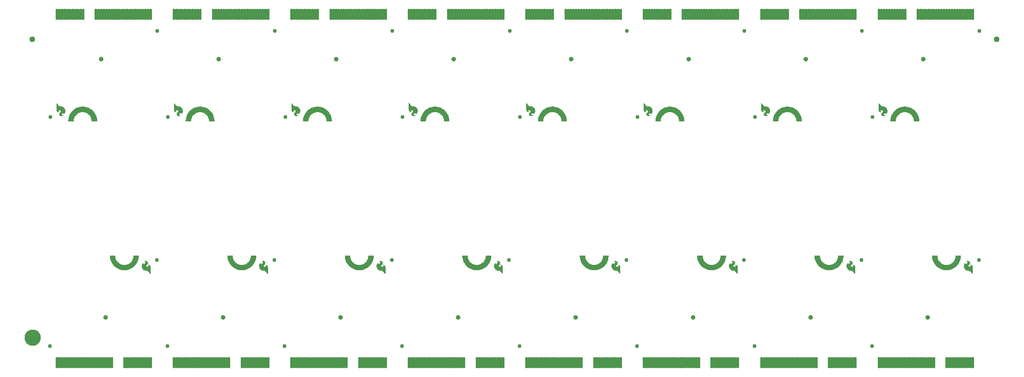
<source format=gbs>
G04 EAGLE Gerber RS-274X export*
G75*
%MOMM*%
%FSLAX34Y34*%
%LPD*%
%INSoldermask Bottom*%
%IPPOS*%
%AMOC8*
5,1,8,0,0,1.08239X$1,22.5*%
G01*
%ADD10C,0.228959*%
%ADD11C,0.479400*%
%ADD12C,0.762000*%
%ADD13C,0.889000*%
%ADD14C,1.127000*%
%ADD15C,1.270000*%
%ADD16C,1.627000*%

G36*
X1729620Y192531D02*
X1729620Y192531D01*
X1729630Y192535D01*
X1729656Y192536D01*
X1733490Y193370D01*
X1733498Y193375D01*
X1733524Y193380D01*
X1737200Y194752D01*
X1737208Y194757D01*
X1737232Y194766D01*
X1740676Y196647D01*
X1740683Y196654D01*
X1740706Y196666D01*
X1743847Y199017D01*
X1743853Y199025D01*
X1743874Y199041D01*
X1746648Y201815D01*
X1746653Y201824D01*
X1746672Y201842D01*
X1749023Y204983D01*
X1749026Y204992D01*
X1749042Y205013D01*
X1750923Y208457D01*
X1750925Y208466D01*
X1750937Y208489D01*
X1752309Y212165D01*
X1752309Y212175D01*
X1752319Y212199D01*
X1753153Y216033D01*
X1753152Y216043D01*
X1753158Y216069D01*
X1753438Y219982D01*
X1753432Y220008D01*
X1753436Y220033D01*
X1753418Y220075D01*
X1753408Y220119D01*
X1753390Y220137D01*
X1753379Y220161D01*
X1753341Y220186D01*
X1753310Y220218D01*
X1753284Y220224D01*
X1753263Y220238D01*
X1753189Y220249D01*
X1743189Y220249D01*
X1743182Y220247D01*
X1743175Y220249D01*
X1743116Y220228D01*
X1743055Y220210D01*
X1743050Y220205D01*
X1743043Y220202D01*
X1743005Y220152D01*
X1742963Y220105D01*
X1742962Y220098D01*
X1742957Y220092D01*
X1742941Y220020D01*
X1742727Y217302D01*
X1742095Y214669D01*
X1741059Y212169D01*
X1739645Y209861D01*
X1737887Y207802D01*
X1735828Y206044D01*
X1733520Y204630D01*
X1731020Y203594D01*
X1728387Y202962D01*
X1725689Y202750D01*
X1722991Y202962D01*
X1720358Y203594D01*
X1717858Y204630D01*
X1715550Y206044D01*
X1713491Y207802D01*
X1713438Y207865D01*
X1713012Y208364D01*
X1712799Y208613D01*
X1712586Y208862D01*
X1712373Y209112D01*
X1711948Y209610D01*
X1711947Y209610D01*
X1711735Y209859D01*
X1711733Y209861D01*
X1710319Y212169D01*
X1709283Y214669D01*
X1708651Y217302D01*
X1708437Y220020D01*
X1708435Y220026D01*
X1708436Y220033D01*
X1708410Y220091D01*
X1708388Y220150D01*
X1708382Y220155D01*
X1708379Y220161D01*
X1708326Y220196D01*
X1708276Y220234D01*
X1708269Y220234D01*
X1708263Y220238D01*
X1708189Y220249D01*
X1698189Y220249D01*
X1698164Y220242D01*
X1698138Y220244D01*
X1698098Y220223D01*
X1698055Y220210D01*
X1698038Y220190D01*
X1698015Y220178D01*
X1697993Y220139D01*
X1697963Y220105D01*
X1697959Y220079D01*
X1697946Y220056D01*
X1697940Y219982D01*
X1698220Y216069D01*
X1698224Y216059D01*
X1698225Y216033D01*
X1699059Y212199D01*
X1699064Y212191D01*
X1699069Y212165D01*
X1700441Y208489D01*
X1700446Y208481D01*
X1700455Y208457D01*
X1702336Y205013D01*
X1702343Y205006D01*
X1702355Y204983D01*
X1704706Y201842D01*
X1704714Y201836D01*
X1704730Y201815D01*
X1707504Y199041D01*
X1707513Y199036D01*
X1707531Y199017D01*
X1710672Y196666D01*
X1710681Y196663D01*
X1710702Y196647D01*
X1714146Y194766D01*
X1714155Y194764D01*
X1714178Y194752D01*
X1717854Y193380D01*
X1717864Y193380D01*
X1717888Y193370D01*
X1721722Y192536D01*
X1721732Y192537D01*
X1721758Y192531D01*
X1725671Y192251D01*
X1725681Y192253D01*
X1725707Y192251D01*
X1729620Y192531D01*
G37*
G36*
X829241Y192531D02*
X829241Y192531D01*
X829250Y192535D01*
X829276Y192536D01*
X833110Y193370D01*
X833119Y193375D01*
X833145Y193380D01*
X836821Y194752D01*
X836829Y194757D01*
X836853Y194766D01*
X840297Y196647D01*
X840304Y196654D01*
X840327Y196666D01*
X843468Y199017D01*
X843474Y199025D01*
X843495Y199041D01*
X846269Y201815D01*
X846274Y201824D01*
X846292Y201842D01*
X848644Y204983D01*
X848647Y204992D01*
X848663Y205013D01*
X850543Y208457D01*
X850546Y208466D01*
X850558Y208489D01*
X851929Y212165D01*
X851930Y212175D01*
X851939Y212199D01*
X852773Y216033D01*
X852773Y216043D01*
X852779Y216069D01*
X853058Y219982D01*
X853053Y220008D01*
X853057Y220033D01*
X853038Y220075D01*
X853029Y220119D01*
X853011Y220137D01*
X853000Y220161D01*
X852962Y220186D01*
X852930Y220218D01*
X852905Y220224D01*
X852883Y220238D01*
X852810Y220249D01*
X842810Y220249D01*
X842803Y220247D01*
X842796Y220249D01*
X842737Y220228D01*
X842676Y220210D01*
X842671Y220205D01*
X842664Y220202D01*
X842625Y220152D01*
X842584Y220105D01*
X842583Y220098D01*
X842578Y220092D01*
X842561Y220020D01*
X842347Y217302D01*
X841716Y214669D01*
X840680Y212169D01*
X839265Y209861D01*
X837507Y207802D01*
X835449Y206044D01*
X833141Y204630D01*
X830640Y203594D01*
X828008Y202962D01*
X825310Y202750D01*
X822611Y202962D01*
X819979Y203594D01*
X817478Y204630D01*
X815171Y206044D01*
X813112Y207802D01*
X813059Y207865D01*
X813058Y207865D01*
X812633Y208364D01*
X812420Y208613D01*
X812207Y208862D01*
X811994Y209112D01*
X811568Y209610D01*
X811355Y209859D01*
X811354Y209861D01*
X809940Y212169D01*
X808904Y214669D01*
X808272Y217302D01*
X808058Y220020D01*
X808056Y220026D01*
X808057Y220033D01*
X808031Y220091D01*
X808009Y220150D01*
X808003Y220155D01*
X808000Y220161D01*
X807947Y220196D01*
X807897Y220234D01*
X807889Y220234D01*
X807883Y220238D01*
X807810Y220249D01*
X797810Y220249D01*
X797785Y220242D01*
X797759Y220244D01*
X797719Y220223D01*
X797676Y220210D01*
X797658Y220190D01*
X797636Y220178D01*
X797613Y220139D01*
X797584Y220105D01*
X797580Y220079D01*
X797567Y220056D01*
X797561Y219982D01*
X797841Y216069D01*
X797844Y216059D01*
X797846Y216033D01*
X798680Y212199D01*
X798685Y212191D01*
X798690Y212165D01*
X800061Y208489D01*
X800067Y208481D01*
X800076Y208457D01*
X801957Y205013D01*
X801963Y205006D01*
X801976Y204983D01*
X804327Y201842D01*
X804335Y201836D01*
X804350Y201815D01*
X807125Y199041D01*
X807133Y199036D01*
X807152Y199017D01*
X810293Y196666D01*
X810302Y196663D01*
X810323Y196647D01*
X813766Y194766D01*
X813776Y194764D01*
X813799Y194752D01*
X817475Y193380D01*
X817485Y193380D01*
X817509Y193370D01*
X821343Y192536D01*
X821353Y192537D01*
X821378Y192531D01*
X825292Y192251D01*
X825302Y192253D01*
X825328Y192251D01*
X829241Y192531D01*
G37*
G36*
X1279431Y192531D02*
X1279431Y192531D01*
X1279440Y192535D01*
X1279466Y192536D01*
X1283300Y193370D01*
X1283309Y193375D01*
X1283334Y193380D01*
X1287010Y194752D01*
X1287018Y194757D01*
X1287043Y194766D01*
X1290486Y196647D01*
X1290493Y196654D01*
X1290516Y196666D01*
X1293657Y199017D01*
X1293663Y199025D01*
X1293684Y199041D01*
X1296459Y201815D01*
X1296463Y201824D01*
X1296482Y201842D01*
X1298833Y204983D01*
X1298837Y204992D01*
X1298853Y205013D01*
X1300733Y208457D01*
X1300735Y208466D01*
X1300748Y208489D01*
X1302119Y212165D01*
X1302120Y212175D01*
X1302129Y212199D01*
X1302963Y216033D01*
X1302962Y216043D01*
X1302968Y216069D01*
X1303248Y219982D01*
X1303243Y220008D01*
X1303246Y220033D01*
X1303228Y220075D01*
X1303219Y220119D01*
X1303200Y220137D01*
X1303190Y220161D01*
X1303152Y220186D01*
X1303120Y220218D01*
X1303095Y220224D01*
X1303073Y220238D01*
X1302999Y220249D01*
X1292999Y220249D01*
X1292992Y220247D01*
X1292985Y220249D01*
X1292926Y220228D01*
X1292865Y220210D01*
X1292860Y220205D01*
X1292854Y220202D01*
X1292815Y220152D01*
X1292773Y220105D01*
X1292772Y220098D01*
X1292768Y220092D01*
X1292751Y220020D01*
X1292537Y217302D01*
X1291905Y214669D01*
X1290869Y212169D01*
X1289455Y209861D01*
X1287697Y207802D01*
X1285639Y206044D01*
X1283331Y204630D01*
X1280830Y203594D01*
X1278198Y202962D01*
X1275499Y202750D01*
X1272801Y202962D01*
X1270169Y203594D01*
X1267668Y204630D01*
X1265360Y206044D01*
X1263302Y207802D01*
X1263248Y207865D01*
X1262822Y208364D01*
X1262609Y208613D01*
X1262397Y208862D01*
X1262396Y208862D01*
X1262184Y209112D01*
X1261758Y209610D01*
X1261545Y209859D01*
X1261544Y209861D01*
X1260130Y212169D01*
X1259094Y214669D01*
X1258462Y217302D01*
X1258248Y220020D01*
X1258245Y220026D01*
X1258246Y220033D01*
X1258221Y220091D01*
X1258198Y220150D01*
X1258193Y220155D01*
X1258190Y220161D01*
X1258137Y220196D01*
X1258086Y220234D01*
X1258079Y220234D01*
X1258073Y220238D01*
X1257999Y220249D01*
X1247999Y220249D01*
X1247974Y220242D01*
X1247948Y220244D01*
X1247909Y220223D01*
X1247865Y220210D01*
X1247848Y220190D01*
X1247825Y220178D01*
X1247803Y220139D01*
X1247773Y220105D01*
X1247769Y220079D01*
X1247757Y220056D01*
X1247751Y219982D01*
X1248031Y216069D01*
X1248034Y216059D01*
X1248036Y216033D01*
X1248870Y212199D01*
X1248874Y212191D01*
X1248880Y212165D01*
X1250251Y208489D01*
X1250257Y208481D01*
X1250266Y208457D01*
X1252146Y205013D01*
X1252153Y205006D01*
X1252165Y204983D01*
X1254517Y201842D01*
X1254525Y201836D01*
X1254540Y201815D01*
X1257315Y199041D01*
X1257323Y199036D01*
X1257341Y199017D01*
X1260482Y196666D01*
X1260492Y196663D01*
X1260512Y196647D01*
X1263956Y194766D01*
X1263965Y194764D01*
X1263988Y194752D01*
X1267665Y193380D01*
X1267674Y193380D01*
X1267699Y193370D01*
X1271533Y192536D01*
X1271542Y192537D01*
X1271568Y192531D01*
X1275482Y192251D01*
X1275491Y192253D01*
X1275517Y192251D01*
X1279431Y192531D01*
G37*
G36*
X379026Y192531D02*
X379026Y192531D01*
X379035Y192535D01*
X379061Y192536D01*
X382895Y193370D01*
X382904Y193375D01*
X382930Y193380D01*
X386606Y194752D01*
X386614Y194757D01*
X386638Y194766D01*
X390082Y196647D01*
X390089Y196654D01*
X390112Y196666D01*
X393253Y199017D01*
X393259Y199025D01*
X393280Y199041D01*
X396054Y201815D01*
X396059Y201824D01*
X396077Y201842D01*
X398429Y204983D01*
X398432Y204992D01*
X398448Y205013D01*
X400328Y208457D01*
X400331Y208466D01*
X400343Y208489D01*
X401714Y212165D01*
X401715Y212175D01*
X401724Y212199D01*
X402558Y216033D01*
X402558Y216043D01*
X402564Y216069D01*
X402843Y219982D01*
X402838Y220008D01*
X402842Y220033D01*
X402823Y220075D01*
X402814Y220119D01*
X402796Y220137D01*
X402785Y220161D01*
X402747Y220186D01*
X402715Y220218D01*
X402690Y220224D01*
X402668Y220238D01*
X402595Y220249D01*
X392595Y220249D01*
X392588Y220247D01*
X392581Y220249D01*
X392522Y220228D01*
X392461Y220210D01*
X392456Y220205D01*
X392449Y220202D01*
X392410Y220152D01*
X392369Y220105D01*
X392368Y220098D01*
X392363Y220092D01*
X392346Y220020D01*
X392132Y217302D01*
X391501Y214669D01*
X390465Y212169D01*
X389050Y209861D01*
X387292Y207802D01*
X385234Y206044D01*
X382926Y204630D01*
X380425Y203594D01*
X377793Y202962D01*
X375095Y202750D01*
X372396Y202962D01*
X369764Y203594D01*
X367263Y204630D01*
X364956Y206044D01*
X362897Y207802D01*
X362844Y207865D01*
X362843Y207865D01*
X362418Y208364D01*
X362205Y208613D01*
X361992Y208862D01*
X361779Y209112D01*
X361353Y209610D01*
X361140Y209859D01*
X361139Y209861D01*
X359725Y212169D01*
X358689Y214669D01*
X358057Y217302D01*
X357843Y220020D01*
X357841Y220026D01*
X357842Y220033D01*
X357816Y220091D01*
X357794Y220150D01*
X357788Y220155D01*
X357785Y220161D01*
X357732Y220196D01*
X357682Y220234D01*
X357674Y220234D01*
X357668Y220238D01*
X357595Y220249D01*
X347595Y220249D01*
X347570Y220242D01*
X347544Y220244D01*
X347504Y220223D01*
X347461Y220210D01*
X347443Y220190D01*
X347421Y220178D01*
X347398Y220139D01*
X347369Y220105D01*
X347365Y220079D01*
X347352Y220056D01*
X347346Y219982D01*
X347626Y216069D01*
X347629Y216059D01*
X347631Y216033D01*
X348465Y212199D01*
X348470Y212191D01*
X348475Y212165D01*
X349846Y208489D01*
X349852Y208481D01*
X349861Y208457D01*
X351742Y205013D01*
X351748Y205006D01*
X351761Y204983D01*
X354112Y201842D01*
X354120Y201836D01*
X354135Y201815D01*
X356910Y199041D01*
X356918Y199036D01*
X356937Y199017D01*
X360078Y196666D01*
X360087Y196663D01*
X360108Y196647D01*
X363551Y194766D01*
X363561Y194764D01*
X363584Y194752D01*
X367260Y193380D01*
X367270Y193380D01*
X367294Y193370D01*
X371128Y192536D01*
X371138Y192537D01*
X371163Y192531D01*
X375077Y192251D01*
X375087Y192253D01*
X375113Y192251D01*
X379026Y192531D01*
G37*
G36*
X1054336Y192531D02*
X1054336Y192531D01*
X1054345Y192535D01*
X1054371Y192536D01*
X1058205Y193370D01*
X1058214Y193375D01*
X1058239Y193380D01*
X1061916Y194752D01*
X1061923Y194757D01*
X1061948Y194766D01*
X1065392Y196647D01*
X1065398Y196654D01*
X1065422Y196666D01*
X1068563Y199017D01*
X1068568Y199025D01*
X1068590Y199041D01*
X1071364Y201815D01*
X1071369Y201824D01*
X1071387Y201842D01*
X1073739Y204983D01*
X1073742Y204992D01*
X1073758Y205013D01*
X1075638Y208457D01*
X1075640Y208466D01*
X1075653Y208489D01*
X1077024Y212165D01*
X1077025Y212175D01*
X1077034Y212199D01*
X1077868Y216033D01*
X1077868Y216043D01*
X1077873Y216069D01*
X1078153Y219982D01*
X1078148Y220008D01*
X1078152Y220033D01*
X1078133Y220075D01*
X1078124Y220119D01*
X1078105Y220137D01*
X1078095Y220161D01*
X1078057Y220186D01*
X1078025Y220218D01*
X1078000Y220224D01*
X1077978Y220238D01*
X1077905Y220249D01*
X1067905Y220249D01*
X1067898Y220247D01*
X1067891Y220249D01*
X1067831Y220228D01*
X1067770Y220210D01*
X1067766Y220205D01*
X1067759Y220202D01*
X1067720Y220152D01*
X1067678Y220105D01*
X1067677Y220098D01*
X1067673Y220092D01*
X1067656Y220020D01*
X1067442Y217302D01*
X1066810Y214669D01*
X1065774Y212169D01*
X1064360Y209861D01*
X1062602Y207802D01*
X1060544Y206044D01*
X1058236Y204630D01*
X1055735Y203594D01*
X1053103Y202962D01*
X1050405Y202750D01*
X1047706Y202962D01*
X1045074Y203594D01*
X1042573Y204630D01*
X1040265Y206044D01*
X1038207Y207802D01*
X1038153Y207865D01*
X1037728Y208364D01*
X1037727Y208364D01*
X1037515Y208613D01*
X1037302Y208862D01*
X1037089Y209112D01*
X1036663Y209610D01*
X1036450Y209859D01*
X1036449Y209861D01*
X1035035Y212169D01*
X1033999Y214669D01*
X1033367Y217302D01*
X1033153Y220020D01*
X1033151Y220026D01*
X1033152Y220033D01*
X1033126Y220091D01*
X1033103Y220150D01*
X1033098Y220155D01*
X1033095Y220161D01*
X1033042Y220196D01*
X1032991Y220234D01*
X1032984Y220234D01*
X1032978Y220238D01*
X1032905Y220249D01*
X1022905Y220249D01*
X1022880Y220242D01*
X1022854Y220244D01*
X1022814Y220223D01*
X1022770Y220210D01*
X1022753Y220190D01*
X1022730Y220178D01*
X1022708Y220139D01*
X1022678Y220105D01*
X1022675Y220079D01*
X1022662Y220056D01*
X1022656Y219982D01*
X1022936Y216069D01*
X1022939Y216059D01*
X1022941Y216033D01*
X1023775Y212199D01*
X1023780Y212191D01*
X1023785Y212165D01*
X1025156Y208489D01*
X1025162Y208481D01*
X1025171Y208457D01*
X1027051Y205013D01*
X1027058Y205006D01*
X1027071Y204983D01*
X1029422Y201842D01*
X1029430Y201836D01*
X1029445Y201815D01*
X1032220Y199041D01*
X1032228Y199036D01*
X1032247Y199017D01*
X1035388Y196666D01*
X1035397Y196663D01*
X1035418Y196647D01*
X1038861Y194766D01*
X1038871Y194764D01*
X1038894Y194752D01*
X1042570Y193380D01*
X1042580Y193380D01*
X1042604Y193370D01*
X1046438Y192536D01*
X1046448Y192537D01*
X1046473Y192531D01*
X1050387Y192251D01*
X1050396Y192253D01*
X1050422Y192251D01*
X1054336Y192531D01*
G37*
G36*
X1504526Y192531D02*
X1504526Y192531D01*
X1504535Y192535D01*
X1504561Y192536D01*
X1508395Y193370D01*
X1508403Y193375D01*
X1508429Y193380D01*
X1512105Y194752D01*
X1512113Y194757D01*
X1512138Y194766D01*
X1515581Y196647D01*
X1515588Y196654D01*
X1515611Y196666D01*
X1518752Y199017D01*
X1518758Y199025D01*
X1518779Y199041D01*
X1521554Y201815D01*
X1521558Y201824D01*
X1521577Y201842D01*
X1523928Y204983D01*
X1523932Y204992D01*
X1523947Y205013D01*
X1525828Y208457D01*
X1525830Y208466D01*
X1525843Y208489D01*
X1527214Y212165D01*
X1527214Y212175D01*
X1527224Y212199D01*
X1528058Y216033D01*
X1528057Y216043D01*
X1528063Y216069D01*
X1528343Y219982D01*
X1528337Y220008D01*
X1528341Y220033D01*
X1528323Y220075D01*
X1528313Y220119D01*
X1528295Y220137D01*
X1528284Y220161D01*
X1528247Y220186D01*
X1528215Y220218D01*
X1528189Y220224D01*
X1528168Y220238D01*
X1528094Y220249D01*
X1518094Y220249D01*
X1518087Y220247D01*
X1518080Y220249D01*
X1518021Y220228D01*
X1517960Y220210D01*
X1517955Y220205D01*
X1517948Y220202D01*
X1517910Y220152D01*
X1517868Y220105D01*
X1517867Y220098D01*
X1517863Y220092D01*
X1517846Y220020D01*
X1517632Y217302D01*
X1517000Y214669D01*
X1515964Y212169D01*
X1514550Y209861D01*
X1512792Y207802D01*
X1510734Y206044D01*
X1508426Y204630D01*
X1505925Y203594D01*
X1503293Y202962D01*
X1500594Y202750D01*
X1497896Y202962D01*
X1495264Y203594D01*
X1492763Y204630D01*
X1490455Y206044D01*
X1488397Y207802D01*
X1488343Y207865D01*
X1487917Y208364D01*
X1487704Y208613D01*
X1487491Y208862D01*
X1487278Y209112D01*
X1486853Y209610D01*
X1486640Y209859D01*
X1486639Y209861D01*
X1485224Y212169D01*
X1484189Y214669D01*
X1483557Y217302D01*
X1483343Y220020D01*
X1483340Y220026D01*
X1483341Y220033D01*
X1483315Y220091D01*
X1483293Y220150D01*
X1483287Y220155D01*
X1483284Y220161D01*
X1483232Y220196D01*
X1483181Y220234D01*
X1483174Y220234D01*
X1483168Y220238D01*
X1483094Y220249D01*
X1473094Y220249D01*
X1473069Y220242D01*
X1473043Y220244D01*
X1473003Y220223D01*
X1472960Y220210D01*
X1472943Y220190D01*
X1472920Y220178D01*
X1472898Y220139D01*
X1472868Y220105D01*
X1472864Y220079D01*
X1472851Y220056D01*
X1472846Y219982D01*
X1473125Y216069D01*
X1473129Y216059D01*
X1473131Y216033D01*
X1473965Y212199D01*
X1473969Y212191D01*
X1473975Y212165D01*
X1475346Y208489D01*
X1475352Y208481D01*
X1475361Y208457D01*
X1477241Y205013D01*
X1477248Y205006D01*
X1477260Y204983D01*
X1479612Y201842D01*
X1479619Y201836D01*
X1479635Y201815D01*
X1482409Y199041D01*
X1482418Y199036D01*
X1482436Y199017D01*
X1485577Y196666D01*
X1485586Y196663D01*
X1485607Y196647D01*
X1489051Y194766D01*
X1489060Y194764D01*
X1489083Y194752D01*
X1492759Y193380D01*
X1492769Y193380D01*
X1492794Y193370D01*
X1496628Y192536D01*
X1496637Y192537D01*
X1496663Y192531D01*
X1500576Y192251D01*
X1500586Y192253D01*
X1500612Y192251D01*
X1504526Y192531D01*
G37*
G36*
X604121Y192531D02*
X604121Y192531D01*
X604130Y192535D01*
X604156Y192536D01*
X607990Y193370D01*
X607999Y193375D01*
X608024Y193380D01*
X611701Y194752D01*
X611708Y194757D01*
X611733Y194766D01*
X615177Y196647D01*
X615183Y196654D01*
X615207Y196666D01*
X618348Y199017D01*
X618353Y199025D01*
X618375Y199041D01*
X621149Y201815D01*
X621154Y201824D01*
X621172Y201842D01*
X623524Y204983D01*
X623527Y204992D01*
X623543Y205013D01*
X625423Y208457D01*
X625425Y208466D01*
X625438Y208489D01*
X626809Y212165D01*
X626810Y212175D01*
X626819Y212199D01*
X627653Y216033D01*
X627653Y216043D01*
X627658Y216069D01*
X627938Y219982D01*
X627933Y220008D01*
X627937Y220033D01*
X627918Y220075D01*
X627909Y220119D01*
X627890Y220137D01*
X627880Y220161D01*
X627842Y220186D01*
X627810Y220218D01*
X627785Y220224D01*
X627763Y220238D01*
X627690Y220249D01*
X617690Y220249D01*
X617683Y220247D01*
X617676Y220249D01*
X617616Y220228D01*
X617555Y220210D01*
X617551Y220205D01*
X617544Y220202D01*
X617505Y220152D01*
X617463Y220105D01*
X617462Y220098D01*
X617458Y220092D01*
X617441Y220020D01*
X617227Y217302D01*
X616595Y214669D01*
X615559Y212169D01*
X614145Y209861D01*
X612387Y207802D01*
X610329Y206044D01*
X608021Y204630D01*
X605520Y203594D01*
X602888Y202962D01*
X600190Y202750D01*
X597491Y202962D01*
X594859Y203594D01*
X592358Y204630D01*
X590050Y206044D01*
X587992Y207802D01*
X587938Y207865D01*
X587513Y208364D01*
X587512Y208364D01*
X587300Y208613D01*
X587087Y208862D01*
X586874Y209112D01*
X586448Y209610D01*
X586235Y209859D01*
X586234Y209861D01*
X584820Y212169D01*
X583784Y214669D01*
X583152Y217302D01*
X582938Y220020D01*
X582936Y220026D01*
X582937Y220033D01*
X582911Y220091D01*
X582888Y220150D01*
X582883Y220155D01*
X582880Y220161D01*
X582827Y220196D01*
X582776Y220234D01*
X582769Y220234D01*
X582763Y220238D01*
X582690Y220249D01*
X572690Y220249D01*
X572665Y220242D01*
X572639Y220244D01*
X572599Y220223D01*
X572555Y220210D01*
X572538Y220190D01*
X572515Y220178D01*
X572493Y220139D01*
X572463Y220105D01*
X572460Y220079D01*
X572447Y220056D01*
X572441Y219982D01*
X572721Y216069D01*
X572724Y216059D01*
X572726Y216033D01*
X573560Y212199D01*
X573565Y212191D01*
X573570Y212165D01*
X574941Y208489D01*
X574947Y208481D01*
X574956Y208457D01*
X576836Y205013D01*
X576843Y205006D01*
X576856Y204983D01*
X579207Y201842D01*
X579215Y201836D01*
X579230Y201815D01*
X582005Y199041D01*
X582013Y199036D01*
X582032Y199017D01*
X585173Y196666D01*
X585182Y196663D01*
X585203Y196647D01*
X588646Y194766D01*
X588656Y194764D01*
X588679Y194752D01*
X592355Y193380D01*
X592365Y193380D01*
X592389Y193370D01*
X596223Y192536D01*
X596233Y192537D01*
X596258Y192531D01*
X600172Y192251D01*
X600181Y192253D01*
X600207Y192251D01*
X604121Y192531D01*
G37*
G36*
X153931Y192531D02*
X153931Y192531D01*
X153941Y192535D01*
X153967Y192536D01*
X157801Y193370D01*
X157809Y193375D01*
X157835Y193380D01*
X161511Y194752D01*
X161519Y194757D01*
X161543Y194766D01*
X164987Y196647D01*
X164994Y196654D01*
X165017Y196666D01*
X168158Y199017D01*
X168164Y199025D01*
X168185Y199041D01*
X170959Y201815D01*
X170964Y201824D01*
X170983Y201842D01*
X173334Y204983D01*
X173337Y204992D01*
X173353Y205013D01*
X175234Y208457D01*
X175236Y208466D01*
X175248Y208489D01*
X176620Y212165D01*
X176620Y212175D01*
X176630Y212199D01*
X177464Y216033D01*
X177463Y216043D01*
X177469Y216069D01*
X177749Y219982D01*
X177743Y220008D01*
X177747Y220033D01*
X177729Y220075D01*
X177719Y220119D01*
X177701Y220137D01*
X177690Y220161D01*
X177652Y220186D01*
X177621Y220218D01*
X177595Y220224D01*
X177574Y220238D01*
X177500Y220249D01*
X167500Y220249D01*
X167493Y220247D01*
X167486Y220249D01*
X167427Y220228D01*
X167366Y220210D01*
X167361Y220205D01*
X167354Y220202D01*
X167316Y220152D01*
X167274Y220105D01*
X167273Y220098D01*
X167268Y220092D01*
X167252Y220020D01*
X167038Y217302D01*
X166406Y214669D01*
X165370Y212169D01*
X163956Y209861D01*
X162198Y207802D01*
X160139Y206044D01*
X157831Y204630D01*
X155331Y203594D01*
X152698Y202962D01*
X150000Y202750D01*
X147302Y202962D01*
X144669Y203594D01*
X142169Y204630D01*
X139861Y206044D01*
X137802Y207802D01*
X137749Y207865D01*
X137323Y208364D01*
X137110Y208613D01*
X136897Y208862D01*
X136684Y209112D01*
X136259Y209610D01*
X136258Y209610D01*
X136046Y209859D01*
X136044Y209861D01*
X134630Y212169D01*
X133594Y214669D01*
X132962Y217302D01*
X132748Y220020D01*
X132746Y220026D01*
X132747Y220033D01*
X132721Y220091D01*
X132699Y220150D01*
X132693Y220155D01*
X132690Y220161D01*
X132637Y220196D01*
X132587Y220234D01*
X132580Y220234D01*
X132574Y220238D01*
X132500Y220249D01*
X122500Y220249D01*
X122475Y220242D01*
X122449Y220244D01*
X122409Y220223D01*
X122366Y220210D01*
X122349Y220190D01*
X122326Y220178D01*
X122304Y220139D01*
X122274Y220105D01*
X122270Y220079D01*
X122257Y220056D01*
X122251Y219982D01*
X122531Y216069D01*
X122535Y216059D01*
X122536Y216033D01*
X123370Y212199D01*
X123375Y212191D01*
X123380Y212165D01*
X124752Y208489D01*
X124757Y208481D01*
X124766Y208457D01*
X126647Y205013D01*
X126654Y205006D01*
X126666Y204983D01*
X129017Y201842D01*
X129025Y201836D01*
X129041Y201815D01*
X131815Y199041D01*
X131824Y199036D01*
X131842Y199017D01*
X134983Y196666D01*
X134992Y196663D01*
X135013Y196647D01*
X138457Y194766D01*
X138466Y194764D01*
X138489Y194752D01*
X142165Y193380D01*
X142175Y193380D01*
X142199Y193370D01*
X146033Y192536D01*
X146043Y192537D01*
X146069Y192531D01*
X149982Y192251D01*
X149992Y192253D01*
X150018Y192251D01*
X153931Y192531D01*
G37*
G36*
X502711Y478253D02*
X502711Y478253D01*
X502718Y478251D01*
X502778Y478272D01*
X502839Y478290D01*
X502843Y478295D01*
X502850Y478298D01*
X502889Y478348D01*
X502931Y478395D01*
X502932Y478402D01*
X502936Y478408D01*
X502953Y478480D01*
X503167Y481198D01*
X503799Y483831D01*
X504835Y486331D01*
X506249Y488639D01*
X508007Y490698D01*
X510065Y492456D01*
X512373Y493870D01*
X514874Y494906D01*
X517506Y495538D01*
X520204Y495750D01*
X522903Y495538D01*
X525535Y494906D01*
X528036Y493870D01*
X530344Y492456D01*
X532402Y490698D01*
X532526Y490552D01*
X532739Y490303D01*
X533165Y489804D01*
X533378Y489555D01*
X533591Y489306D01*
X533803Y489057D01*
X533804Y489057D01*
X534016Y488807D01*
X534160Y488639D01*
X535574Y486331D01*
X536610Y483831D01*
X537242Y481198D01*
X537456Y478480D01*
X537459Y478474D01*
X537457Y478467D01*
X537483Y478409D01*
X537506Y478350D01*
X537511Y478345D01*
X537514Y478339D01*
X537567Y478304D01*
X537618Y478266D01*
X537625Y478266D01*
X537631Y478262D01*
X537704Y478251D01*
X547704Y478251D01*
X547729Y478258D01*
X547755Y478256D01*
X547795Y478277D01*
X547839Y478290D01*
X547856Y478310D01*
X547879Y478322D01*
X547901Y478361D01*
X547931Y478395D01*
X547934Y478421D01*
X547947Y478444D01*
X547953Y478518D01*
X547673Y482431D01*
X547670Y482441D01*
X547668Y482467D01*
X546834Y486301D01*
X546829Y486309D01*
X546824Y486335D01*
X545453Y490011D01*
X545447Y490019D01*
X545438Y490043D01*
X543558Y493487D01*
X543551Y493494D01*
X543538Y493517D01*
X541187Y496658D01*
X541179Y496664D01*
X541164Y496685D01*
X538389Y499459D01*
X538381Y499464D01*
X538362Y499483D01*
X535221Y501834D01*
X535212Y501837D01*
X535191Y501853D01*
X531748Y503734D01*
X531738Y503736D01*
X531715Y503748D01*
X528039Y505120D01*
X528030Y505120D01*
X528005Y505130D01*
X524171Y505964D01*
X524161Y505963D01*
X524136Y505969D01*
X520222Y506249D01*
X520213Y506247D01*
X520187Y506249D01*
X516273Y505969D01*
X516264Y505965D01*
X516238Y505964D01*
X512404Y505130D01*
X512395Y505125D01*
X512370Y505120D01*
X508693Y503748D01*
X508686Y503743D01*
X508661Y503734D01*
X505217Y501853D01*
X505211Y501846D01*
X505187Y501834D01*
X502046Y499483D01*
X502041Y499475D01*
X502020Y499459D01*
X499245Y496685D01*
X499240Y496676D01*
X499222Y496658D01*
X496870Y493517D01*
X496867Y493508D01*
X496851Y493487D01*
X494971Y490043D01*
X494969Y490034D01*
X494956Y490011D01*
X493585Y486335D01*
X493584Y486325D01*
X493575Y486301D01*
X492741Y482467D01*
X492741Y482457D01*
X492736Y482431D01*
X492456Y478518D01*
X492461Y478492D01*
X492457Y478467D01*
X492476Y478425D01*
X492485Y478381D01*
X492504Y478363D01*
X492514Y478339D01*
X492552Y478314D01*
X492584Y478282D01*
X492609Y478276D01*
X492631Y478262D01*
X492704Y478251D01*
X502704Y478251D01*
X502711Y478253D01*
G37*
G36*
X277617Y478253D02*
X277617Y478253D01*
X277624Y478251D01*
X277683Y478272D01*
X277744Y478290D01*
X277749Y478295D01*
X277755Y478298D01*
X277794Y478348D01*
X277836Y478395D01*
X277837Y478402D01*
X277841Y478408D01*
X277858Y478480D01*
X278072Y481198D01*
X278704Y483831D01*
X279740Y486331D01*
X281154Y488639D01*
X282912Y490698D01*
X284970Y492456D01*
X287278Y493870D01*
X289779Y494906D01*
X292411Y495538D01*
X295110Y495750D01*
X297808Y495538D01*
X300440Y494906D01*
X302941Y493870D01*
X305249Y492456D01*
X307307Y490698D01*
X307431Y490552D01*
X307644Y490303D01*
X308070Y489804D01*
X308283Y489555D01*
X308496Y489306D01*
X308709Y489057D01*
X308922Y488807D01*
X309065Y488639D01*
X310479Y486331D01*
X311515Y483831D01*
X312147Y481198D01*
X312361Y478480D01*
X312364Y478474D01*
X312363Y478467D01*
X312388Y478409D01*
X312411Y478350D01*
X312417Y478345D01*
X312419Y478339D01*
X312472Y478304D01*
X312523Y478266D01*
X312530Y478266D01*
X312536Y478262D01*
X312610Y478251D01*
X322610Y478251D01*
X322635Y478258D01*
X322661Y478256D01*
X322700Y478277D01*
X322744Y478290D01*
X322761Y478310D01*
X322784Y478322D01*
X322806Y478361D01*
X322836Y478395D01*
X322840Y478421D01*
X322852Y478444D01*
X322858Y478518D01*
X322578Y482431D01*
X322575Y482441D01*
X322573Y482467D01*
X321739Y486301D01*
X321735Y486309D01*
X321729Y486335D01*
X320358Y490011D01*
X320352Y490019D01*
X320343Y490043D01*
X318463Y493487D01*
X318456Y493494D01*
X318444Y493517D01*
X316092Y496658D01*
X316085Y496664D01*
X316069Y496685D01*
X313295Y499459D01*
X313286Y499464D01*
X313268Y499483D01*
X310127Y501834D01*
X310118Y501837D01*
X310097Y501853D01*
X306653Y503734D01*
X306644Y503736D01*
X306621Y503748D01*
X302944Y505120D01*
X302935Y505120D01*
X302910Y505130D01*
X299076Y505964D01*
X299067Y505963D01*
X299041Y505969D01*
X295127Y506249D01*
X295118Y506247D01*
X295092Y506249D01*
X291178Y505969D01*
X291169Y505965D01*
X291143Y505964D01*
X287309Y505130D01*
X287300Y505125D01*
X287275Y505120D01*
X283599Y503748D01*
X283591Y503743D01*
X283566Y503734D01*
X280123Y501853D01*
X280116Y501846D01*
X280093Y501834D01*
X276952Y499483D01*
X276946Y499475D01*
X276925Y499459D01*
X274150Y496685D01*
X274146Y496676D01*
X274127Y496658D01*
X271776Y493517D01*
X271772Y493508D01*
X271756Y493487D01*
X269876Y490043D01*
X269874Y490034D01*
X269861Y490011D01*
X268490Y486335D01*
X268489Y486325D01*
X268480Y486301D01*
X267646Y482467D01*
X267647Y482457D01*
X267641Y482431D01*
X267361Y478518D01*
X267366Y478492D01*
X267363Y478467D01*
X267381Y478425D01*
X267391Y478381D01*
X267409Y478363D01*
X267419Y478339D01*
X267457Y478314D01*
X267489Y478282D01*
X267514Y478276D01*
X267536Y478262D01*
X267610Y478251D01*
X277610Y478251D01*
X277617Y478253D01*
G37*
G36*
X1403116Y478253D02*
X1403116Y478253D01*
X1403123Y478251D01*
X1403182Y478272D01*
X1403243Y478290D01*
X1403248Y478295D01*
X1403255Y478298D01*
X1403294Y478348D01*
X1403335Y478395D01*
X1403336Y478402D01*
X1403341Y478408D01*
X1403357Y478480D01*
X1403571Y481198D01*
X1404203Y483831D01*
X1405239Y486331D01*
X1406653Y488639D01*
X1408411Y490698D01*
X1410470Y492456D01*
X1412778Y493870D01*
X1415278Y494906D01*
X1417911Y495538D01*
X1420609Y495750D01*
X1423307Y495538D01*
X1425940Y494906D01*
X1428440Y493870D01*
X1430748Y492456D01*
X1432807Y490698D01*
X1432931Y490552D01*
X1433144Y490303D01*
X1433569Y489804D01*
X1433570Y489804D01*
X1433782Y489555D01*
X1433995Y489306D01*
X1434208Y489057D01*
X1434421Y488807D01*
X1434565Y488639D01*
X1435979Y486331D01*
X1437015Y483831D01*
X1437647Y481198D01*
X1437861Y478480D01*
X1437863Y478474D01*
X1437862Y478467D01*
X1437888Y478409D01*
X1437910Y478350D01*
X1437916Y478345D01*
X1437919Y478339D01*
X1437972Y478304D01*
X1438022Y478266D01*
X1438030Y478266D01*
X1438036Y478262D01*
X1438109Y478251D01*
X1448109Y478251D01*
X1448134Y478258D01*
X1448160Y478256D01*
X1448200Y478277D01*
X1448243Y478290D01*
X1448260Y478310D01*
X1448283Y478322D01*
X1448305Y478361D01*
X1448335Y478395D01*
X1448339Y478421D01*
X1448352Y478444D01*
X1448358Y478518D01*
X1448078Y482431D01*
X1448074Y482441D01*
X1448073Y482467D01*
X1447239Y486301D01*
X1447234Y486309D01*
X1447229Y486335D01*
X1445857Y490011D01*
X1445852Y490019D01*
X1445843Y490043D01*
X1443962Y493487D01*
X1443955Y493494D01*
X1443943Y493517D01*
X1441592Y496658D01*
X1441584Y496664D01*
X1441568Y496685D01*
X1438794Y499459D01*
X1438785Y499464D01*
X1438767Y499483D01*
X1435626Y501834D01*
X1435617Y501837D01*
X1435596Y501853D01*
X1432152Y503734D01*
X1432143Y503736D01*
X1432120Y503748D01*
X1428444Y505120D01*
X1428434Y505120D01*
X1428410Y505130D01*
X1424576Y505964D01*
X1424566Y505963D01*
X1424540Y505969D01*
X1420627Y506249D01*
X1420617Y506247D01*
X1420591Y506249D01*
X1416678Y505969D01*
X1416668Y505965D01*
X1416642Y505964D01*
X1412808Y505130D01*
X1412800Y505125D01*
X1412774Y505120D01*
X1409098Y503748D01*
X1409090Y503743D01*
X1409066Y503734D01*
X1405622Y501853D01*
X1405615Y501846D01*
X1405592Y501834D01*
X1402451Y499483D01*
X1402445Y499475D01*
X1402424Y499459D01*
X1399650Y496685D01*
X1399645Y496676D01*
X1399626Y496658D01*
X1397275Y493517D01*
X1397272Y493508D01*
X1397256Y493487D01*
X1395375Y490043D01*
X1395373Y490034D01*
X1395361Y490011D01*
X1393989Y486335D01*
X1393989Y486325D01*
X1393979Y486301D01*
X1393145Y482467D01*
X1393146Y482457D01*
X1393140Y482431D01*
X1392860Y478518D01*
X1392866Y478492D01*
X1392862Y478467D01*
X1392880Y478425D01*
X1392890Y478381D01*
X1392908Y478363D01*
X1392919Y478339D01*
X1392957Y478314D01*
X1392988Y478282D01*
X1393014Y478276D01*
X1393036Y478262D01*
X1393109Y478251D01*
X1403109Y478251D01*
X1403116Y478253D01*
G37*
G36*
X952901Y478253D02*
X952901Y478253D01*
X952908Y478251D01*
X952967Y478272D01*
X953028Y478290D01*
X953033Y478295D01*
X953040Y478298D01*
X953079Y478348D01*
X953120Y478395D01*
X953121Y478402D01*
X953126Y478408D01*
X953142Y478480D01*
X953356Y481198D01*
X953988Y483831D01*
X955024Y486331D01*
X956438Y488639D01*
X958196Y490698D01*
X960255Y492456D01*
X962563Y493870D01*
X965063Y494906D01*
X967696Y495538D01*
X970394Y495750D01*
X973092Y495538D01*
X975725Y494906D01*
X978225Y493870D01*
X980533Y492456D01*
X982592Y490698D01*
X982716Y490552D01*
X982929Y490303D01*
X983354Y489804D01*
X983355Y489804D01*
X983567Y489555D01*
X983780Y489306D01*
X983993Y489057D01*
X984206Y488807D01*
X984350Y488639D01*
X985764Y486331D01*
X986800Y483831D01*
X987432Y481198D01*
X987646Y478480D01*
X987648Y478474D01*
X987647Y478467D01*
X987673Y478409D01*
X987695Y478350D01*
X987701Y478345D01*
X987704Y478339D01*
X987757Y478304D01*
X987807Y478266D01*
X987815Y478266D01*
X987821Y478262D01*
X987894Y478251D01*
X997894Y478251D01*
X997919Y478258D01*
X997945Y478256D01*
X997985Y478277D01*
X998028Y478290D01*
X998045Y478310D01*
X998068Y478322D01*
X998090Y478361D01*
X998120Y478395D01*
X998124Y478421D01*
X998137Y478444D01*
X998143Y478518D01*
X997863Y482431D01*
X997859Y482441D01*
X997858Y482467D01*
X997024Y486301D01*
X997019Y486309D01*
X997014Y486335D01*
X995642Y490011D01*
X995637Y490019D01*
X995628Y490043D01*
X993747Y493487D01*
X993740Y493494D01*
X993728Y493517D01*
X991377Y496658D01*
X991369Y496664D01*
X991353Y496685D01*
X988579Y499459D01*
X988570Y499464D01*
X988552Y499483D01*
X985411Y501834D01*
X985402Y501837D01*
X985381Y501853D01*
X981937Y503734D01*
X981928Y503736D01*
X981905Y503748D01*
X978229Y505120D01*
X978219Y505120D01*
X978195Y505130D01*
X974361Y505964D01*
X974351Y505963D01*
X974325Y505969D01*
X970412Y506249D01*
X970402Y506247D01*
X970376Y506249D01*
X966463Y505969D01*
X966453Y505965D01*
X966427Y505964D01*
X962593Y505130D01*
X962585Y505125D01*
X962559Y505120D01*
X958883Y503748D01*
X958875Y503743D01*
X958851Y503734D01*
X955407Y501853D01*
X955400Y501846D01*
X955377Y501834D01*
X952236Y499483D01*
X952230Y499475D01*
X952209Y499459D01*
X949435Y496685D01*
X949430Y496676D01*
X949411Y496658D01*
X947060Y493517D01*
X947057Y493508D01*
X947041Y493487D01*
X945160Y490043D01*
X945158Y490034D01*
X945146Y490011D01*
X943774Y486335D01*
X943774Y486325D01*
X943764Y486301D01*
X942930Y482467D01*
X942931Y482457D01*
X942925Y482431D01*
X942645Y478518D01*
X942651Y478492D01*
X942647Y478467D01*
X942665Y478425D01*
X942675Y478381D01*
X942693Y478363D01*
X942704Y478339D01*
X942742Y478314D01*
X942773Y478282D01*
X942799Y478276D01*
X942821Y478262D01*
X942894Y478251D01*
X952894Y478251D01*
X952901Y478253D01*
G37*
G36*
X1628211Y478253D02*
X1628211Y478253D01*
X1628218Y478251D01*
X1628277Y478272D01*
X1628338Y478290D01*
X1628343Y478295D01*
X1628350Y478298D01*
X1628388Y478348D01*
X1628430Y478395D01*
X1628431Y478402D01*
X1628435Y478408D01*
X1628452Y478480D01*
X1628666Y481198D01*
X1629298Y483831D01*
X1630334Y486331D01*
X1631748Y488639D01*
X1633506Y490698D01*
X1635565Y492456D01*
X1637872Y493870D01*
X1640373Y494906D01*
X1643005Y495538D01*
X1645704Y495750D01*
X1648402Y495538D01*
X1651034Y494906D01*
X1653535Y493870D01*
X1655843Y492456D01*
X1657901Y490698D01*
X1658026Y490552D01*
X1658238Y490303D01*
X1658239Y490303D01*
X1658664Y489804D01*
X1658877Y489555D01*
X1659090Y489306D01*
X1659303Y489057D01*
X1659516Y488807D01*
X1659659Y488639D01*
X1661074Y486331D01*
X1662110Y483831D01*
X1662741Y481198D01*
X1662955Y478480D01*
X1662958Y478474D01*
X1662957Y478467D01*
X1662983Y478409D01*
X1663005Y478350D01*
X1663011Y478345D01*
X1663014Y478339D01*
X1663066Y478304D01*
X1663117Y478266D01*
X1663124Y478266D01*
X1663130Y478262D01*
X1663204Y478251D01*
X1673204Y478251D01*
X1673229Y478258D01*
X1673255Y478256D01*
X1673295Y478277D01*
X1673338Y478290D01*
X1673355Y478310D01*
X1673378Y478322D01*
X1673400Y478361D01*
X1673430Y478395D01*
X1673434Y478421D01*
X1673447Y478444D01*
X1673452Y478518D01*
X1673173Y482431D01*
X1673169Y482441D01*
X1673167Y482467D01*
X1672333Y486301D01*
X1672329Y486309D01*
X1672323Y486335D01*
X1670952Y490011D01*
X1670946Y490019D01*
X1670937Y490043D01*
X1669057Y493487D01*
X1669050Y493494D01*
X1669038Y493517D01*
X1666686Y496658D01*
X1666679Y496664D01*
X1666663Y496685D01*
X1663889Y499459D01*
X1663880Y499464D01*
X1663862Y499483D01*
X1660721Y501834D01*
X1660712Y501837D01*
X1660691Y501853D01*
X1657247Y503734D01*
X1657238Y503736D01*
X1657215Y503748D01*
X1653539Y505120D01*
X1653529Y505120D01*
X1653504Y505130D01*
X1649670Y505964D01*
X1649661Y505963D01*
X1649635Y505969D01*
X1645722Y506249D01*
X1645712Y506247D01*
X1645686Y506249D01*
X1641772Y505969D01*
X1641763Y505965D01*
X1641737Y505964D01*
X1637903Y505130D01*
X1637895Y505125D01*
X1637869Y505120D01*
X1634193Y503748D01*
X1634185Y503743D01*
X1634160Y503734D01*
X1630717Y501853D01*
X1630710Y501846D01*
X1630687Y501834D01*
X1627546Y499483D01*
X1627540Y499475D01*
X1627519Y499459D01*
X1624744Y496685D01*
X1624740Y496676D01*
X1624721Y496658D01*
X1622370Y493517D01*
X1622366Y493508D01*
X1622351Y493487D01*
X1620470Y490043D01*
X1620468Y490034D01*
X1620455Y490011D01*
X1619084Y486335D01*
X1619084Y486325D01*
X1619074Y486301D01*
X1618240Y482467D01*
X1618241Y482457D01*
X1618235Y482431D01*
X1617955Y478518D01*
X1617961Y478492D01*
X1617957Y478467D01*
X1617975Y478425D01*
X1617985Y478381D01*
X1618003Y478363D01*
X1618014Y478339D01*
X1618051Y478314D01*
X1618083Y478282D01*
X1618109Y478276D01*
X1618130Y478262D01*
X1618204Y478251D01*
X1628204Y478251D01*
X1628211Y478253D01*
G37*
G36*
X52496Y478253D02*
X52496Y478253D01*
X52503Y478251D01*
X52563Y478272D01*
X52624Y478290D01*
X52628Y478295D01*
X52635Y478298D01*
X52674Y478348D01*
X52716Y478395D01*
X52717Y478402D01*
X52721Y478408D01*
X52738Y478480D01*
X52952Y481198D01*
X53584Y483831D01*
X54620Y486331D01*
X56034Y488639D01*
X57792Y490698D01*
X59850Y492456D01*
X62158Y493870D01*
X64659Y494906D01*
X67291Y495538D01*
X69989Y495750D01*
X72688Y495538D01*
X75320Y494906D01*
X77821Y493870D01*
X80129Y492456D01*
X82187Y490698D01*
X82311Y490552D01*
X82524Y490303D01*
X82950Y489804D01*
X83163Y489555D01*
X83376Y489306D01*
X83588Y489057D01*
X83589Y489057D01*
X83801Y488807D01*
X83945Y488639D01*
X85359Y486331D01*
X86395Y483831D01*
X87027Y481198D01*
X87241Y478480D01*
X87244Y478474D01*
X87242Y478467D01*
X87268Y478409D01*
X87291Y478350D01*
X87296Y478345D01*
X87299Y478339D01*
X87352Y478304D01*
X87403Y478266D01*
X87410Y478266D01*
X87416Y478262D01*
X87489Y478251D01*
X97489Y478251D01*
X97514Y478258D01*
X97540Y478256D01*
X97580Y478277D01*
X97624Y478290D01*
X97641Y478310D01*
X97664Y478322D01*
X97686Y478361D01*
X97716Y478395D01*
X97719Y478421D01*
X97732Y478444D01*
X97738Y478518D01*
X97458Y482431D01*
X97455Y482441D01*
X97453Y482467D01*
X96619Y486301D01*
X96614Y486309D01*
X96609Y486335D01*
X95238Y490011D01*
X95232Y490019D01*
X95223Y490043D01*
X93343Y493487D01*
X93336Y493494D01*
X93323Y493517D01*
X90972Y496658D01*
X90964Y496664D01*
X90949Y496685D01*
X88174Y499459D01*
X88166Y499464D01*
X88147Y499483D01*
X85006Y501834D01*
X84997Y501837D01*
X84976Y501853D01*
X81533Y503734D01*
X81523Y503736D01*
X81500Y503748D01*
X77824Y505120D01*
X77815Y505120D01*
X77790Y505130D01*
X73956Y505964D01*
X73946Y505963D01*
X73921Y505969D01*
X70007Y506249D01*
X69998Y506247D01*
X69972Y506249D01*
X66058Y505969D01*
X66049Y505965D01*
X66023Y505964D01*
X62189Y505130D01*
X62180Y505125D01*
X62155Y505120D01*
X58478Y503748D01*
X58471Y503743D01*
X58446Y503734D01*
X55002Y501853D01*
X54996Y501846D01*
X54972Y501834D01*
X51831Y499483D01*
X51826Y499475D01*
X51805Y499459D01*
X49030Y496685D01*
X49025Y496676D01*
X49007Y496658D01*
X46655Y493517D01*
X46652Y493508D01*
X46636Y493487D01*
X44756Y490043D01*
X44754Y490034D01*
X44741Y490011D01*
X43370Y486335D01*
X43369Y486325D01*
X43360Y486301D01*
X42526Y482467D01*
X42526Y482457D01*
X42521Y482431D01*
X42241Y478518D01*
X42246Y478492D01*
X42242Y478467D01*
X42261Y478425D01*
X42270Y478381D01*
X42289Y478363D01*
X42299Y478339D01*
X42337Y478314D01*
X42369Y478282D01*
X42394Y478276D01*
X42416Y478262D01*
X42489Y478251D01*
X52489Y478251D01*
X52496Y478253D01*
G37*
G36*
X1177996Y478253D02*
X1177996Y478253D01*
X1178003Y478251D01*
X1178062Y478272D01*
X1178123Y478290D01*
X1178128Y478295D01*
X1178135Y478298D01*
X1178173Y478348D01*
X1178215Y478395D01*
X1178216Y478402D01*
X1178220Y478408D01*
X1178237Y478480D01*
X1178451Y481198D01*
X1179083Y483831D01*
X1180119Y486331D01*
X1181533Y488639D01*
X1183291Y490698D01*
X1185350Y492456D01*
X1187657Y493870D01*
X1190158Y494906D01*
X1192790Y495538D01*
X1195489Y495750D01*
X1198187Y495538D01*
X1200819Y494906D01*
X1203320Y493870D01*
X1205628Y492456D01*
X1207686Y490698D01*
X1207811Y490552D01*
X1208023Y490303D01*
X1208024Y490303D01*
X1208449Y489804D01*
X1208662Y489555D01*
X1208875Y489306D01*
X1209088Y489057D01*
X1209301Y488807D01*
X1209444Y488639D01*
X1210859Y486331D01*
X1211895Y483831D01*
X1212526Y481198D01*
X1212740Y478480D01*
X1212743Y478474D01*
X1212742Y478467D01*
X1212768Y478409D01*
X1212790Y478350D01*
X1212796Y478345D01*
X1212799Y478339D01*
X1212851Y478304D01*
X1212902Y478266D01*
X1212909Y478266D01*
X1212915Y478262D01*
X1212989Y478251D01*
X1222989Y478251D01*
X1223014Y478258D01*
X1223040Y478256D01*
X1223080Y478277D01*
X1223123Y478290D01*
X1223140Y478310D01*
X1223163Y478322D01*
X1223185Y478361D01*
X1223215Y478395D01*
X1223219Y478421D01*
X1223232Y478444D01*
X1223237Y478518D01*
X1222958Y482431D01*
X1222954Y482441D01*
X1222952Y482467D01*
X1222118Y486301D01*
X1222114Y486309D01*
X1222108Y486335D01*
X1220737Y490011D01*
X1220731Y490019D01*
X1220722Y490043D01*
X1218842Y493487D01*
X1218835Y493494D01*
X1218823Y493517D01*
X1216471Y496658D01*
X1216464Y496664D01*
X1216448Y496685D01*
X1213674Y499459D01*
X1213665Y499464D01*
X1213647Y499483D01*
X1210506Y501834D01*
X1210497Y501837D01*
X1210476Y501853D01*
X1207032Y503734D01*
X1207023Y503736D01*
X1207000Y503748D01*
X1203324Y505120D01*
X1203314Y505120D01*
X1203289Y505130D01*
X1199455Y505964D01*
X1199446Y505963D01*
X1199420Y505969D01*
X1195507Y506249D01*
X1195497Y506247D01*
X1195471Y506249D01*
X1191557Y505969D01*
X1191548Y505965D01*
X1191522Y505964D01*
X1187688Y505130D01*
X1187680Y505125D01*
X1187654Y505120D01*
X1183978Y503748D01*
X1183970Y503743D01*
X1183945Y503734D01*
X1180502Y501853D01*
X1180495Y501846D01*
X1180472Y501834D01*
X1177331Y499483D01*
X1177325Y499475D01*
X1177304Y499459D01*
X1174529Y496685D01*
X1174525Y496676D01*
X1174506Y496658D01*
X1172155Y493517D01*
X1172151Y493508D01*
X1172136Y493487D01*
X1170255Y490043D01*
X1170253Y490034D01*
X1170240Y490011D01*
X1168869Y486335D01*
X1168869Y486325D01*
X1168859Y486301D01*
X1168025Y482467D01*
X1168026Y482457D01*
X1168020Y482431D01*
X1167740Y478518D01*
X1167746Y478492D01*
X1167742Y478467D01*
X1167760Y478425D01*
X1167770Y478381D01*
X1167788Y478363D01*
X1167799Y478339D01*
X1167836Y478314D01*
X1167868Y478282D01*
X1167894Y478276D01*
X1167915Y478262D01*
X1167989Y478251D01*
X1177989Y478251D01*
X1177996Y478253D01*
G37*
G36*
X727806Y478253D02*
X727806Y478253D01*
X727813Y478251D01*
X727872Y478272D01*
X727933Y478290D01*
X727938Y478295D01*
X727945Y478298D01*
X727984Y478348D01*
X728025Y478395D01*
X728026Y478402D01*
X728031Y478408D01*
X728048Y478480D01*
X728262Y481198D01*
X728894Y483831D01*
X729929Y486331D01*
X731344Y488639D01*
X733102Y490698D01*
X735160Y492456D01*
X737468Y493870D01*
X739969Y494906D01*
X742601Y495538D01*
X745299Y495750D01*
X747998Y495538D01*
X750630Y494906D01*
X753131Y493870D01*
X755439Y492456D01*
X757497Y490698D01*
X757621Y490552D01*
X757834Y490303D01*
X758260Y489804D01*
X758473Y489555D01*
X758685Y489306D01*
X758898Y489057D01*
X759111Y488807D01*
X759255Y488639D01*
X760669Y486331D01*
X761705Y483831D01*
X762337Y481198D01*
X762551Y478480D01*
X762553Y478474D01*
X762552Y478467D01*
X762578Y478409D01*
X762600Y478350D01*
X762606Y478345D01*
X762609Y478339D01*
X762662Y478304D01*
X762712Y478266D01*
X762720Y478266D01*
X762726Y478262D01*
X762799Y478251D01*
X772799Y478251D01*
X772824Y478258D01*
X772850Y478256D01*
X772890Y478277D01*
X772933Y478290D01*
X772951Y478310D01*
X772973Y478322D01*
X772996Y478361D01*
X773025Y478395D01*
X773029Y478421D01*
X773042Y478444D01*
X773048Y478518D01*
X772768Y482431D01*
X772765Y482441D01*
X772763Y482467D01*
X771929Y486301D01*
X771924Y486309D01*
X771919Y486335D01*
X770548Y490011D01*
X770542Y490019D01*
X770533Y490043D01*
X768652Y493487D01*
X768646Y493494D01*
X768633Y493517D01*
X766282Y496658D01*
X766274Y496664D01*
X766259Y496685D01*
X763484Y499459D01*
X763476Y499464D01*
X763457Y499483D01*
X760316Y501834D01*
X760307Y501837D01*
X760286Y501853D01*
X756843Y503734D01*
X756833Y503736D01*
X756810Y503748D01*
X753134Y505120D01*
X753124Y505120D01*
X753100Y505130D01*
X749266Y505964D01*
X749256Y505963D01*
X749231Y505969D01*
X745317Y506249D01*
X745308Y506247D01*
X745281Y506249D01*
X741368Y505969D01*
X741359Y505965D01*
X741333Y505964D01*
X737499Y505130D01*
X737490Y505125D01*
X737464Y505120D01*
X733788Y503748D01*
X733780Y503743D01*
X733756Y503734D01*
X730312Y501853D01*
X730305Y501846D01*
X730282Y501834D01*
X727141Y499483D01*
X727135Y499475D01*
X727114Y499459D01*
X724340Y496685D01*
X724335Y496676D01*
X724317Y496658D01*
X721965Y493517D01*
X721962Y493508D01*
X721946Y493487D01*
X720066Y490043D01*
X720064Y490034D01*
X720051Y490011D01*
X718680Y486335D01*
X718679Y486325D01*
X718670Y486301D01*
X717836Y482467D01*
X717836Y482457D01*
X717830Y482431D01*
X717551Y478518D01*
X717556Y478492D01*
X717552Y478467D01*
X717571Y478425D01*
X717580Y478381D01*
X717598Y478363D01*
X717609Y478339D01*
X717647Y478314D01*
X717679Y478282D01*
X717704Y478276D01*
X717726Y478262D01*
X717799Y478251D01*
X727799Y478251D01*
X727806Y478253D01*
G37*
G36*
X255019Y487928D02*
X255019Y487928D01*
X255025Y487923D01*
X255925Y488223D01*
X255926Y488224D01*
X255927Y488224D01*
X256727Y488524D01*
X256729Y488527D01*
X256732Y488526D01*
X257332Y488826D01*
X257335Y488832D01*
X257339Y488831D01*
X257739Y489131D01*
X257741Y489136D01*
X257744Y489135D01*
X257844Y489235D01*
X257846Y489249D01*
X257857Y489257D01*
X257849Y489267D01*
X257853Y489294D01*
X257826Y489298D01*
X257810Y489319D01*
X257510Y489319D01*
X257500Y489312D01*
X257494Y489317D01*
X257202Y489219D01*
X256916Y489219D01*
X256522Y489318D01*
X256520Y489317D01*
X256519Y489318D01*
X256026Y489417D01*
X255636Y489612D01*
X255246Y489904D01*
X255054Y490192D01*
X254956Y490486D01*
X254952Y490489D01*
X254954Y490492D01*
X254855Y490689D01*
X254762Y490970D01*
X254856Y491254D01*
X254856Y491256D01*
X254857Y491256D01*
X254856Y491258D01*
X254857Y491258D01*
X254955Y491650D01*
X255151Y491943D01*
X255150Y491947D01*
X255154Y491948D01*
X255350Y492341D01*
X255641Y492632D01*
X255937Y492829D01*
X255938Y492831D01*
X255939Y492831D01*
X256338Y493130D01*
X256634Y493327D01*
X257421Y493721D01*
X258102Y493721D01*
X258388Y493625D01*
X258668Y493438D01*
X258860Y492862D01*
X258860Y492070D01*
X258864Y492066D01*
X258861Y492061D01*
X258871Y492056D01*
X258896Y492023D01*
X258913Y492035D01*
X258932Y492026D01*
X259732Y492426D01*
X259738Y492438D01*
X259746Y492437D01*
X260546Y493337D01*
X260547Y493345D01*
X260552Y493345D01*
X261252Y494545D01*
X261251Y494552D01*
X261256Y494553D01*
X261756Y495953D01*
X261754Y495959D01*
X261758Y495961D01*
X262058Y497561D01*
X262054Y497569D01*
X262059Y497573D01*
X261959Y499373D01*
X261954Y499379D01*
X261957Y499383D01*
X261457Y501183D01*
X261450Y501188D01*
X261453Y501194D01*
X260453Y502994D01*
X260447Y502996D01*
X260448Y503000D01*
X259748Y503900D01*
X259744Y503901D01*
X259744Y503905D01*
X258944Y504705D01*
X258942Y504705D01*
X258942Y504707D01*
X258142Y505407D01*
X258135Y505408D01*
X258135Y505412D01*
X257135Y506012D01*
X257129Y506012D01*
X257128Y506016D01*
X256128Y506416D01*
X256124Y506415D01*
X256123Y506418D01*
X255023Y506718D01*
X255019Y506716D01*
X255018Y506719D01*
X253818Y506919D01*
X253812Y506916D01*
X253810Y506919D01*
X251914Y506919D01*
X251327Y507017D01*
X250838Y507310D01*
X249844Y508105D01*
X249347Y508702D01*
X249344Y508702D01*
X249344Y508705D01*
X248047Y510002D01*
X247550Y510699D01*
X247544Y510700D01*
X247544Y510705D01*
X246946Y511303D01*
X246447Y511902D01*
X246444Y511902D01*
X246444Y511905D01*
X245947Y512402D01*
X245649Y512800D01*
X245644Y512801D01*
X245644Y512805D01*
X245348Y513101D01*
X245151Y513397D01*
X245118Y513409D01*
X245110Y513419D01*
X245010Y513419D01*
X244962Y513383D01*
X244968Y513376D01*
X244960Y513370D01*
X244960Y500570D01*
X244963Y500567D01*
X244961Y500565D01*
X245161Y498765D01*
X245166Y498759D01*
X245163Y498754D01*
X245363Y498154D01*
X245367Y498151D01*
X245366Y498148D01*
X245666Y497548D01*
X245668Y497547D01*
X245667Y497545D01*
X245967Y497045D01*
X245983Y497038D01*
X245984Y497028D01*
X246482Y496729D01*
X246880Y496431D01*
X246890Y496431D01*
X246891Y496424D01*
X247891Y496024D01*
X247899Y496026D01*
X247902Y496021D01*
X248502Y495921D01*
X248507Y495924D01*
X248510Y495921D01*
X249310Y495921D01*
X249317Y495926D01*
X249322Y495922D01*
X249716Y496021D01*
X249910Y496021D01*
X249922Y496030D01*
X249932Y496026D01*
X250132Y496126D01*
X250132Y496127D01*
X250134Y496127D01*
X250134Y496131D01*
X250158Y496179D01*
X250142Y496187D01*
X250144Y496205D01*
X250044Y496305D01*
X250033Y496306D01*
X250032Y496314D01*
X249632Y496514D01*
X249626Y496513D01*
X249625Y496517D01*
X249336Y496613D01*
X248948Y497001D01*
X248754Y497292D01*
X248659Y497578D01*
X248659Y497862D01*
X248755Y498151D01*
X248950Y498541D01*
X249241Y498832D01*
X249533Y499026D01*
X250024Y499223D01*
X250514Y499321D01*
X251304Y499321D01*
X252089Y499124D01*
X252676Y498733D01*
X253066Y498246D01*
X253260Y497662D01*
X253260Y496980D01*
X252967Y496297D01*
X252273Y495502D01*
X251473Y494603D01*
X251473Y494602D01*
X250773Y493802D01*
X250772Y493795D01*
X250767Y493794D01*
X250267Y492894D01*
X250268Y492884D01*
X250262Y492881D01*
X250062Y491981D01*
X250064Y491974D01*
X250062Y491973D01*
X250063Y491972D01*
X250060Y491970D01*
X250060Y491170D01*
X250067Y491161D01*
X250063Y491154D01*
X250363Y490254D01*
X250372Y490248D01*
X250370Y490241D01*
X250870Y489541D01*
X250877Y489539D01*
X250877Y489533D01*
X251777Y488733D01*
X251785Y488733D01*
X251786Y488727D01*
X252886Y488127D01*
X252897Y488128D01*
X252901Y488122D01*
X254001Y487922D01*
X254007Y487925D01*
X254010Y487921D01*
X255010Y487921D01*
X255019Y487928D01*
G37*
G36*
X29899Y487928D02*
X29899Y487928D01*
X29905Y487923D01*
X30805Y488223D01*
X30806Y488224D01*
X30807Y488224D01*
X31607Y488524D01*
X31609Y488527D01*
X31611Y488526D01*
X32211Y488826D01*
X32214Y488832D01*
X32219Y488831D01*
X32619Y489131D01*
X32620Y489136D01*
X32624Y489135D01*
X32724Y489235D01*
X32726Y489249D01*
X32737Y489257D01*
X32729Y489267D01*
X32732Y489294D01*
X32706Y489298D01*
X32689Y489319D01*
X32389Y489319D01*
X32380Y489312D01*
X32374Y489317D01*
X32081Y489219D01*
X31795Y489219D01*
X31401Y489318D01*
X31400Y489317D01*
X31399Y489318D01*
X30906Y489417D01*
X30515Y489612D01*
X30126Y489904D01*
X29934Y490192D01*
X29836Y490486D01*
X29832Y490489D01*
X29833Y490492D01*
X29735Y490689D01*
X29641Y490970D01*
X29736Y491254D01*
X29736Y491256D01*
X29737Y491256D01*
X29736Y491258D01*
X29737Y491258D01*
X29835Y491650D01*
X30030Y491943D01*
X30030Y491947D01*
X30033Y491948D01*
X30230Y492341D01*
X30521Y492632D01*
X30817Y492829D01*
X30817Y492831D01*
X30819Y492831D01*
X31218Y493130D01*
X31514Y493327D01*
X32301Y493721D01*
X32981Y493721D01*
X33268Y493625D01*
X33548Y493438D01*
X33740Y492862D01*
X33740Y492070D01*
X33743Y492066D01*
X33741Y492061D01*
X33751Y492056D01*
X33776Y492023D01*
X33793Y492035D01*
X33811Y492026D01*
X34611Y492426D01*
X34617Y492438D01*
X34626Y492437D01*
X35426Y493337D01*
X35427Y493345D01*
X35432Y493345D01*
X36132Y494545D01*
X36131Y494552D01*
X36136Y494553D01*
X36636Y495953D01*
X36634Y495959D01*
X36638Y495961D01*
X36938Y497561D01*
X36934Y497569D01*
X36939Y497573D01*
X36839Y499373D01*
X36833Y499379D01*
X36837Y499383D01*
X36337Y501183D01*
X36330Y501188D01*
X36332Y501194D01*
X35332Y502994D01*
X35327Y502996D01*
X35328Y503000D01*
X34628Y503900D01*
X34624Y503901D01*
X34624Y503905D01*
X33824Y504705D01*
X33822Y504705D01*
X33822Y504707D01*
X33022Y505407D01*
X33015Y505408D01*
X33015Y505412D01*
X32015Y506012D01*
X32009Y506012D01*
X32008Y506016D01*
X31008Y506416D01*
X31004Y506415D01*
X31002Y506418D01*
X29902Y506718D01*
X29899Y506716D01*
X29898Y506719D01*
X28698Y506919D01*
X28692Y506916D01*
X28689Y506919D01*
X26794Y506919D01*
X26207Y507017D01*
X25718Y507310D01*
X24724Y508105D01*
X24227Y508702D01*
X24224Y508702D01*
X24224Y508705D01*
X22927Y510002D01*
X22429Y510699D01*
X22424Y510700D01*
X22424Y510705D01*
X21826Y511303D01*
X21327Y511902D01*
X21324Y511902D01*
X21324Y511905D01*
X20827Y512402D01*
X20529Y512800D01*
X20524Y512801D01*
X20524Y512805D01*
X20228Y513101D01*
X20030Y513397D01*
X19997Y513409D01*
X19989Y513419D01*
X19889Y513419D01*
X19842Y513383D01*
X19848Y513376D01*
X19840Y513370D01*
X19840Y500570D01*
X19843Y500567D01*
X19840Y500565D01*
X20040Y498765D01*
X20046Y498759D01*
X20043Y498754D01*
X20243Y498154D01*
X20247Y498151D01*
X20245Y498148D01*
X20545Y497548D01*
X20548Y497547D01*
X20547Y497545D01*
X20847Y497045D01*
X20863Y497038D01*
X20864Y497028D01*
X21362Y496729D01*
X21760Y496431D01*
X21769Y496431D01*
X21771Y496424D01*
X22771Y496024D01*
X22779Y496026D01*
X22781Y496021D01*
X23381Y495921D01*
X23387Y495924D01*
X23389Y495921D01*
X24189Y495921D01*
X24197Y495926D01*
X24201Y495922D01*
X24595Y496021D01*
X24789Y496021D01*
X24802Y496030D01*
X24811Y496026D01*
X25011Y496126D01*
X25012Y496127D01*
X25014Y496127D01*
X25014Y496131D01*
X25038Y496179D01*
X25022Y496187D01*
X25024Y496205D01*
X24924Y496305D01*
X24913Y496306D01*
X24911Y496314D01*
X24511Y496514D01*
X24506Y496513D01*
X24505Y496517D01*
X24216Y496613D01*
X23828Y497001D01*
X23634Y497292D01*
X23539Y497578D01*
X23539Y497862D01*
X23635Y498151D01*
X23830Y498541D01*
X24121Y498832D01*
X24412Y499026D01*
X24904Y499223D01*
X25394Y499321D01*
X26183Y499321D01*
X26969Y499124D01*
X27556Y498733D01*
X27946Y498246D01*
X28140Y497662D01*
X28140Y496980D01*
X27847Y496297D01*
X27152Y495502D01*
X26353Y494603D01*
X26353Y494602D01*
X26352Y494602D01*
X25652Y493802D01*
X25652Y493795D01*
X25646Y493794D01*
X25146Y492894D01*
X25148Y492884D01*
X25141Y492881D01*
X24941Y491981D01*
X24944Y491974D01*
X24942Y491973D01*
X24943Y491972D01*
X24940Y491970D01*
X24940Y491170D01*
X24947Y491161D01*
X24943Y491154D01*
X25243Y490254D01*
X25252Y490248D01*
X25249Y490241D01*
X25749Y489541D01*
X25757Y489539D01*
X25757Y489533D01*
X26657Y488733D01*
X26665Y488733D01*
X26666Y488727D01*
X27766Y488127D01*
X27777Y488128D01*
X27781Y488122D01*
X28881Y487922D01*
X28887Y487925D01*
X28889Y487921D01*
X29889Y487921D01*
X29899Y487928D01*
G37*
G36*
X1155398Y487928D02*
X1155398Y487928D01*
X1155404Y487923D01*
X1156304Y488223D01*
X1156305Y488224D01*
X1156306Y488224D01*
X1157106Y488524D01*
X1157108Y488527D01*
X1157111Y488526D01*
X1157711Y488826D01*
X1157714Y488832D01*
X1157718Y488831D01*
X1158118Y489131D01*
X1158120Y489136D01*
X1158124Y489135D01*
X1158224Y489235D01*
X1158225Y489249D01*
X1158236Y489257D01*
X1158228Y489267D01*
X1158232Y489294D01*
X1158205Y489298D01*
X1158189Y489319D01*
X1157889Y489319D01*
X1157880Y489312D01*
X1157873Y489317D01*
X1157581Y489219D01*
X1157295Y489219D01*
X1156901Y489318D01*
X1156899Y489317D01*
X1156898Y489318D01*
X1156405Y489417D01*
X1156015Y489612D01*
X1155625Y489904D01*
X1155433Y490192D01*
X1155336Y490486D01*
X1155331Y490489D01*
X1155333Y490492D01*
X1155234Y490689D01*
X1155141Y490970D01*
X1155236Y491254D01*
X1155235Y491256D01*
X1155236Y491256D01*
X1155235Y491258D01*
X1155237Y491258D01*
X1155335Y491650D01*
X1155530Y491943D01*
X1155530Y491947D01*
X1155533Y491948D01*
X1155729Y492341D01*
X1156020Y492632D01*
X1156316Y492829D01*
X1156317Y492831D01*
X1156318Y492831D01*
X1156718Y493130D01*
X1157013Y493327D01*
X1157800Y493721D01*
X1158481Y493721D01*
X1158767Y493625D01*
X1159047Y493438D01*
X1159240Y492862D01*
X1159240Y492070D01*
X1159243Y492066D01*
X1159240Y492061D01*
X1159250Y492056D01*
X1159276Y492023D01*
X1159292Y492035D01*
X1159311Y492026D01*
X1160111Y492426D01*
X1160117Y492438D01*
X1160126Y492437D01*
X1160926Y493337D01*
X1160926Y493345D01*
X1160931Y493345D01*
X1161631Y494545D01*
X1161631Y494552D01*
X1161635Y494553D01*
X1162135Y495953D01*
X1162133Y495959D01*
X1162137Y495961D01*
X1162437Y497561D01*
X1162433Y497569D01*
X1162438Y497573D01*
X1162338Y499373D01*
X1162333Y499379D01*
X1162336Y499383D01*
X1161836Y501183D01*
X1161829Y501188D01*
X1161832Y501194D01*
X1160832Y502994D01*
X1160827Y502996D01*
X1160828Y503000D01*
X1160128Y503900D01*
X1160123Y503901D01*
X1160124Y503905D01*
X1159324Y504705D01*
X1159321Y504705D01*
X1159321Y504707D01*
X1158521Y505407D01*
X1158515Y505408D01*
X1158514Y505412D01*
X1157514Y506012D01*
X1157508Y506012D01*
X1157507Y506016D01*
X1156507Y506416D01*
X1156503Y506415D01*
X1156502Y506418D01*
X1155402Y506718D01*
X1155398Y506716D01*
X1155397Y506719D01*
X1154197Y506919D01*
X1154191Y506916D01*
X1154189Y506919D01*
X1152293Y506919D01*
X1151706Y507017D01*
X1151217Y507310D01*
X1150223Y508105D01*
X1149727Y508702D01*
X1149723Y508702D01*
X1149724Y508705D01*
X1148427Y510002D01*
X1147929Y510699D01*
X1147923Y510700D01*
X1147924Y510705D01*
X1147325Y511303D01*
X1146827Y511902D01*
X1146823Y511902D01*
X1146824Y511905D01*
X1146326Y512402D01*
X1146028Y512800D01*
X1146023Y512801D01*
X1146024Y512805D01*
X1145727Y513101D01*
X1145530Y513397D01*
X1145497Y513409D01*
X1145489Y513419D01*
X1145389Y513419D01*
X1145341Y513383D01*
X1145347Y513376D01*
X1145340Y513370D01*
X1145340Y500570D01*
X1145342Y500567D01*
X1145340Y500565D01*
X1145540Y498765D01*
X1145545Y498759D01*
X1145542Y498754D01*
X1145742Y498154D01*
X1145746Y498151D01*
X1145745Y498148D01*
X1146045Y497548D01*
X1146047Y497547D01*
X1146047Y497545D01*
X1146347Y497045D01*
X1146362Y497038D01*
X1146363Y497028D01*
X1146861Y496729D01*
X1147259Y496431D01*
X1147269Y496431D01*
X1147271Y496424D01*
X1148271Y496024D01*
X1148278Y496026D01*
X1148281Y496021D01*
X1148881Y495921D01*
X1148886Y495924D01*
X1148889Y495921D01*
X1149689Y495921D01*
X1149696Y495926D01*
X1149701Y495922D01*
X1150095Y496021D01*
X1150289Y496021D01*
X1150302Y496030D01*
X1150311Y496026D01*
X1150511Y496126D01*
X1150512Y496127D01*
X1150513Y496127D01*
X1150514Y496131D01*
X1150537Y496179D01*
X1150521Y496187D01*
X1150524Y496205D01*
X1150424Y496305D01*
X1150412Y496306D01*
X1150411Y496314D01*
X1150011Y496514D01*
X1150006Y496513D01*
X1150004Y496517D01*
X1149715Y496613D01*
X1149327Y497001D01*
X1149133Y497292D01*
X1149038Y497578D01*
X1149038Y497862D01*
X1149134Y498151D01*
X1149329Y498541D01*
X1149620Y498832D01*
X1149912Y499026D01*
X1150403Y499223D01*
X1150894Y499321D01*
X1151683Y499321D01*
X1152469Y499124D01*
X1153055Y498733D01*
X1153445Y498246D01*
X1153640Y497662D01*
X1153640Y496980D01*
X1153347Y496297D01*
X1152652Y495502D01*
X1151852Y494603D01*
X1151852Y494602D01*
X1151152Y493802D01*
X1151151Y493795D01*
X1151146Y493794D01*
X1150646Y492894D01*
X1150647Y492884D01*
X1150641Y492881D01*
X1150441Y491981D01*
X1150444Y491974D01*
X1150441Y491973D01*
X1150442Y491972D01*
X1150440Y491970D01*
X1150440Y491170D01*
X1150447Y491161D01*
X1150442Y491154D01*
X1150742Y490254D01*
X1150751Y490248D01*
X1150749Y490241D01*
X1151249Y489541D01*
X1151257Y489539D01*
X1151256Y489533D01*
X1152156Y488733D01*
X1152164Y488733D01*
X1152165Y488727D01*
X1153265Y488127D01*
X1153277Y488128D01*
X1153280Y488122D01*
X1154380Y487922D01*
X1154386Y487925D01*
X1154389Y487921D01*
X1155389Y487921D01*
X1155398Y487928D01*
G37*
G36*
X930303Y487928D02*
X930303Y487928D01*
X930310Y487923D01*
X931210Y488223D01*
X931210Y488224D01*
X931211Y488224D01*
X932011Y488524D01*
X932013Y488527D01*
X932016Y488526D01*
X932616Y488826D01*
X932619Y488832D01*
X932624Y488831D01*
X933024Y489131D01*
X933025Y489136D01*
X933029Y489135D01*
X933129Y489235D01*
X933131Y489249D01*
X933141Y489257D01*
X933133Y489267D01*
X933137Y489294D01*
X933110Y489298D01*
X933094Y489319D01*
X932794Y489319D01*
X932785Y489312D01*
X932778Y489317D01*
X932486Y489219D01*
X932200Y489219D01*
X931806Y489318D01*
X931804Y489317D01*
X931804Y489318D01*
X931310Y489417D01*
X930920Y489612D01*
X930530Y489904D01*
X930339Y490192D01*
X930241Y490486D01*
X930236Y490489D01*
X930238Y490492D01*
X930140Y490689D01*
X930046Y490970D01*
X930141Y491254D01*
X930140Y491256D01*
X930141Y491256D01*
X930141Y491258D01*
X930142Y491258D01*
X930240Y491650D01*
X930435Y491943D01*
X930435Y491947D01*
X930438Y491948D01*
X930635Y492341D01*
X930925Y492632D01*
X931221Y492829D01*
X931222Y492831D01*
X931224Y492831D01*
X931623Y493130D01*
X931919Y493327D01*
X932706Y493721D01*
X933386Y493721D01*
X933672Y493625D01*
X933953Y493438D01*
X934145Y492862D01*
X934145Y492070D01*
X934148Y492066D01*
X934146Y492061D01*
X934156Y492056D01*
X934181Y492023D01*
X934197Y492035D01*
X934216Y492026D01*
X935016Y492426D01*
X935022Y492438D01*
X935031Y492437D01*
X935831Y493337D01*
X935831Y493345D01*
X935837Y493345D01*
X936537Y494545D01*
X936536Y494552D01*
X936540Y494553D01*
X937040Y495953D01*
X937039Y495959D01*
X937042Y495961D01*
X937342Y497561D01*
X937339Y497569D01*
X937343Y497573D01*
X937243Y499373D01*
X937238Y499379D01*
X937241Y499383D01*
X936741Y501183D01*
X936735Y501188D01*
X936737Y501194D01*
X935737Y502994D01*
X935732Y502996D01*
X935733Y503000D01*
X935033Y503900D01*
X935028Y503901D01*
X935029Y503905D01*
X934229Y504705D01*
X934226Y504705D01*
X934226Y504707D01*
X933426Y505407D01*
X933420Y505408D01*
X933419Y505412D01*
X932419Y506012D01*
X932413Y506012D01*
X932412Y506016D01*
X931412Y506416D01*
X931408Y506415D01*
X931407Y506418D01*
X930307Y506718D01*
X930303Y506716D01*
X930302Y506719D01*
X929102Y506919D01*
X929097Y506916D01*
X929094Y506919D01*
X927198Y506919D01*
X926611Y507017D01*
X926122Y507310D01*
X925129Y508105D01*
X924632Y508702D01*
X924628Y508702D01*
X924629Y508705D01*
X923332Y510002D01*
X922834Y510699D01*
X922828Y510700D01*
X922829Y510705D01*
X922231Y511303D01*
X921732Y511902D01*
X921728Y511902D01*
X921729Y511905D01*
X921231Y512402D01*
X920933Y512800D01*
X920928Y512801D01*
X920929Y512805D01*
X920632Y513101D01*
X920435Y513397D01*
X920402Y513409D01*
X920394Y513419D01*
X920294Y513419D01*
X920247Y513383D01*
X920252Y513376D01*
X920245Y513370D01*
X920245Y500570D01*
X920247Y500567D01*
X920245Y500565D01*
X920445Y498765D01*
X920450Y498759D01*
X920447Y498754D01*
X920647Y498154D01*
X920652Y498151D01*
X920650Y498148D01*
X920950Y497548D01*
X920953Y497547D01*
X920952Y497545D01*
X921252Y497045D01*
X921268Y497038D01*
X921269Y497028D01*
X921766Y496729D01*
X922164Y496431D01*
X922174Y496431D01*
X922176Y496424D01*
X923176Y496024D01*
X923183Y496026D01*
X923186Y496021D01*
X923786Y495921D01*
X923791Y495924D01*
X923794Y495921D01*
X924594Y495921D01*
X924601Y495926D01*
X924606Y495922D01*
X925000Y496021D01*
X925194Y496021D01*
X925207Y496030D01*
X925216Y496026D01*
X925416Y496126D01*
X925417Y496127D01*
X925418Y496127D01*
X925419Y496131D01*
X925442Y496179D01*
X925426Y496187D01*
X925429Y496205D01*
X925329Y496305D01*
X925317Y496306D01*
X925316Y496314D01*
X924916Y496514D01*
X924911Y496513D01*
X924910Y496517D01*
X924621Y496613D01*
X924232Y497001D01*
X924039Y497292D01*
X923943Y497578D01*
X923943Y497862D01*
X924040Y498151D01*
X924235Y498541D01*
X924525Y498832D01*
X924817Y499026D01*
X925308Y499223D01*
X925799Y499321D01*
X926588Y499321D01*
X927374Y499124D01*
X927960Y498733D01*
X928350Y498246D01*
X928545Y497662D01*
X928545Y496980D01*
X928252Y496297D01*
X927557Y495502D01*
X926757Y494603D01*
X926757Y494602D01*
X926057Y493802D01*
X926056Y493795D01*
X926051Y493794D01*
X925551Y492894D01*
X925552Y492884D01*
X925546Y492881D01*
X925346Y491981D01*
X925349Y491974D01*
X925347Y491973D01*
X925347Y491972D01*
X925345Y491970D01*
X925345Y491170D01*
X925352Y491161D01*
X925347Y491154D01*
X925647Y490254D01*
X925656Y490248D01*
X925654Y490241D01*
X926154Y489541D01*
X926162Y489539D01*
X926161Y489533D01*
X927061Y488733D01*
X927070Y488733D01*
X927070Y488727D01*
X928170Y488127D01*
X928182Y488128D01*
X928185Y488122D01*
X929285Y487922D01*
X929291Y487925D01*
X929294Y487921D01*
X930294Y487921D01*
X930303Y487928D01*
G37*
G36*
X1605613Y487928D02*
X1605613Y487928D01*
X1605619Y487923D01*
X1606519Y488223D01*
X1606520Y488224D01*
X1606521Y488224D01*
X1607321Y488524D01*
X1607323Y488527D01*
X1607326Y488526D01*
X1607926Y488826D01*
X1607929Y488832D01*
X1607933Y488831D01*
X1608333Y489131D01*
X1608335Y489136D01*
X1608339Y489135D01*
X1608439Y489235D01*
X1608440Y489249D01*
X1608451Y489257D01*
X1608443Y489267D01*
X1608447Y489294D01*
X1608420Y489298D01*
X1608404Y489319D01*
X1608104Y489319D01*
X1608095Y489312D01*
X1608088Y489317D01*
X1607796Y489219D01*
X1607510Y489219D01*
X1607116Y489318D01*
X1607114Y489317D01*
X1607113Y489318D01*
X1606620Y489417D01*
X1606230Y489612D01*
X1605840Y489904D01*
X1605648Y490192D01*
X1605551Y490486D01*
X1605546Y490489D01*
X1605548Y490492D01*
X1605449Y490689D01*
X1605356Y490970D01*
X1605451Y491254D01*
X1605450Y491256D01*
X1605451Y491256D01*
X1605450Y491258D01*
X1605452Y491258D01*
X1605550Y491650D01*
X1605745Y491943D01*
X1605745Y491947D01*
X1605748Y491948D01*
X1605944Y492341D01*
X1606235Y492632D01*
X1606531Y492829D01*
X1606532Y492831D01*
X1606533Y492831D01*
X1606933Y493130D01*
X1607228Y493327D01*
X1608015Y493721D01*
X1608696Y493721D01*
X1608982Y493625D01*
X1609262Y493438D01*
X1609455Y492862D01*
X1609455Y492070D01*
X1609458Y492066D01*
X1609455Y492061D01*
X1609465Y492056D01*
X1609491Y492023D01*
X1609507Y492035D01*
X1609526Y492026D01*
X1610326Y492426D01*
X1610332Y492438D01*
X1610341Y492437D01*
X1611141Y493337D01*
X1611141Y493345D01*
X1611146Y493345D01*
X1611846Y494545D01*
X1611846Y494552D01*
X1611850Y494553D01*
X1612350Y495953D01*
X1612348Y495959D01*
X1612352Y495961D01*
X1612652Y497561D01*
X1612648Y497569D01*
X1612653Y497573D01*
X1612553Y499373D01*
X1612548Y499379D01*
X1612551Y499383D01*
X1612051Y501183D01*
X1612044Y501188D01*
X1612047Y501194D01*
X1611047Y502994D01*
X1611042Y502996D01*
X1611043Y503000D01*
X1610343Y503900D01*
X1610338Y503901D01*
X1610339Y503905D01*
X1609539Y504705D01*
X1609536Y504705D01*
X1609536Y504707D01*
X1608736Y505407D01*
X1608730Y505408D01*
X1608729Y505412D01*
X1607729Y506012D01*
X1607723Y506012D01*
X1607722Y506016D01*
X1606722Y506416D01*
X1606718Y506415D01*
X1606717Y506418D01*
X1605617Y506718D01*
X1605613Y506716D01*
X1605612Y506719D01*
X1604412Y506919D01*
X1604406Y506916D01*
X1604404Y506919D01*
X1602508Y506919D01*
X1601921Y507017D01*
X1601432Y507310D01*
X1600438Y508105D01*
X1599942Y508702D01*
X1599938Y508702D01*
X1599939Y508705D01*
X1598642Y510002D01*
X1598144Y510699D01*
X1598138Y510700D01*
X1598139Y510705D01*
X1597540Y511303D01*
X1597042Y511902D01*
X1597038Y511902D01*
X1597039Y511905D01*
X1596541Y512402D01*
X1596243Y512800D01*
X1596238Y512801D01*
X1596239Y512805D01*
X1595942Y513101D01*
X1595745Y513397D01*
X1595712Y513409D01*
X1595704Y513419D01*
X1595604Y513419D01*
X1595556Y513383D01*
X1595562Y513376D01*
X1595555Y513370D01*
X1595555Y500570D01*
X1595557Y500567D01*
X1595555Y500565D01*
X1595755Y498765D01*
X1595760Y498759D01*
X1595757Y498754D01*
X1595957Y498154D01*
X1595961Y498151D01*
X1595960Y498148D01*
X1596260Y497548D01*
X1596262Y497547D01*
X1596262Y497545D01*
X1596562Y497045D01*
X1596577Y497038D01*
X1596578Y497028D01*
X1597076Y496729D01*
X1597474Y496431D01*
X1597484Y496431D01*
X1597486Y496424D01*
X1598486Y496024D01*
X1598493Y496026D01*
X1598496Y496021D01*
X1599096Y495921D01*
X1599101Y495924D01*
X1599104Y495921D01*
X1599904Y495921D01*
X1599911Y495926D01*
X1599916Y495922D01*
X1600310Y496021D01*
X1600504Y496021D01*
X1600517Y496030D01*
X1600526Y496026D01*
X1600726Y496126D01*
X1600727Y496127D01*
X1600728Y496127D01*
X1600729Y496131D01*
X1600752Y496179D01*
X1600736Y496187D01*
X1600739Y496205D01*
X1600639Y496305D01*
X1600627Y496306D01*
X1600626Y496314D01*
X1600226Y496514D01*
X1600221Y496513D01*
X1600219Y496517D01*
X1599930Y496613D01*
X1599542Y497001D01*
X1599348Y497292D01*
X1599253Y497578D01*
X1599253Y497862D01*
X1599349Y498151D01*
X1599544Y498541D01*
X1599835Y498832D01*
X1600127Y499026D01*
X1600618Y499223D01*
X1601109Y499321D01*
X1601898Y499321D01*
X1602684Y499124D01*
X1603270Y498733D01*
X1603660Y498246D01*
X1603855Y497662D01*
X1603855Y496980D01*
X1603562Y496297D01*
X1602867Y495502D01*
X1602067Y494603D01*
X1602067Y494602D01*
X1601367Y493802D01*
X1601366Y493795D01*
X1601361Y493794D01*
X1600861Y492894D01*
X1600862Y492884D01*
X1600856Y492881D01*
X1600656Y491981D01*
X1600659Y491974D01*
X1600656Y491973D01*
X1600657Y491972D01*
X1600655Y491970D01*
X1600655Y491170D01*
X1600662Y491161D01*
X1600657Y491154D01*
X1600957Y490254D01*
X1600966Y490248D01*
X1600964Y490241D01*
X1601464Y489541D01*
X1601472Y489539D01*
X1601471Y489533D01*
X1602371Y488733D01*
X1602379Y488733D01*
X1602380Y488727D01*
X1603480Y488127D01*
X1603492Y488128D01*
X1603495Y488122D01*
X1604595Y487922D01*
X1604601Y487925D01*
X1604604Y487921D01*
X1605604Y487921D01*
X1605613Y487928D01*
G37*
G36*
X705208Y487928D02*
X705208Y487928D01*
X705215Y487923D01*
X706115Y488223D01*
X706116Y488224D01*
X706916Y488524D01*
X706919Y488527D01*
X706921Y488526D01*
X707521Y488826D01*
X707524Y488832D01*
X707529Y488831D01*
X707929Y489131D01*
X707930Y489136D01*
X707934Y489135D01*
X708034Y489235D01*
X708036Y489249D01*
X708047Y489257D01*
X708038Y489267D01*
X708042Y489294D01*
X708015Y489298D01*
X707999Y489319D01*
X707699Y489319D01*
X707690Y489312D01*
X707684Y489317D01*
X707391Y489219D01*
X707105Y489219D01*
X706711Y489318D01*
X706709Y489317D01*
X706709Y489318D01*
X706215Y489417D01*
X705825Y489612D01*
X705435Y489904D01*
X705244Y490192D01*
X705146Y490486D01*
X705142Y490489D01*
X705143Y490492D01*
X705045Y490689D01*
X704951Y490970D01*
X705046Y491254D01*
X705046Y491256D01*
X705047Y491256D01*
X705046Y491258D01*
X705047Y491258D01*
X705145Y491650D01*
X705340Y491943D01*
X705340Y491947D01*
X705343Y491948D01*
X705540Y492341D01*
X705831Y492632D01*
X706127Y492829D01*
X706127Y492831D01*
X706129Y492831D01*
X706528Y493130D01*
X706824Y493327D01*
X707611Y493721D01*
X708291Y493721D01*
X708577Y493625D01*
X708858Y493438D01*
X709050Y492862D01*
X709050Y492070D01*
X709053Y492066D01*
X709051Y492061D01*
X709061Y492056D01*
X709086Y492023D01*
X709103Y492035D01*
X709121Y492026D01*
X709921Y492426D01*
X709927Y492438D01*
X709936Y492437D01*
X710736Y493337D01*
X710737Y493345D01*
X710742Y493345D01*
X711442Y494545D01*
X711441Y494552D01*
X711446Y494553D01*
X711946Y495953D01*
X711944Y495959D01*
X711948Y495961D01*
X712248Y497561D01*
X712244Y497569D01*
X712248Y497573D01*
X712148Y499373D01*
X712143Y499379D01*
X712147Y499383D01*
X711647Y501183D01*
X711640Y501188D01*
X711642Y501194D01*
X710642Y502994D01*
X710637Y502996D01*
X710638Y503000D01*
X709938Y503900D01*
X709934Y503901D01*
X709934Y503905D01*
X709134Y504705D01*
X709132Y504705D01*
X709132Y504707D01*
X708332Y505407D01*
X708325Y505408D01*
X708325Y505412D01*
X707325Y506012D01*
X707319Y506012D01*
X707317Y506016D01*
X706317Y506416D01*
X706313Y506415D01*
X706312Y506418D01*
X705212Y506718D01*
X705209Y506716D01*
X705207Y506719D01*
X704007Y506919D01*
X704002Y506916D01*
X703999Y506919D01*
X702103Y506919D01*
X701516Y507017D01*
X701028Y507310D01*
X700034Y508105D01*
X699537Y508702D01*
X699534Y508702D01*
X699534Y508705D01*
X698237Y510002D01*
X697739Y510699D01*
X697733Y510700D01*
X697734Y510705D01*
X697136Y511303D01*
X696637Y511902D01*
X696634Y511902D01*
X696634Y511905D01*
X696137Y512402D01*
X695839Y512800D01*
X695833Y512801D01*
X695834Y512805D01*
X695537Y513101D01*
X695340Y513397D01*
X695307Y513409D01*
X695299Y513419D01*
X695199Y513419D01*
X695152Y513383D01*
X695158Y513376D01*
X695150Y513370D01*
X695150Y500570D01*
X695152Y500567D01*
X695150Y500565D01*
X695350Y498765D01*
X695356Y498759D01*
X695352Y498754D01*
X695552Y498154D01*
X695557Y498151D01*
X695555Y498148D01*
X695855Y497548D01*
X695858Y497547D01*
X695857Y497545D01*
X696157Y497045D01*
X696173Y497038D01*
X696174Y497028D01*
X696672Y496729D01*
X697070Y496431D01*
X697079Y496431D01*
X697081Y496424D01*
X698081Y496024D01*
X698089Y496026D01*
X698091Y496021D01*
X698691Y495921D01*
X698697Y495924D01*
X698699Y495921D01*
X699499Y495921D01*
X699506Y495926D01*
X699511Y495922D01*
X699905Y496021D01*
X700099Y496021D01*
X700112Y496030D01*
X700121Y496026D01*
X700321Y496126D01*
X700322Y496127D01*
X700323Y496127D01*
X700324Y496131D01*
X700348Y496179D01*
X700332Y496187D01*
X700334Y496205D01*
X700234Y496305D01*
X700223Y496306D01*
X700221Y496314D01*
X699821Y496514D01*
X699816Y496513D01*
X699815Y496517D01*
X699526Y496613D01*
X699137Y497001D01*
X698944Y497292D01*
X698848Y497578D01*
X698848Y497862D01*
X698945Y498151D01*
X699140Y498541D01*
X699431Y498832D01*
X699722Y499026D01*
X700213Y499223D01*
X700704Y499321D01*
X701493Y499321D01*
X702279Y499124D01*
X702865Y498733D01*
X703255Y498246D01*
X703450Y497662D01*
X703450Y496980D01*
X703157Y496297D01*
X702462Y495502D01*
X701662Y494603D01*
X701662Y494602D01*
X700962Y493802D01*
X700962Y493795D01*
X700956Y493794D01*
X700456Y492894D01*
X700458Y492884D01*
X700451Y492881D01*
X700251Y491981D01*
X700254Y491974D01*
X700252Y491973D01*
X700252Y491972D01*
X700250Y491970D01*
X700250Y491170D01*
X700257Y491161D01*
X700252Y491154D01*
X700552Y490254D01*
X700561Y490248D01*
X700559Y490241D01*
X701059Y489541D01*
X701067Y489539D01*
X701066Y489533D01*
X701966Y488733D01*
X701975Y488733D01*
X701976Y488727D01*
X703076Y488127D01*
X703087Y488128D01*
X703090Y488122D01*
X704190Y487922D01*
X704196Y487925D01*
X704199Y487921D01*
X705199Y487921D01*
X705208Y487928D01*
G37*
G36*
X480114Y487928D02*
X480114Y487928D01*
X480120Y487923D01*
X481020Y488223D01*
X481021Y488224D01*
X481022Y488224D01*
X481822Y488524D01*
X481824Y488527D01*
X481826Y488526D01*
X482426Y488826D01*
X482429Y488832D01*
X482434Y488831D01*
X482834Y489131D01*
X482835Y489136D01*
X482839Y489135D01*
X482939Y489235D01*
X482941Y489249D01*
X482952Y489257D01*
X482944Y489267D01*
X482947Y489294D01*
X482921Y489298D01*
X482904Y489319D01*
X482604Y489319D01*
X482595Y489312D01*
X482589Y489317D01*
X482296Y489219D01*
X482010Y489219D01*
X481616Y489318D01*
X481615Y489317D01*
X481614Y489318D01*
X481121Y489417D01*
X480730Y489612D01*
X480341Y489904D01*
X480149Y490192D01*
X480051Y490486D01*
X480047Y490489D01*
X480048Y490492D01*
X479950Y490689D01*
X479856Y490970D01*
X479951Y491254D01*
X479951Y491256D01*
X479952Y491256D01*
X479951Y491258D01*
X479952Y491258D01*
X480050Y491650D01*
X480245Y491943D01*
X480245Y491947D01*
X480248Y491948D01*
X480445Y492341D01*
X480736Y492632D01*
X481032Y492829D01*
X481032Y492831D01*
X481034Y492831D01*
X481433Y493130D01*
X481729Y493327D01*
X482516Y493721D01*
X483196Y493721D01*
X483483Y493625D01*
X483763Y493438D01*
X483955Y492862D01*
X483955Y492070D01*
X483958Y492066D01*
X483956Y492061D01*
X483966Y492056D01*
X483991Y492023D01*
X484008Y492035D01*
X484026Y492026D01*
X484826Y492426D01*
X484832Y492438D01*
X484841Y492437D01*
X485641Y493337D01*
X485642Y493345D01*
X485647Y493345D01*
X486347Y494545D01*
X486346Y494552D01*
X486351Y494553D01*
X486851Y495953D01*
X486849Y495959D01*
X486853Y495961D01*
X487153Y497561D01*
X487149Y497569D01*
X487154Y497573D01*
X487054Y499373D01*
X487048Y499379D01*
X487052Y499383D01*
X486552Y501183D01*
X486545Y501188D01*
X486547Y501194D01*
X485547Y502994D01*
X485542Y502996D01*
X485543Y503000D01*
X484843Y503900D01*
X484839Y503901D01*
X484839Y503905D01*
X484039Y504705D01*
X484037Y504705D01*
X484037Y504707D01*
X483237Y505407D01*
X483230Y505408D01*
X483230Y505412D01*
X482230Y506012D01*
X482224Y506012D01*
X482223Y506016D01*
X481223Y506416D01*
X481219Y506415D01*
X481217Y506418D01*
X480117Y506718D01*
X480114Y506716D01*
X480113Y506719D01*
X478913Y506919D01*
X478907Y506916D01*
X478904Y506919D01*
X477009Y506919D01*
X476422Y507017D01*
X475933Y507310D01*
X474939Y508105D01*
X474442Y508702D01*
X474439Y508702D01*
X474439Y508705D01*
X473142Y510002D01*
X472644Y510699D01*
X472639Y510700D01*
X472639Y510705D01*
X472041Y511303D01*
X471542Y511902D01*
X471539Y511902D01*
X471539Y511905D01*
X471042Y512402D01*
X470744Y512800D01*
X470739Y512801D01*
X470739Y512805D01*
X470443Y513101D01*
X470245Y513397D01*
X470212Y513409D01*
X470204Y513419D01*
X470104Y513419D01*
X470057Y513383D01*
X470063Y513376D01*
X470055Y513370D01*
X470055Y500570D01*
X470058Y500567D01*
X470055Y500565D01*
X470255Y498765D01*
X470261Y498759D01*
X470258Y498754D01*
X470458Y498154D01*
X470462Y498151D01*
X470460Y498148D01*
X470760Y497548D01*
X470763Y497547D01*
X470762Y497545D01*
X471062Y497045D01*
X471078Y497038D01*
X471079Y497028D01*
X471577Y496729D01*
X471975Y496431D01*
X471984Y496431D01*
X471986Y496424D01*
X472986Y496024D01*
X472994Y496026D01*
X472996Y496021D01*
X473596Y495921D01*
X473602Y495924D01*
X473604Y495921D01*
X474404Y495921D01*
X474412Y495926D01*
X474416Y495922D01*
X474810Y496021D01*
X475004Y496021D01*
X475017Y496030D01*
X475026Y496026D01*
X475226Y496126D01*
X475227Y496127D01*
X475229Y496127D01*
X475229Y496131D01*
X475253Y496179D01*
X475237Y496187D01*
X475239Y496205D01*
X475139Y496305D01*
X475128Y496306D01*
X475126Y496314D01*
X474726Y496514D01*
X474721Y496513D01*
X474720Y496517D01*
X474431Y496613D01*
X474043Y497001D01*
X473849Y497292D01*
X473754Y497578D01*
X473754Y497862D01*
X473850Y498151D01*
X474045Y498541D01*
X474336Y498832D01*
X474627Y499026D01*
X475119Y499223D01*
X475609Y499321D01*
X476398Y499321D01*
X477184Y499124D01*
X477771Y498733D01*
X478161Y498246D01*
X478355Y497662D01*
X478355Y496980D01*
X478062Y496297D01*
X477367Y495502D01*
X476568Y494603D01*
X476568Y494602D01*
X476567Y494602D01*
X475867Y493802D01*
X475867Y493795D01*
X475861Y493794D01*
X475361Y492894D01*
X475363Y492884D01*
X475356Y492881D01*
X475156Y491981D01*
X475159Y491974D01*
X475157Y491973D01*
X475158Y491972D01*
X475155Y491970D01*
X475155Y491170D01*
X475162Y491161D01*
X475158Y491154D01*
X475458Y490254D01*
X475467Y490248D01*
X475464Y490241D01*
X475964Y489541D01*
X475972Y489539D01*
X475972Y489533D01*
X476872Y488733D01*
X476880Y488733D01*
X476881Y488727D01*
X477981Y488127D01*
X477992Y488128D01*
X477996Y488122D01*
X479096Y487922D01*
X479102Y487925D01*
X479104Y487921D01*
X480104Y487921D01*
X480114Y487928D01*
G37*
G36*
X1380518Y487928D02*
X1380518Y487928D01*
X1380525Y487923D01*
X1381425Y488223D01*
X1381425Y488224D01*
X1381426Y488224D01*
X1382226Y488524D01*
X1382228Y488527D01*
X1382231Y488526D01*
X1382831Y488826D01*
X1382834Y488832D01*
X1382839Y488831D01*
X1383239Y489131D01*
X1383240Y489136D01*
X1383244Y489135D01*
X1383344Y489235D01*
X1383346Y489249D01*
X1383356Y489257D01*
X1383348Y489267D01*
X1383352Y489294D01*
X1383325Y489298D01*
X1383309Y489319D01*
X1383009Y489319D01*
X1383000Y489312D01*
X1382993Y489317D01*
X1382701Y489219D01*
X1382415Y489219D01*
X1382021Y489318D01*
X1382019Y489317D01*
X1382019Y489318D01*
X1381525Y489417D01*
X1381135Y489612D01*
X1380745Y489904D01*
X1380554Y490192D01*
X1380456Y490486D01*
X1380451Y490489D01*
X1380453Y490492D01*
X1380355Y490689D01*
X1380261Y490970D01*
X1380356Y491254D01*
X1380355Y491256D01*
X1380356Y491256D01*
X1380356Y491258D01*
X1380357Y491258D01*
X1380455Y491650D01*
X1380650Y491943D01*
X1380650Y491947D01*
X1380653Y491948D01*
X1380850Y492341D01*
X1381140Y492632D01*
X1381436Y492829D01*
X1381437Y492831D01*
X1381439Y492831D01*
X1381838Y493130D01*
X1382134Y493327D01*
X1382921Y493721D01*
X1383601Y493721D01*
X1383887Y493625D01*
X1384168Y493438D01*
X1384360Y492862D01*
X1384360Y492070D01*
X1384363Y492066D01*
X1384361Y492061D01*
X1384371Y492056D01*
X1384396Y492023D01*
X1384412Y492035D01*
X1384431Y492026D01*
X1385231Y492426D01*
X1385237Y492438D01*
X1385246Y492437D01*
X1386046Y493337D01*
X1386046Y493345D01*
X1386052Y493345D01*
X1386752Y494545D01*
X1386751Y494552D01*
X1386755Y494553D01*
X1387255Y495953D01*
X1387254Y495959D01*
X1387257Y495961D01*
X1387557Y497561D01*
X1387554Y497569D01*
X1387558Y497573D01*
X1387458Y499373D01*
X1387453Y499379D01*
X1387456Y499383D01*
X1386956Y501183D01*
X1386950Y501188D01*
X1386952Y501194D01*
X1385952Y502994D01*
X1385947Y502996D01*
X1385948Y503000D01*
X1385248Y503900D01*
X1385243Y503901D01*
X1385244Y503905D01*
X1384444Y504705D01*
X1384441Y504705D01*
X1384441Y504707D01*
X1383641Y505407D01*
X1383635Y505408D01*
X1383634Y505412D01*
X1382634Y506012D01*
X1382628Y506012D01*
X1382627Y506016D01*
X1381627Y506416D01*
X1381623Y506415D01*
X1381622Y506418D01*
X1380522Y506718D01*
X1380518Y506716D01*
X1380517Y506719D01*
X1379317Y506919D01*
X1379312Y506916D01*
X1379309Y506919D01*
X1377413Y506919D01*
X1376826Y507017D01*
X1376337Y507310D01*
X1375344Y508105D01*
X1374847Y508702D01*
X1374843Y508702D01*
X1374844Y508705D01*
X1373547Y510002D01*
X1373049Y510699D01*
X1373043Y510700D01*
X1373044Y510705D01*
X1372446Y511303D01*
X1371947Y511902D01*
X1371943Y511902D01*
X1371944Y511905D01*
X1371446Y512402D01*
X1371148Y512800D01*
X1371143Y512801D01*
X1371144Y512805D01*
X1370847Y513101D01*
X1370650Y513397D01*
X1370617Y513409D01*
X1370609Y513419D01*
X1370509Y513419D01*
X1370462Y513383D01*
X1370467Y513376D01*
X1370460Y513370D01*
X1370460Y500570D01*
X1370462Y500567D01*
X1370460Y500565D01*
X1370660Y498765D01*
X1370665Y498759D01*
X1370662Y498754D01*
X1370862Y498154D01*
X1370867Y498151D01*
X1370865Y498148D01*
X1371165Y497548D01*
X1371168Y497547D01*
X1371167Y497545D01*
X1371467Y497045D01*
X1371483Y497038D01*
X1371484Y497028D01*
X1371981Y496729D01*
X1372379Y496431D01*
X1372389Y496431D01*
X1372391Y496424D01*
X1373391Y496024D01*
X1373398Y496026D01*
X1373401Y496021D01*
X1374001Y495921D01*
X1374006Y495924D01*
X1374009Y495921D01*
X1374809Y495921D01*
X1374816Y495926D01*
X1374821Y495922D01*
X1375215Y496021D01*
X1375409Y496021D01*
X1375422Y496030D01*
X1375431Y496026D01*
X1375631Y496126D01*
X1375632Y496127D01*
X1375633Y496127D01*
X1375634Y496131D01*
X1375657Y496179D01*
X1375641Y496187D01*
X1375644Y496205D01*
X1375544Y496305D01*
X1375532Y496306D01*
X1375531Y496314D01*
X1375131Y496514D01*
X1375126Y496513D01*
X1375125Y496517D01*
X1374836Y496613D01*
X1374447Y497001D01*
X1374254Y497292D01*
X1374158Y497578D01*
X1374158Y497862D01*
X1374255Y498151D01*
X1374450Y498541D01*
X1374740Y498832D01*
X1375032Y499026D01*
X1375523Y499223D01*
X1376014Y499321D01*
X1376803Y499321D01*
X1377589Y499124D01*
X1378175Y498733D01*
X1378565Y498246D01*
X1378760Y497662D01*
X1378760Y496980D01*
X1378467Y496297D01*
X1377772Y495502D01*
X1376972Y494603D01*
X1376972Y494602D01*
X1376272Y493802D01*
X1376271Y493795D01*
X1376266Y493794D01*
X1375766Y492894D01*
X1375767Y492884D01*
X1375761Y492881D01*
X1375561Y491981D01*
X1375564Y491974D01*
X1375562Y491973D01*
X1375562Y491972D01*
X1375560Y491970D01*
X1375560Y491170D01*
X1375567Y491161D01*
X1375562Y491154D01*
X1375862Y490254D01*
X1375871Y490248D01*
X1375869Y490241D01*
X1376369Y489541D01*
X1376377Y489539D01*
X1376376Y489533D01*
X1377276Y488733D01*
X1377285Y488733D01*
X1377285Y488727D01*
X1378385Y488127D01*
X1378397Y488128D01*
X1378400Y488122D01*
X1379500Y487922D01*
X1379506Y487925D01*
X1379509Y487921D01*
X1380509Y487921D01*
X1380518Y487928D01*
G37*
G36*
X875457Y185117D02*
X875457Y185117D01*
X875451Y185124D01*
X875459Y185130D01*
X875459Y197930D01*
X875457Y197933D01*
X875459Y197935D01*
X875259Y199735D01*
X875253Y199741D01*
X875257Y199746D01*
X875057Y200346D01*
X875052Y200349D01*
X875054Y200352D01*
X874754Y200952D01*
X874751Y200953D01*
X874752Y200955D01*
X874452Y201455D01*
X874436Y201462D01*
X874435Y201472D01*
X873938Y201771D01*
X873539Y202069D01*
X873530Y202069D01*
X873528Y202076D01*
X872528Y202476D01*
X872521Y202474D01*
X872518Y202479D01*
X871918Y202579D01*
X871912Y202576D01*
X871910Y202579D01*
X871110Y202579D01*
X871103Y202574D01*
X871098Y202578D01*
X870704Y202479D01*
X870510Y202479D01*
X870497Y202470D01*
X870488Y202474D01*
X870288Y202374D01*
X870287Y202373D01*
X870286Y202373D01*
X870285Y202369D01*
X870261Y202321D01*
X870277Y202313D01*
X870275Y202295D01*
X870375Y202195D01*
X870386Y202194D01*
X870388Y202186D01*
X870788Y201986D01*
X870793Y201987D01*
X870794Y201983D01*
X871083Y201887D01*
X871472Y201499D01*
X871665Y201208D01*
X871761Y200922D01*
X871761Y200638D01*
X871664Y200349D01*
X871469Y199959D01*
X871178Y199668D01*
X870887Y199474D01*
X870396Y199277D01*
X869905Y199179D01*
X869116Y199179D01*
X868330Y199376D01*
X867744Y199767D01*
X867354Y200254D01*
X867159Y200838D01*
X867159Y201520D01*
X867452Y202203D01*
X868147Y202997D01*
X868947Y203897D01*
X868947Y203898D01*
X869647Y204698D01*
X869647Y204705D01*
X869653Y204706D01*
X870153Y205606D01*
X870151Y205616D01*
X870158Y205619D01*
X870358Y206519D01*
X870355Y206527D01*
X870359Y206530D01*
X870359Y207330D01*
X870352Y207339D01*
X870357Y207346D01*
X870057Y208246D01*
X870048Y208252D01*
X870050Y208259D01*
X869550Y208959D01*
X869542Y208961D01*
X869543Y208967D01*
X868643Y209767D01*
X868634Y209767D01*
X868633Y209773D01*
X867533Y210373D01*
X867522Y210372D01*
X867519Y210378D01*
X866419Y210578D01*
X866413Y210575D01*
X866410Y210579D01*
X865410Y210579D01*
X865401Y210572D01*
X865394Y210577D01*
X864494Y210277D01*
X864493Y210276D01*
X863693Y209976D01*
X863690Y209973D01*
X863688Y209974D01*
X863088Y209674D01*
X863085Y209668D01*
X863080Y209669D01*
X862680Y209369D01*
X862679Y209364D01*
X862675Y209365D01*
X862575Y209265D01*
X862573Y209251D01*
X862562Y209243D01*
X862571Y209233D01*
X862567Y209206D01*
X862594Y209202D01*
X862610Y209181D01*
X862910Y209181D01*
X862919Y209188D01*
X862925Y209183D01*
X863218Y209281D01*
X863504Y209281D01*
X863898Y209182D01*
X863900Y209183D01*
X863900Y209182D01*
X864394Y209083D01*
X864784Y208888D01*
X865174Y208596D01*
X865365Y208308D01*
X865463Y208014D01*
X865467Y208011D01*
X865466Y208008D01*
X865564Y207811D01*
X865658Y207530D01*
X865563Y207246D01*
X865564Y207243D01*
X865562Y207242D01*
X865464Y206850D01*
X865269Y206557D01*
X865269Y206553D01*
X865266Y206552D01*
X865069Y206159D01*
X864778Y205868D01*
X864483Y205671D01*
X864482Y205669D01*
X864480Y205669D01*
X864081Y205370D01*
X863785Y205173D01*
X862998Y204779D01*
X862318Y204779D01*
X862032Y204875D01*
X861751Y205062D01*
X861559Y205638D01*
X861559Y206430D01*
X861556Y206434D01*
X861558Y206439D01*
X861548Y206444D01*
X861523Y206477D01*
X861507Y206465D01*
X861488Y206474D01*
X860688Y206074D01*
X860682Y206062D01*
X860673Y206063D01*
X859873Y205163D01*
X859872Y205155D01*
X859867Y205155D01*
X859167Y203955D01*
X859168Y203948D01*
X859163Y203947D01*
X858663Y202547D01*
X858665Y202541D01*
X858661Y202539D01*
X858361Y200939D01*
X858365Y200931D01*
X858361Y200927D01*
X858461Y199127D01*
X858466Y199121D01*
X858462Y199117D01*
X858962Y197317D01*
X858969Y197312D01*
X858967Y197306D01*
X859967Y195506D01*
X859972Y195504D01*
X859971Y195500D01*
X860671Y194600D01*
X860675Y194599D01*
X860675Y194595D01*
X861475Y193795D01*
X861478Y193795D01*
X861477Y193793D01*
X862277Y193093D01*
X862284Y193092D01*
X862284Y193088D01*
X863284Y192488D01*
X863290Y192488D01*
X863292Y192484D01*
X864292Y192084D01*
X864296Y192085D01*
X864297Y192083D01*
X865397Y191783D01*
X865400Y191784D01*
X865402Y191781D01*
X866602Y191581D01*
X866603Y191582D01*
X866604Y191582D01*
X866609Y191582D01*
X866610Y191581D01*
X868506Y191581D01*
X869093Y191483D01*
X869581Y191190D01*
X870575Y190395D01*
X871072Y189798D01*
X871075Y189798D01*
X871075Y189795D01*
X872372Y188498D01*
X872870Y187801D01*
X872876Y187800D01*
X872875Y187795D01*
X873473Y187197D01*
X873972Y186598D01*
X873975Y186598D01*
X873975Y186595D01*
X874472Y186098D01*
X874770Y185700D01*
X874776Y185699D01*
X874775Y185695D01*
X875072Y185399D01*
X875269Y185103D01*
X875302Y185091D01*
X875310Y185081D01*
X875410Y185081D01*
X875457Y185117D01*
G37*
G36*
X200147Y185117D02*
X200147Y185117D01*
X200142Y185124D01*
X200149Y185130D01*
X200149Y197930D01*
X200147Y197933D01*
X200149Y197935D01*
X199949Y199735D01*
X199944Y199741D01*
X199947Y199746D01*
X199747Y200346D01*
X199742Y200349D01*
X199744Y200352D01*
X199444Y200952D01*
X199441Y200953D01*
X199442Y200955D01*
X199142Y201455D01*
X199127Y201462D01*
X199125Y201472D01*
X198628Y201771D01*
X198230Y202069D01*
X198220Y202069D01*
X198218Y202076D01*
X197218Y202476D01*
X197211Y202474D01*
X197208Y202479D01*
X196608Y202579D01*
X196603Y202576D01*
X196600Y202579D01*
X195800Y202579D01*
X195793Y202574D01*
X195788Y202578D01*
X195394Y202479D01*
X195200Y202479D01*
X195187Y202470D01*
X195178Y202474D01*
X194978Y202374D01*
X194977Y202373D01*
X194976Y202373D01*
X194975Y202369D01*
X194952Y202321D01*
X194968Y202313D01*
X194965Y202295D01*
X195065Y202195D01*
X195077Y202194D01*
X195078Y202186D01*
X195478Y201986D01*
X195483Y201987D01*
X195484Y201983D01*
X195773Y201887D01*
X196162Y201499D01*
X196355Y201208D01*
X196451Y200922D01*
X196451Y200638D01*
X196354Y200349D01*
X196159Y199959D01*
X195869Y199668D01*
X195577Y199474D01*
X195086Y199277D01*
X194595Y199179D01*
X193806Y199179D01*
X193020Y199376D01*
X192434Y199767D01*
X192044Y200254D01*
X191849Y200838D01*
X191849Y201520D01*
X192142Y202203D01*
X192837Y202997D01*
X193637Y203897D01*
X193637Y203898D01*
X194337Y204698D01*
X194338Y204705D01*
X194343Y204706D01*
X194843Y205606D01*
X194842Y205616D01*
X194848Y205619D01*
X195048Y206519D01*
X195045Y206527D01*
X195049Y206530D01*
X195049Y207330D01*
X195042Y207339D01*
X195047Y207346D01*
X194747Y208246D01*
X194738Y208252D01*
X194740Y208259D01*
X194240Y208959D01*
X194232Y208961D01*
X194233Y208967D01*
X193333Y209767D01*
X193324Y209767D01*
X193324Y209773D01*
X192224Y210373D01*
X192212Y210372D01*
X192209Y210378D01*
X191109Y210578D01*
X191103Y210575D01*
X191100Y210579D01*
X190100Y210579D01*
X190091Y210572D01*
X190084Y210577D01*
X189184Y210277D01*
X189184Y210276D01*
X189183Y210276D01*
X188383Y209976D01*
X188381Y209973D01*
X188378Y209974D01*
X187778Y209674D01*
X187775Y209668D01*
X187770Y209669D01*
X187370Y209369D01*
X187369Y209364D01*
X187365Y209365D01*
X187265Y209265D01*
X187263Y209251D01*
X187253Y209243D01*
X187261Y209233D01*
X187257Y209206D01*
X187284Y209202D01*
X187300Y209181D01*
X187600Y209181D01*
X187609Y209188D01*
X187616Y209183D01*
X187908Y209281D01*
X188194Y209281D01*
X188588Y209182D01*
X188590Y209183D01*
X188590Y209182D01*
X189084Y209083D01*
X189474Y208888D01*
X189864Y208596D01*
X190055Y208308D01*
X190153Y208014D01*
X190158Y208011D01*
X190156Y208008D01*
X190254Y207811D01*
X190348Y207530D01*
X190253Y207246D01*
X190254Y207243D01*
X190252Y207242D01*
X190154Y206850D01*
X189959Y206557D01*
X189959Y206553D01*
X189956Y206552D01*
X189759Y206159D01*
X189469Y205868D01*
X189173Y205671D01*
X189172Y205669D01*
X189170Y205669D01*
X188771Y205370D01*
X188475Y205173D01*
X187688Y204779D01*
X187008Y204779D01*
X186722Y204875D01*
X186441Y205062D01*
X186249Y205638D01*
X186249Y206430D01*
X186246Y206434D01*
X186248Y206439D01*
X186239Y206444D01*
X186213Y206477D01*
X186197Y206465D01*
X186178Y206474D01*
X185378Y206074D01*
X185372Y206062D01*
X185363Y206063D01*
X184563Y205163D01*
X184563Y205155D01*
X184557Y205155D01*
X183857Y203955D01*
X183858Y203948D01*
X183854Y203947D01*
X183354Y202547D01*
X183355Y202541D01*
X183352Y202539D01*
X183052Y200939D01*
X183056Y200931D01*
X183051Y200927D01*
X183151Y199127D01*
X183156Y199121D01*
X183153Y199117D01*
X183653Y197317D01*
X183659Y197312D01*
X183657Y197306D01*
X184657Y195506D01*
X184662Y195504D01*
X184661Y195500D01*
X185361Y194600D01*
X185366Y194599D01*
X185365Y194595D01*
X186165Y193795D01*
X186168Y193795D01*
X186168Y193793D01*
X186968Y193093D01*
X186974Y193092D01*
X186975Y193088D01*
X187975Y192488D01*
X187981Y192488D01*
X187982Y192484D01*
X188982Y192084D01*
X188986Y192085D01*
X188987Y192083D01*
X190087Y191783D01*
X190091Y191784D01*
X190092Y191781D01*
X191292Y191581D01*
X191294Y191582D01*
X191299Y191582D01*
X191300Y191581D01*
X193196Y191581D01*
X193783Y191483D01*
X194272Y191190D01*
X195265Y190395D01*
X195762Y189798D01*
X195766Y189798D01*
X195765Y189795D01*
X197062Y188498D01*
X197560Y187801D01*
X197566Y187800D01*
X197565Y187795D01*
X198163Y187197D01*
X198662Y186598D01*
X198666Y186598D01*
X198665Y186595D01*
X199163Y186098D01*
X199461Y185700D01*
X199466Y185699D01*
X199465Y185695D01*
X199762Y185399D01*
X199959Y185103D01*
X199992Y185091D01*
X200000Y185081D01*
X200100Y185081D01*
X200147Y185117D01*
G37*
G36*
X1550742Y185117D02*
X1550742Y185117D01*
X1550736Y185124D01*
X1550743Y185130D01*
X1550743Y197930D01*
X1550741Y197933D01*
X1550743Y197935D01*
X1550543Y199735D01*
X1550538Y199741D01*
X1550541Y199746D01*
X1550341Y200346D01*
X1550337Y200349D01*
X1550338Y200352D01*
X1550038Y200952D01*
X1550036Y200953D01*
X1550036Y200955D01*
X1549736Y201455D01*
X1549721Y201462D01*
X1549720Y201472D01*
X1549222Y201771D01*
X1548824Y202069D01*
X1548814Y202069D01*
X1548812Y202076D01*
X1547812Y202476D01*
X1547805Y202474D01*
X1547802Y202479D01*
X1547202Y202579D01*
X1547197Y202576D01*
X1547194Y202579D01*
X1546394Y202579D01*
X1546387Y202574D01*
X1546382Y202578D01*
X1545988Y202479D01*
X1545794Y202479D01*
X1545781Y202470D01*
X1545772Y202474D01*
X1545572Y202374D01*
X1545572Y202373D01*
X1545570Y202373D01*
X1545569Y202369D01*
X1545546Y202321D01*
X1545562Y202313D01*
X1545559Y202295D01*
X1545659Y202195D01*
X1545671Y202194D01*
X1545672Y202186D01*
X1546072Y201986D01*
X1546077Y201987D01*
X1546079Y201983D01*
X1546368Y201887D01*
X1546756Y201499D01*
X1546950Y201208D01*
X1547045Y200922D01*
X1547045Y200638D01*
X1546949Y200349D01*
X1546754Y199959D01*
X1546463Y199668D01*
X1546171Y199474D01*
X1545680Y199277D01*
X1545189Y199179D01*
X1544400Y199179D01*
X1543614Y199376D01*
X1543028Y199767D01*
X1542638Y200254D01*
X1542443Y200838D01*
X1542443Y201520D01*
X1542736Y202203D01*
X1543431Y202997D01*
X1544231Y203897D01*
X1544231Y203898D01*
X1544931Y204698D01*
X1544932Y204705D01*
X1544937Y204706D01*
X1545437Y205606D01*
X1545436Y205616D01*
X1545442Y205619D01*
X1545642Y206519D01*
X1545639Y206527D01*
X1545643Y206530D01*
X1545643Y207330D01*
X1545637Y207339D01*
X1545641Y207346D01*
X1545341Y208246D01*
X1545332Y208252D01*
X1545334Y208259D01*
X1544834Y208959D01*
X1544826Y208961D01*
X1544827Y208967D01*
X1543927Y209767D01*
X1543919Y209767D01*
X1543918Y209773D01*
X1542818Y210373D01*
X1542807Y210372D01*
X1542803Y210378D01*
X1541703Y210578D01*
X1541697Y210575D01*
X1541694Y210579D01*
X1540694Y210579D01*
X1540685Y210572D01*
X1540679Y210577D01*
X1539779Y210277D01*
X1539778Y210276D01*
X1539777Y210276D01*
X1538977Y209976D01*
X1538975Y209973D01*
X1538972Y209974D01*
X1538372Y209674D01*
X1538369Y209668D01*
X1538365Y209669D01*
X1537965Y209369D01*
X1537963Y209364D01*
X1537959Y209365D01*
X1537859Y209265D01*
X1537858Y209251D01*
X1537847Y209243D01*
X1537855Y209233D01*
X1537851Y209206D01*
X1537878Y209202D01*
X1537894Y209181D01*
X1538194Y209181D01*
X1538203Y209188D01*
X1538210Y209183D01*
X1538502Y209281D01*
X1538788Y209281D01*
X1539182Y209182D01*
X1539184Y209183D01*
X1539185Y209182D01*
X1539678Y209083D01*
X1540068Y208888D01*
X1540458Y208596D01*
X1540650Y208308D01*
X1540747Y208014D01*
X1540752Y208011D01*
X1540750Y208008D01*
X1540849Y207811D01*
X1540942Y207530D01*
X1540847Y207246D01*
X1540848Y207243D01*
X1540846Y207242D01*
X1540748Y206850D01*
X1540553Y206557D01*
X1540554Y206553D01*
X1540550Y206552D01*
X1540354Y206159D01*
X1540063Y205868D01*
X1539767Y205671D01*
X1539766Y205669D01*
X1539765Y205669D01*
X1539365Y205370D01*
X1539070Y205173D01*
X1538283Y204779D01*
X1537602Y204779D01*
X1537316Y204875D01*
X1537036Y205062D01*
X1536843Y205638D01*
X1536843Y206430D01*
X1536840Y206434D01*
X1536843Y206439D01*
X1536833Y206444D01*
X1536808Y206477D01*
X1536791Y206465D01*
X1536772Y206474D01*
X1535972Y206074D01*
X1535966Y206062D01*
X1535957Y206063D01*
X1535157Y205163D01*
X1535157Y205155D01*
X1535152Y205155D01*
X1534452Y203955D01*
X1534452Y203948D01*
X1534448Y203947D01*
X1533948Y202547D01*
X1533950Y202541D01*
X1533946Y202539D01*
X1533646Y200939D01*
X1533650Y200931D01*
X1533645Y200927D01*
X1533745Y199127D01*
X1533750Y199121D01*
X1533747Y199117D01*
X1534247Y197317D01*
X1534254Y197312D01*
X1534251Y197306D01*
X1535251Y195506D01*
X1535256Y195504D01*
X1535255Y195500D01*
X1535955Y194600D01*
X1535960Y194599D01*
X1535959Y194595D01*
X1536759Y193795D01*
X1536762Y193795D01*
X1536762Y193793D01*
X1537562Y193093D01*
X1537568Y193092D01*
X1537569Y193088D01*
X1538569Y192488D01*
X1538575Y192488D01*
X1538576Y192484D01*
X1539576Y192084D01*
X1539580Y192085D01*
X1539581Y192083D01*
X1540681Y191783D01*
X1540685Y191784D01*
X1540686Y191781D01*
X1541886Y191581D01*
X1541888Y191582D01*
X1541893Y191582D01*
X1541894Y191581D01*
X1543790Y191581D01*
X1544377Y191483D01*
X1544866Y191190D01*
X1545860Y190395D01*
X1546356Y189798D01*
X1546360Y189798D01*
X1546359Y189795D01*
X1547656Y188498D01*
X1548154Y187801D01*
X1548160Y187800D01*
X1548159Y187795D01*
X1548758Y187197D01*
X1549256Y186598D01*
X1549260Y186598D01*
X1549259Y186595D01*
X1549757Y186098D01*
X1550055Y185700D01*
X1550060Y185699D01*
X1550059Y185695D01*
X1550356Y185399D01*
X1550553Y185103D01*
X1550586Y185091D01*
X1550594Y185081D01*
X1550694Y185081D01*
X1550742Y185117D01*
G37*
G36*
X1325647Y185117D02*
X1325647Y185117D01*
X1325641Y185124D01*
X1325649Y185130D01*
X1325649Y197930D01*
X1325646Y197933D01*
X1325648Y197935D01*
X1325448Y199735D01*
X1325443Y199741D01*
X1325446Y199746D01*
X1325246Y200346D01*
X1325242Y200349D01*
X1325243Y200352D01*
X1324943Y200952D01*
X1324941Y200953D01*
X1324942Y200955D01*
X1324642Y201455D01*
X1324626Y201462D01*
X1324625Y201472D01*
X1324127Y201771D01*
X1323729Y202069D01*
X1323719Y202069D01*
X1323718Y202076D01*
X1322718Y202476D01*
X1322710Y202474D01*
X1322708Y202479D01*
X1322108Y202579D01*
X1322102Y202576D01*
X1322099Y202579D01*
X1321299Y202579D01*
X1321292Y202574D01*
X1321287Y202578D01*
X1320893Y202479D01*
X1320699Y202479D01*
X1320687Y202470D01*
X1320677Y202474D01*
X1320477Y202374D01*
X1320477Y202373D01*
X1320475Y202373D01*
X1320475Y202369D01*
X1320451Y202321D01*
X1320467Y202313D01*
X1320465Y202295D01*
X1320565Y202195D01*
X1320576Y202194D01*
X1320577Y202186D01*
X1320977Y201986D01*
X1320983Y201987D01*
X1320984Y201983D01*
X1321273Y201887D01*
X1321661Y201499D01*
X1321855Y201208D01*
X1321950Y200922D01*
X1321950Y200638D01*
X1321854Y200349D01*
X1321659Y199959D01*
X1321368Y199668D01*
X1321076Y199474D01*
X1320585Y199277D01*
X1320095Y199179D01*
X1319305Y199179D01*
X1318520Y199376D01*
X1317933Y199767D01*
X1317543Y200254D01*
X1317349Y200838D01*
X1317349Y201520D01*
X1317642Y202203D01*
X1318336Y202997D01*
X1319136Y203897D01*
X1319136Y203898D01*
X1319836Y204698D01*
X1319837Y204705D01*
X1319842Y204706D01*
X1320342Y205606D01*
X1320341Y205616D01*
X1320347Y205619D01*
X1320547Y206519D01*
X1320544Y206527D01*
X1320549Y206530D01*
X1320549Y207330D01*
X1320542Y207339D01*
X1320546Y207346D01*
X1320246Y208246D01*
X1320237Y208252D01*
X1320239Y208259D01*
X1319739Y208959D01*
X1319732Y208961D01*
X1319732Y208967D01*
X1318832Y209767D01*
X1318824Y209767D01*
X1318823Y209773D01*
X1317723Y210373D01*
X1317712Y210372D01*
X1317708Y210378D01*
X1316608Y210578D01*
X1316602Y210575D01*
X1316599Y210579D01*
X1315599Y210579D01*
X1315590Y210572D01*
X1315584Y210577D01*
X1314684Y210277D01*
X1314683Y210276D01*
X1314682Y210276D01*
X1313882Y209976D01*
X1313880Y209973D01*
X1313877Y209974D01*
X1313277Y209674D01*
X1313274Y209668D01*
X1313270Y209669D01*
X1312870Y209369D01*
X1312868Y209364D01*
X1312865Y209365D01*
X1312765Y209265D01*
X1312763Y209251D01*
X1312752Y209243D01*
X1312760Y209233D01*
X1312756Y209206D01*
X1312783Y209202D01*
X1312799Y209181D01*
X1313099Y209181D01*
X1313109Y209188D01*
X1313115Y209183D01*
X1313407Y209281D01*
X1313693Y209281D01*
X1314087Y209182D01*
X1314089Y209183D01*
X1314090Y209182D01*
X1314583Y209083D01*
X1314973Y208888D01*
X1315363Y208596D01*
X1315555Y208308D01*
X1315653Y208014D01*
X1315657Y208011D01*
X1315655Y208008D01*
X1315754Y207811D01*
X1315848Y207530D01*
X1315753Y207246D01*
X1315754Y207243D01*
X1315752Y207242D01*
X1315654Y206850D01*
X1315458Y206557D01*
X1315459Y206553D01*
X1315455Y206552D01*
X1315259Y206159D01*
X1314968Y205868D01*
X1314672Y205671D01*
X1314671Y205669D01*
X1314670Y205669D01*
X1314271Y205370D01*
X1313975Y205173D01*
X1313188Y204779D01*
X1312507Y204779D01*
X1312221Y204875D01*
X1311941Y205062D01*
X1311749Y205638D01*
X1311749Y206430D01*
X1311745Y206434D01*
X1311748Y206439D01*
X1311738Y206444D01*
X1311713Y206477D01*
X1311696Y206465D01*
X1311677Y206474D01*
X1310877Y206074D01*
X1310871Y206062D01*
X1310863Y206063D01*
X1310063Y205163D01*
X1310062Y205155D01*
X1310057Y205155D01*
X1309357Y203955D01*
X1309358Y203948D01*
X1309353Y203947D01*
X1308853Y202547D01*
X1308855Y202541D01*
X1308851Y202539D01*
X1308551Y200939D01*
X1308555Y200931D01*
X1308550Y200927D01*
X1308650Y199127D01*
X1308655Y199121D01*
X1308652Y199117D01*
X1309152Y197317D01*
X1309159Y197312D01*
X1309156Y197306D01*
X1310156Y195506D01*
X1310162Y195504D01*
X1310161Y195500D01*
X1310861Y194600D01*
X1310865Y194599D01*
X1310865Y194595D01*
X1311665Y193795D01*
X1311667Y193795D01*
X1311667Y193793D01*
X1312467Y193093D01*
X1312474Y193092D01*
X1312474Y193088D01*
X1313474Y192488D01*
X1313480Y192488D01*
X1313481Y192484D01*
X1314481Y192084D01*
X1314485Y192085D01*
X1314486Y192083D01*
X1315586Y191783D01*
X1315590Y191784D01*
X1315591Y191781D01*
X1316791Y191581D01*
X1316793Y191582D01*
X1316799Y191582D01*
X1316799Y191581D01*
X1318695Y191581D01*
X1319282Y191483D01*
X1319771Y191190D01*
X1320765Y190395D01*
X1321262Y189798D01*
X1321265Y189798D01*
X1321265Y189795D01*
X1322562Y188498D01*
X1323059Y187801D01*
X1323065Y187800D01*
X1323065Y187795D01*
X1323663Y187197D01*
X1324162Y186598D01*
X1324165Y186598D01*
X1324165Y186595D01*
X1324662Y186098D01*
X1324960Y185700D01*
X1324965Y185699D01*
X1324965Y185695D01*
X1325261Y185399D01*
X1325458Y185103D01*
X1325492Y185091D01*
X1325499Y185081D01*
X1325599Y185081D01*
X1325647Y185117D01*
G37*
G36*
X1100552Y185117D02*
X1100552Y185117D01*
X1100546Y185124D01*
X1100554Y185130D01*
X1100554Y197930D01*
X1100551Y197933D01*
X1100554Y197935D01*
X1100354Y199735D01*
X1100348Y199741D01*
X1100351Y199746D01*
X1100151Y200346D01*
X1100147Y200349D01*
X1100149Y200352D01*
X1099849Y200952D01*
X1099846Y200953D01*
X1099847Y200955D01*
X1099547Y201455D01*
X1099531Y201462D01*
X1099530Y201472D01*
X1099032Y201771D01*
X1098634Y202069D01*
X1098625Y202069D01*
X1098623Y202076D01*
X1097623Y202476D01*
X1097615Y202474D01*
X1097613Y202479D01*
X1097013Y202579D01*
X1097007Y202576D01*
X1097005Y202579D01*
X1096205Y202579D01*
X1096198Y202574D01*
X1096193Y202578D01*
X1095799Y202479D01*
X1095605Y202479D01*
X1095592Y202470D01*
X1095583Y202474D01*
X1095383Y202374D01*
X1095382Y202373D01*
X1095380Y202373D01*
X1095380Y202369D01*
X1095356Y202321D01*
X1095372Y202313D01*
X1095370Y202295D01*
X1095470Y202195D01*
X1095481Y202194D01*
X1095483Y202186D01*
X1095883Y201986D01*
X1095888Y201987D01*
X1095889Y201983D01*
X1096178Y201887D01*
X1096566Y201499D01*
X1096760Y201208D01*
X1096855Y200922D01*
X1096855Y200638D01*
X1096759Y200349D01*
X1096564Y199959D01*
X1096273Y199668D01*
X1095982Y199474D01*
X1095491Y199277D01*
X1095000Y199179D01*
X1094211Y199179D01*
X1093425Y199376D01*
X1092838Y199767D01*
X1092449Y200254D01*
X1092254Y200838D01*
X1092254Y201520D01*
X1092547Y202203D01*
X1093241Y202997D01*
X1094041Y203897D01*
X1094041Y203898D01*
X1094042Y203898D01*
X1094742Y204698D01*
X1094742Y204705D01*
X1094748Y204706D01*
X1095248Y205606D01*
X1095246Y205616D01*
X1095253Y205619D01*
X1095453Y206519D01*
X1095449Y206527D01*
X1095454Y206530D01*
X1095454Y207330D01*
X1095447Y207339D01*
X1095451Y207346D01*
X1095151Y208246D01*
X1095142Y208252D01*
X1095145Y208259D01*
X1094645Y208959D01*
X1094637Y208961D01*
X1094637Y208967D01*
X1093737Y209767D01*
X1093729Y209767D01*
X1093728Y209773D01*
X1092628Y210373D01*
X1092617Y210372D01*
X1092613Y210378D01*
X1091513Y210578D01*
X1091507Y210575D01*
X1091505Y210579D01*
X1090505Y210579D01*
X1090495Y210572D01*
X1090489Y210577D01*
X1089589Y210277D01*
X1089588Y210276D01*
X1089587Y210276D01*
X1088787Y209976D01*
X1088785Y209973D01*
X1088783Y209974D01*
X1088183Y209674D01*
X1088180Y209668D01*
X1088175Y209669D01*
X1087775Y209369D01*
X1087774Y209364D01*
X1087770Y209365D01*
X1087670Y209265D01*
X1087668Y209251D01*
X1087657Y209243D01*
X1087665Y209233D01*
X1087662Y209206D01*
X1087688Y209202D01*
X1087705Y209181D01*
X1088005Y209181D01*
X1088014Y209188D01*
X1088020Y209183D01*
X1088313Y209281D01*
X1088599Y209281D01*
X1088993Y209182D01*
X1088994Y209183D01*
X1088995Y209182D01*
X1089488Y209083D01*
X1089879Y208888D01*
X1090268Y208596D01*
X1090460Y208308D01*
X1090558Y208014D01*
X1090562Y208011D01*
X1090561Y208008D01*
X1090659Y207811D01*
X1090753Y207530D01*
X1090658Y207246D01*
X1090659Y207243D01*
X1090657Y207242D01*
X1090559Y206850D01*
X1090364Y206557D01*
X1090364Y206553D01*
X1090361Y206552D01*
X1090164Y206159D01*
X1089873Y205868D01*
X1089577Y205671D01*
X1089577Y205669D01*
X1089575Y205669D01*
X1089176Y205370D01*
X1088880Y205173D01*
X1088093Y204779D01*
X1087413Y204779D01*
X1087126Y204875D01*
X1086846Y205062D01*
X1086654Y205638D01*
X1086654Y206430D01*
X1086651Y206434D01*
X1086653Y206439D01*
X1086643Y206444D01*
X1086618Y206477D01*
X1086601Y206465D01*
X1086583Y206474D01*
X1085783Y206074D01*
X1085777Y206062D01*
X1085768Y206063D01*
X1084968Y205163D01*
X1084967Y205155D01*
X1084962Y205155D01*
X1084262Y203955D01*
X1084263Y203948D01*
X1084258Y203947D01*
X1083758Y202547D01*
X1083760Y202541D01*
X1083756Y202539D01*
X1083456Y200939D01*
X1083460Y200931D01*
X1083455Y200927D01*
X1083555Y199127D01*
X1083561Y199121D01*
X1083557Y199117D01*
X1084057Y197317D01*
X1084064Y197312D01*
X1084062Y197306D01*
X1085062Y195506D01*
X1085067Y195504D01*
X1085066Y195500D01*
X1085766Y194600D01*
X1085770Y194599D01*
X1085770Y194595D01*
X1086570Y193795D01*
X1086572Y193795D01*
X1086572Y193793D01*
X1087372Y193093D01*
X1087379Y193092D01*
X1087379Y193088D01*
X1088379Y192488D01*
X1088385Y192488D01*
X1088386Y192484D01*
X1089386Y192084D01*
X1089390Y192085D01*
X1089392Y192083D01*
X1090492Y191783D01*
X1090495Y191784D01*
X1090497Y191781D01*
X1091697Y191581D01*
X1091698Y191582D01*
X1091699Y191582D01*
X1091704Y191582D01*
X1091705Y191581D01*
X1093600Y191581D01*
X1094187Y191483D01*
X1094676Y191190D01*
X1095670Y190395D01*
X1096167Y189798D01*
X1096170Y189798D01*
X1096170Y189795D01*
X1097467Y188498D01*
X1097965Y187801D01*
X1097970Y187800D01*
X1097970Y187795D01*
X1098568Y187197D01*
X1099067Y186598D01*
X1099070Y186598D01*
X1099070Y186595D01*
X1099567Y186098D01*
X1099865Y185700D01*
X1099870Y185699D01*
X1099870Y185695D01*
X1100166Y185399D01*
X1100364Y185103D01*
X1100397Y185091D01*
X1100405Y185081D01*
X1100505Y185081D01*
X1100552Y185117D01*
G37*
G36*
X1775836Y185117D02*
X1775836Y185117D01*
X1775831Y185124D01*
X1775838Y185130D01*
X1775838Y197930D01*
X1775836Y197933D01*
X1775838Y197935D01*
X1775638Y199735D01*
X1775633Y199741D01*
X1775636Y199746D01*
X1775436Y200346D01*
X1775431Y200349D01*
X1775433Y200352D01*
X1775133Y200952D01*
X1775130Y200953D01*
X1775131Y200955D01*
X1774831Y201455D01*
X1774816Y201462D01*
X1774814Y201472D01*
X1774317Y201771D01*
X1773919Y202069D01*
X1773909Y202069D01*
X1773907Y202076D01*
X1772907Y202476D01*
X1772900Y202474D01*
X1772897Y202479D01*
X1772297Y202579D01*
X1772292Y202576D01*
X1772289Y202579D01*
X1771489Y202579D01*
X1771482Y202574D01*
X1771477Y202578D01*
X1771083Y202479D01*
X1770889Y202479D01*
X1770876Y202470D01*
X1770867Y202474D01*
X1770667Y202374D01*
X1770666Y202373D01*
X1770665Y202373D01*
X1770664Y202369D01*
X1770641Y202321D01*
X1770657Y202313D01*
X1770654Y202295D01*
X1770754Y202195D01*
X1770766Y202194D01*
X1770767Y202186D01*
X1771167Y201986D01*
X1771172Y201987D01*
X1771173Y201983D01*
X1771462Y201887D01*
X1771851Y201499D01*
X1772044Y201208D01*
X1772140Y200922D01*
X1772140Y200638D01*
X1772043Y200349D01*
X1771848Y199959D01*
X1771558Y199668D01*
X1771266Y199474D01*
X1770775Y199277D01*
X1770284Y199179D01*
X1769495Y199179D01*
X1768709Y199376D01*
X1768123Y199767D01*
X1767733Y200254D01*
X1767538Y200838D01*
X1767538Y201520D01*
X1767831Y202203D01*
X1768526Y202997D01*
X1769326Y203897D01*
X1769326Y203898D01*
X1770026Y204698D01*
X1770027Y204705D01*
X1770032Y204706D01*
X1770532Y205606D01*
X1770531Y205616D01*
X1770537Y205619D01*
X1770737Y206519D01*
X1770734Y206527D01*
X1770738Y206530D01*
X1770738Y207330D01*
X1770731Y207339D01*
X1770736Y207346D01*
X1770436Y208246D01*
X1770427Y208252D01*
X1770429Y208259D01*
X1769929Y208959D01*
X1769921Y208961D01*
X1769922Y208967D01*
X1769022Y209767D01*
X1769013Y209767D01*
X1769013Y209773D01*
X1767913Y210373D01*
X1767901Y210372D01*
X1767898Y210378D01*
X1766798Y210578D01*
X1766792Y210575D01*
X1766789Y210579D01*
X1765789Y210579D01*
X1765780Y210572D01*
X1765773Y210577D01*
X1764873Y210277D01*
X1764873Y210276D01*
X1764872Y210276D01*
X1764072Y209976D01*
X1764070Y209973D01*
X1764067Y209974D01*
X1763467Y209674D01*
X1763464Y209668D01*
X1763459Y209669D01*
X1763059Y209369D01*
X1763058Y209364D01*
X1763054Y209365D01*
X1762954Y209265D01*
X1762952Y209251D01*
X1762942Y209243D01*
X1762950Y209233D01*
X1762946Y209206D01*
X1762973Y209202D01*
X1762989Y209181D01*
X1763289Y209181D01*
X1763298Y209188D01*
X1763305Y209183D01*
X1763597Y209281D01*
X1763883Y209281D01*
X1764277Y209182D01*
X1764279Y209183D01*
X1764279Y209182D01*
X1764773Y209083D01*
X1765163Y208888D01*
X1765553Y208596D01*
X1765744Y208308D01*
X1765842Y208014D01*
X1765847Y208011D01*
X1765845Y208008D01*
X1765943Y207811D01*
X1766037Y207530D01*
X1765942Y207246D01*
X1765943Y207243D01*
X1765941Y207242D01*
X1765843Y206850D01*
X1765648Y206557D01*
X1765648Y206553D01*
X1765645Y206552D01*
X1765448Y206159D01*
X1765158Y205868D01*
X1764862Y205671D01*
X1764861Y205669D01*
X1764859Y205669D01*
X1764460Y205370D01*
X1764164Y205173D01*
X1763377Y204779D01*
X1762697Y204779D01*
X1762411Y204875D01*
X1762130Y205062D01*
X1761938Y205638D01*
X1761938Y206430D01*
X1761935Y206434D01*
X1761937Y206439D01*
X1761928Y206444D01*
X1761902Y206477D01*
X1761886Y206465D01*
X1761867Y206474D01*
X1761067Y206074D01*
X1761061Y206062D01*
X1761052Y206063D01*
X1760252Y205163D01*
X1760252Y205155D01*
X1760246Y205155D01*
X1759546Y203955D01*
X1759547Y203948D01*
X1759543Y203947D01*
X1759043Y202547D01*
X1759044Y202541D01*
X1759041Y202539D01*
X1758741Y200939D01*
X1758745Y200931D01*
X1758740Y200927D01*
X1758840Y199127D01*
X1758845Y199121D01*
X1758842Y199117D01*
X1759342Y197317D01*
X1759348Y197312D01*
X1759346Y197306D01*
X1760346Y195506D01*
X1760351Y195504D01*
X1760350Y195500D01*
X1761050Y194600D01*
X1761055Y194599D01*
X1761054Y194595D01*
X1761854Y193795D01*
X1761857Y193795D01*
X1761857Y193793D01*
X1762657Y193093D01*
X1762663Y193092D01*
X1762664Y193088D01*
X1763664Y192488D01*
X1763670Y192488D01*
X1763671Y192484D01*
X1764671Y192084D01*
X1764675Y192085D01*
X1764676Y192083D01*
X1765776Y191783D01*
X1765780Y191784D01*
X1765781Y191781D01*
X1766981Y191581D01*
X1766983Y191582D01*
X1766988Y191582D01*
X1766989Y191581D01*
X1768885Y191581D01*
X1769472Y191483D01*
X1769961Y191190D01*
X1770954Y190395D01*
X1771451Y189798D01*
X1771455Y189798D01*
X1771454Y189795D01*
X1772751Y188498D01*
X1773249Y187801D01*
X1773255Y187800D01*
X1773254Y187795D01*
X1773852Y187197D01*
X1774351Y186598D01*
X1774355Y186598D01*
X1774354Y186595D01*
X1774852Y186098D01*
X1775150Y185700D01*
X1775155Y185699D01*
X1775154Y185695D01*
X1775451Y185399D01*
X1775648Y185103D01*
X1775681Y185091D01*
X1775689Y185081D01*
X1775789Y185081D01*
X1775836Y185117D01*
G37*
G36*
X650337Y185117D02*
X650337Y185117D01*
X650331Y185124D01*
X650339Y185130D01*
X650339Y197930D01*
X650336Y197933D01*
X650339Y197935D01*
X650139Y199735D01*
X650133Y199741D01*
X650136Y199746D01*
X649936Y200346D01*
X649932Y200349D01*
X649934Y200352D01*
X649634Y200952D01*
X649631Y200953D01*
X649632Y200955D01*
X649332Y201455D01*
X649316Y201462D01*
X649315Y201472D01*
X648817Y201771D01*
X648419Y202069D01*
X648410Y202069D01*
X648408Y202076D01*
X647408Y202476D01*
X647400Y202474D01*
X647398Y202479D01*
X646798Y202579D01*
X646792Y202576D01*
X646790Y202579D01*
X645990Y202579D01*
X645983Y202574D01*
X645978Y202578D01*
X645584Y202479D01*
X645390Y202479D01*
X645377Y202470D01*
X645368Y202474D01*
X645168Y202374D01*
X645167Y202373D01*
X645165Y202373D01*
X645165Y202369D01*
X645141Y202321D01*
X645157Y202313D01*
X645155Y202295D01*
X645255Y202195D01*
X645266Y202194D01*
X645268Y202186D01*
X645668Y201986D01*
X645673Y201987D01*
X645674Y201983D01*
X645963Y201887D01*
X646351Y201499D01*
X646545Y201208D01*
X646640Y200922D01*
X646640Y200638D01*
X646544Y200349D01*
X646349Y199959D01*
X646058Y199668D01*
X645767Y199474D01*
X645276Y199277D01*
X644785Y199179D01*
X643996Y199179D01*
X643210Y199376D01*
X642623Y199767D01*
X642234Y200254D01*
X642039Y200838D01*
X642039Y201520D01*
X642332Y202203D01*
X643026Y202997D01*
X643826Y203897D01*
X643826Y203898D01*
X643827Y203898D01*
X644527Y204698D01*
X644527Y204705D01*
X644533Y204706D01*
X645033Y205606D01*
X645031Y205616D01*
X645038Y205619D01*
X645238Y206519D01*
X645234Y206527D01*
X645239Y206530D01*
X645239Y207330D01*
X645232Y207339D01*
X645236Y207346D01*
X644936Y208246D01*
X644927Y208252D01*
X644930Y208259D01*
X644430Y208959D01*
X644422Y208961D01*
X644422Y208967D01*
X643522Y209767D01*
X643514Y209767D01*
X643513Y209773D01*
X642413Y210373D01*
X642402Y210372D01*
X642398Y210378D01*
X641298Y210578D01*
X641292Y210575D01*
X641290Y210579D01*
X640290Y210579D01*
X640280Y210572D01*
X640274Y210577D01*
X639374Y210277D01*
X639373Y210276D01*
X639372Y210276D01*
X638572Y209976D01*
X638570Y209973D01*
X638568Y209974D01*
X637968Y209674D01*
X637965Y209668D01*
X637960Y209669D01*
X637560Y209369D01*
X637559Y209364D01*
X637555Y209365D01*
X637455Y209265D01*
X637453Y209251D01*
X637442Y209243D01*
X637450Y209233D01*
X637447Y209206D01*
X637473Y209202D01*
X637490Y209181D01*
X637790Y209181D01*
X637799Y209188D01*
X637805Y209183D01*
X638098Y209281D01*
X638384Y209281D01*
X638778Y209182D01*
X638779Y209183D01*
X638780Y209182D01*
X639273Y209083D01*
X639664Y208888D01*
X640053Y208596D01*
X640245Y208308D01*
X640343Y208014D01*
X640347Y208011D01*
X640346Y208008D01*
X640444Y207811D01*
X640538Y207530D01*
X640443Y207246D01*
X640444Y207243D01*
X640442Y207242D01*
X640344Y206850D01*
X640149Y206557D01*
X640149Y206553D01*
X640146Y206552D01*
X639949Y206159D01*
X639658Y205868D01*
X639362Y205671D01*
X639362Y205669D01*
X639360Y205669D01*
X638961Y205370D01*
X638665Y205173D01*
X637878Y204779D01*
X637198Y204779D01*
X636911Y204875D01*
X636631Y205062D01*
X636439Y205638D01*
X636439Y206430D01*
X636436Y206434D01*
X636438Y206439D01*
X636428Y206444D01*
X636403Y206477D01*
X636386Y206465D01*
X636368Y206474D01*
X635568Y206074D01*
X635562Y206062D01*
X635553Y206063D01*
X634753Y205163D01*
X634752Y205155D01*
X634747Y205155D01*
X634047Y203955D01*
X634048Y203948D01*
X634043Y203947D01*
X633543Y202547D01*
X633545Y202541D01*
X633541Y202539D01*
X633241Y200939D01*
X633245Y200931D01*
X633240Y200927D01*
X633340Y199127D01*
X633346Y199121D01*
X633342Y199117D01*
X633842Y197317D01*
X633849Y197312D01*
X633847Y197306D01*
X634847Y195506D01*
X634852Y195504D01*
X634851Y195500D01*
X635551Y194600D01*
X635555Y194599D01*
X635555Y194595D01*
X636355Y193795D01*
X636357Y193795D01*
X636357Y193793D01*
X637157Y193093D01*
X637164Y193092D01*
X637164Y193088D01*
X638164Y192488D01*
X638170Y192488D01*
X638171Y192484D01*
X639171Y192084D01*
X639175Y192085D01*
X639177Y192083D01*
X640277Y191783D01*
X640280Y191784D01*
X640282Y191781D01*
X641482Y191581D01*
X641483Y191582D01*
X641484Y191582D01*
X641489Y191582D01*
X641490Y191581D01*
X643385Y191581D01*
X643972Y191483D01*
X644461Y191190D01*
X645455Y190395D01*
X645952Y189798D01*
X645955Y189798D01*
X645955Y189795D01*
X647252Y188498D01*
X647750Y187801D01*
X647755Y187800D01*
X647755Y187795D01*
X648353Y187197D01*
X648852Y186598D01*
X648855Y186598D01*
X648855Y186595D01*
X649352Y186098D01*
X649650Y185700D01*
X649655Y185699D01*
X649655Y185695D01*
X649951Y185399D01*
X650149Y185103D01*
X650182Y185091D01*
X650190Y185081D01*
X650290Y185081D01*
X650337Y185117D01*
G37*
G36*
X425242Y185117D02*
X425242Y185117D01*
X425236Y185124D01*
X425244Y185130D01*
X425244Y197930D01*
X425242Y197933D01*
X425244Y197935D01*
X425044Y199735D01*
X425038Y199741D01*
X425042Y199746D01*
X424842Y200346D01*
X424837Y200349D01*
X424839Y200352D01*
X424539Y200952D01*
X424536Y200953D01*
X424537Y200955D01*
X424237Y201455D01*
X424221Y201462D01*
X424220Y201472D01*
X423723Y201771D01*
X423324Y202069D01*
X423315Y202069D01*
X423313Y202076D01*
X422313Y202476D01*
X422306Y202474D01*
X422303Y202479D01*
X421703Y202579D01*
X421697Y202576D01*
X421695Y202579D01*
X420895Y202579D01*
X420888Y202574D01*
X420883Y202578D01*
X420489Y202479D01*
X420295Y202479D01*
X420282Y202470D01*
X420273Y202474D01*
X420073Y202374D01*
X420072Y202373D01*
X420071Y202373D01*
X420070Y202369D01*
X420046Y202321D01*
X420062Y202313D01*
X420060Y202295D01*
X420160Y202195D01*
X420171Y202194D01*
X420173Y202186D01*
X420573Y201986D01*
X420578Y201987D01*
X420579Y201983D01*
X420868Y201887D01*
X421257Y201499D01*
X421450Y201208D01*
X421546Y200922D01*
X421546Y200638D01*
X421449Y200349D01*
X421254Y199959D01*
X420963Y199668D01*
X420672Y199474D01*
X420181Y199277D01*
X419690Y199179D01*
X418901Y199179D01*
X418115Y199376D01*
X417529Y199767D01*
X417139Y200254D01*
X416944Y200838D01*
X416944Y201520D01*
X417237Y202203D01*
X417932Y202997D01*
X418732Y203897D01*
X418732Y203898D01*
X419432Y204698D01*
X419432Y204705D01*
X419438Y204706D01*
X419938Y205606D01*
X419936Y205616D01*
X419943Y205619D01*
X420143Y206519D01*
X420140Y206527D01*
X420144Y206530D01*
X420144Y207330D01*
X420137Y207339D01*
X420142Y207346D01*
X419842Y208246D01*
X419833Y208252D01*
X419835Y208259D01*
X419335Y208959D01*
X419327Y208961D01*
X419328Y208967D01*
X418428Y209767D01*
X418419Y209767D01*
X418418Y209773D01*
X417318Y210373D01*
X417307Y210372D01*
X417304Y210378D01*
X416204Y210578D01*
X416198Y210575D01*
X416195Y210579D01*
X415195Y210579D01*
X415186Y210572D01*
X415179Y210577D01*
X414279Y210277D01*
X414278Y210276D01*
X413478Y209976D01*
X413475Y209973D01*
X413473Y209974D01*
X412873Y209674D01*
X412870Y209668D01*
X412865Y209669D01*
X412465Y209369D01*
X412464Y209364D01*
X412460Y209365D01*
X412360Y209265D01*
X412358Y209251D01*
X412347Y209243D01*
X412356Y209233D01*
X412352Y209206D01*
X412379Y209202D01*
X412395Y209181D01*
X412695Y209181D01*
X412704Y209188D01*
X412710Y209183D01*
X413003Y209281D01*
X413289Y209281D01*
X413683Y209182D01*
X413685Y209183D01*
X413685Y209182D01*
X414179Y209083D01*
X414569Y208888D01*
X414959Y208596D01*
X415150Y208308D01*
X415248Y208014D01*
X415252Y208011D01*
X415251Y208008D01*
X415349Y207811D01*
X415443Y207530D01*
X415348Y207246D01*
X415349Y207243D01*
X415347Y207242D01*
X415249Y206850D01*
X415054Y206557D01*
X415054Y206553D01*
X415051Y206552D01*
X414854Y206159D01*
X414563Y205868D01*
X414268Y205671D01*
X414267Y205669D01*
X414265Y205669D01*
X413866Y205370D01*
X413570Y205173D01*
X412783Y204779D01*
X412103Y204779D01*
X411817Y204875D01*
X411536Y205062D01*
X411344Y205638D01*
X411344Y206430D01*
X411341Y206434D01*
X411343Y206439D01*
X411333Y206444D01*
X411308Y206477D01*
X411292Y206465D01*
X411273Y206474D01*
X410473Y206074D01*
X410467Y206062D01*
X410458Y206063D01*
X409658Y205163D01*
X409657Y205155D01*
X409652Y205155D01*
X408952Y203955D01*
X408953Y203948D01*
X408948Y203947D01*
X408448Y202547D01*
X408450Y202541D01*
X408446Y202539D01*
X408146Y200939D01*
X408150Y200931D01*
X408146Y200927D01*
X408246Y199127D01*
X408251Y199121D01*
X408247Y199117D01*
X408747Y197317D01*
X408754Y197312D01*
X408752Y197306D01*
X409752Y195506D01*
X409757Y195504D01*
X409756Y195500D01*
X410456Y194600D01*
X410460Y194599D01*
X410460Y194595D01*
X411260Y193795D01*
X411263Y193795D01*
X411262Y193793D01*
X412062Y193093D01*
X412069Y193092D01*
X412069Y193088D01*
X413069Y192488D01*
X413075Y192488D01*
X413077Y192484D01*
X414077Y192084D01*
X414081Y192085D01*
X414082Y192083D01*
X415182Y191783D01*
X415185Y191784D01*
X415187Y191781D01*
X416387Y191581D01*
X416388Y191582D01*
X416389Y191582D01*
X416394Y191582D01*
X416395Y191581D01*
X418291Y191581D01*
X418878Y191483D01*
X419366Y191190D01*
X420360Y190395D01*
X420857Y189798D01*
X420860Y189798D01*
X420860Y189795D01*
X422157Y188498D01*
X422655Y187801D01*
X422661Y187800D01*
X422660Y187795D01*
X423258Y187197D01*
X423757Y186598D01*
X423760Y186598D01*
X423760Y186595D01*
X424257Y186098D01*
X424555Y185700D01*
X424561Y185699D01*
X424560Y185695D01*
X424857Y185399D01*
X425054Y185103D01*
X425087Y185091D01*
X425095Y185081D01*
X425195Y185081D01*
X425242Y185117D01*
G37*
D10*
X201240Y6010D02*
X198760Y6010D01*
X198760Y24490D01*
X201240Y24490D01*
X201240Y6010D01*
X201240Y8185D02*
X198760Y8185D01*
X198760Y10360D02*
X201240Y10360D01*
X201240Y12535D02*
X198760Y12535D01*
X198760Y14710D02*
X201240Y14710D01*
X201240Y16885D02*
X198760Y16885D01*
X198760Y19060D02*
X201240Y19060D01*
X201240Y21235D02*
X198760Y21235D01*
X198760Y23410D02*
X201240Y23410D01*
X196240Y6010D02*
X193760Y6010D01*
X193760Y24490D01*
X196240Y24490D01*
X196240Y6010D01*
X196240Y8185D02*
X193760Y8185D01*
X193760Y10360D02*
X196240Y10360D01*
X196240Y12535D02*
X193760Y12535D01*
X193760Y14710D02*
X196240Y14710D01*
X196240Y16885D02*
X193760Y16885D01*
X193760Y19060D02*
X196240Y19060D01*
X196240Y21235D02*
X193760Y21235D01*
X193760Y23410D02*
X196240Y23410D01*
X191240Y6010D02*
X188760Y6010D01*
X188760Y24490D01*
X191240Y24490D01*
X191240Y6010D01*
X191240Y8185D02*
X188760Y8185D01*
X188760Y10360D02*
X191240Y10360D01*
X191240Y12535D02*
X188760Y12535D01*
X188760Y14710D02*
X191240Y14710D01*
X191240Y16885D02*
X188760Y16885D01*
X188760Y19060D02*
X191240Y19060D01*
X191240Y21235D02*
X188760Y21235D01*
X188760Y23410D02*
X191240Y23410D01*
X186240Y6010D02*
X183760Y6010D01*
X183760Y24490D01*
X186240Y24490D01*
X186240Y6010D01*
X186240Y8185D02*
X183760Y8185D01*
X183760Y10360D02*
X186240Y10360D01*
X186240Y12535D02*
X183760Y12535D01*
X183760Y14710D02*
X186240Y14710D01*
X186240Y16885D02*
X183760Y16885D01*
X183760Y19060D02*
X186240Y19060D01*
X186240Y21235D02*
X183760Y21235D01*
X183760Y23410D02*
X186240Y23410D01*
X181240Y6010D02*
X178760Y6010D01*
X178760Y24490D01*
X181240Y24490D01*
X181240Y6010D01*
X181240Y8185D02*
X178760Y8185D01*
X178760Y10360D02*
X181240Y10360D01*
X181240Y12535D02*
X178760Y12535D01*
X178760Y14710D02*
X181240Y14710D01*
X181240Y16885D02*
X178760Y16885D01*
X178760Y19060D02*
X181240Y19060D01*
X181240Y21235D02*
X178760Y21235D01*
X178760Y23410D02*
X181240Y23410D01*
X176240Y6010D02*
X173760Y6010D01*
X173760Y24490D01*
X176240Y24490D01*
X176240Y6010D01*
X176240Y8185D02*
X173760Y8185D01*
X173760Y10360D02*
X176240Y10360D01*
X176240Y12535D02*
X173760Y12535D01*
X173760Y14710D02*
X176240Y14710D01*
X176240Y16885D02*
X173760Y16885D01*
X173760Y19060D02*
X176240Y19060D01*
X176240Y21235D02*
X173760Y21235D01*
X173760Y23410D02*
X176240Y23410D01*
X171240Y6010D02*
X168760Y6010D01*
X168760Y24490D01*
X171240Y24490D01*
X171240Y6010D01*
X171240Y8185D02*
X168760Y8185D01*
X168760Y10360D02*
X171240Y10360D01*
X171240Y12535D02*
X168760Y12535D01*
X168760Y14710D02*
X171240Y14710D01*
X171240Y16885D02*
X168760Y16885D01*
X168760Y19060D02*
X171240Y19060D01*
X171240Y21235D02*
X168760Y21235D01*
X168760Y23410D02*
X171240Y23410D01*
X166240Y6010D02*
X163760Y6010D01*
X163760Y24490D01*
X166240Y24490D01*
X166240Y6010D01*
X166240Y8185D02*
X163760Y8185D01*
X163760Y10360D02*
X166240Y10360D01*
X166240Y12535D02*
X163760Y12535D01*
X163760Y14710D02*
X166240Y14710D01*
X166240Y16885D02*
X163760Y16885D01*
X163760Y19060D02*
X166240Y19060D01*
X166240Y21235D02*
X163760Y21235D01*
X163760Y23410D02*
X166240Y23410D01*
X161240Y6010D02*
X158760Y6010D01*
X158760Y24490D01*
X161240Y24490D01*
X161240Y6010D01*
X161240Y8185D02*
X158760Y8185D01*
X158760Y10360D02*
X161240Y10360D01*
X161240Y12535D02*
X158760Y12535D01*
X158760Y14710D02*
X161240Y14710D01*
X161240Y16885D02*
X158760Y16885D01*
X158760Y19060D02*
X161240Y19060D01*
X161240Y21235D02*
X158760Y21235D01*
X158760Y23410D02*
X161240Y23410D01*
X156240Y6010D02*
X153760Y6010D01*
X153760Y24490D01*
X156240Y24490D01*
X156240Y6010D01*
X156240Y8185D02*
X153760Y8185D01*
X153760Y10360D02*
X156240Y10360D01*
X156240Y12535D02*
X153760Y12535D01*
X153760Y14710D02*
X156240Y14710D01*
X156240Y16885D02*
X153760Y16885D01*
X153760Y19060D02*
X156240Y19060D01*
X156240Y21235D02*
X153760Y21235D01*
X153760Y23410D02*
X156240Y23410D01*
X151240Y6010D02*
X148760Y6010D01*
X148760Y24490D01*
X151240Y24490D01*
X151240Y6010D01*
X151240Y8185D02*
X148760Y8185D01*
X148760Y10360D02*
X151240Y10360D01*
X151240Y12535D02*
X148760Y12535D01*
X148760Y14710D02*
X151240Y14710D01*
X151240Y16885D02*
X148760Y16885D01*
X148760Y19060D02*
X151240Y19060D01*
X151240Y21235D02*
X148760Y21235D01*
X148760Y23410D02*
X151240Y23410D01*
X126240Y6010D02*
X123760Y6010D01*
X123760Y24490D01*
X126240Y24490D01*
X126240Y6010D01*
X126240Y8185D02*
X123760Y8185D01*
X123760Y10360D02*
X126240Y10360D01*
X126240Y12535D02*
X123760Y12535D01*
X123760Y14710D02*
X126240Y14710D01*
X126240Y16885D02*
X123760Y16885D01*
X123760Y19060D02*
X126240Y19060D01*
X126240Y21235D02*
X123760Y21235D01*
X123760Y23410D02*
X126240Y23410D01*
X121240Y6010D02*
X118760Y6010D01*
X118760Y24490D01*
X121240Y24490D01*
X121240Y6010D01*
X121240Y8185D02*
X118760Y8185D01*
X118760Y10360D02*
X121240Y10360D01*
X121240Y12535D02*
X118760Y12535D01*
X118760Y14710D02*
X121240Y14710D01*
X121240Y16885D02*
X118760Y16885D01*
X118760Y19060D02*
X121240Y19060D01*
X121240Y21235D02*
X118760Y21235D01*
X118760Y23410D02*
X121240Y23410D01*
X116240Y6010D02*
X113760Y6010D01*
X113760Y24490D01*
X116240Y24490D01*
X116240Y6010D01*
X116240Y8185D02*
X113760Y8185D01*
X113760Y10360D02*
X116240Y10360D01*
X116240Y12535D02*
X113760Y12535D01*
X113760Y14710D02*
X116240Y14710D01*
X116240Y16885D02*
X113760Y16885D01*
X113760Y19060D02*
X116240Y19060D01*
X116240Y21235D02*
X113760Y21235D01*
X113760Y23410D02*
X116240Y23410D01*
X111240Y6010D02*
X108760Y6010D01*
X108760Y24490D01*
X111240Y24490D01*
X111240Y6010D01*
X111240Y8185D02*
X108760Y8185D01*
X108760Y10360D02*
X111240Y10360D01*
X111240Y12535D02*
X108760Y12535D01*
X108760Y14710D02*
X111240Y14710D01*
X111240Y16885D02*
X108760Y16885D01*
X108760Y19060D02*
X111240Y19060D01*
X111240Y21235D02*
X108760Y21235D01*
X108760Y23410D02*
X111240Y23410D01*
X106240Y6010D02*
X103760Y6010D01*
X103760Y24490D01*
X106240Y24490D01*
X106240Y6010D01*
X106240Y8185D02*
X103760Y8185D01*
X103760Y10360D02*
X106240Y10360D01*
X106240Y12535D02*
X103760Y12535D01*
X103760Y14710D02*
X106240Y14710D01*
X106240Y16885D02*
X103760Y16885D01*
X103760Y19060D02*
X106240Y19060D01*
X106240Y21235D02*
X103760Y21235D01*
X103760Y23410D02*
X106240Y23410D01*
X101240Y6010D02*
X98760Y6010D01*
X98760Y24490D01*
X101240Y24490D01*
X101240Y6010D01*
X101240Y8185D02*
X98760Y8185D01*
X98760Y10360D02*
X101240Y10360D01*
X101240Y12535D02*
X98760Y12535D01*
X98760Y14710D02*
X101240Y14710D01*
X101240Y16885D02*
X98760Y16885D01*
X98760Y19060D02*
X101240Y19060D01*
X101240Y21235D02*
X98760Y21235D01*
X98760Y23410D02*
X101240Y23410D01*
X96240Y6010D02*
X93760Y6010D01*
X93760Y24490D01*
X96240Y24490D01*
X96240Y6010D01*
X96240Y8185D02*
X93760Y8185D01*
X93760Y10360D02*
X96240Y10360D01*
X96240Y12535D02*
X93760Y12535D01*
X93760Y14710D02*
X96240Y14710D01*
X96240Y16885D02*
X93760Y16885D01*
X93760Y19060D02*
X96240Y19060D01*
X96240Y21235D02*
X93760Y21235D01*
X93760Y23410D02*
X96240Y23410D01*
X91240Y6010D02*
X88760Y6010D01*
X88760Y24490D01*
X91240Y24490D01*
X91240Y6010D01*
X91240Y8185D02*
X88760Y8185D01*
X88760Y10360D02*
X91240Y10360D01*
X91240Y12535D02*
X88760Y12535D01*
X88760Y14710D02*
X91240Y14710D01*
X91240Y16885D02*
X88760Y16885D01*
X88760Y19060D02*
X91240Y19060D01*
X91240Y21235D02*
X88760Y21235D01*
X88760Y23410D02*
X91240Y23410D01*
X86240Y6010D02*
X83760Y6010D01*
X83760Y24490D01*
X86240Y24490D01*
X86240Y6010D01*
X86240Y8185D02*
X83760Y8185D01*
X83760Y10360D02*
X86240Y10360D01*
X86240Y12535D02*
X83760Y12535D01*
X83760Y14710D02*
X86240Y14710D01*
X86240Y16885D02*
X83760Y16885D01*
X83760Y19060D02*
X86240Y19060D01*
X86240Y21235D02*
X83760Y21235D01*
X83760Y23410D02*
X86240Y23410D01*
X81240Y6010D02*
X78760Y6010D01*
X78760Y24490D01*
X81240Y24490D01*
X81240Y6010D01*
X81240Y8185D02*
X78760Y8185D01*
X78760Y10360D02*
X81240Y10360D01*
X81240Y12535D02*
X78760Y12535D01*
X78760Y14710D02*
X81240Y14710D01*
X81240Y16885D02*
X78760Y16885D01*
X78760Y19060D02*
X81240Y19060D01*
X81240Y21235D02*
X78760Y21235D01*
X78760Y23410D02*
X81240Y23410D01*
X76240Y6010D02*
X73760Y6010D01*
X73760Y24490D01*
X76240Y24490D01*
X76240Y6010D01*
X76240Y8185D02*
X73760Y8185D01*
X73760Y10360D02*
X76240Y10360D01*
X76240Y12535D02*
X73760Y12535D01*
X73760Y14710D02*
X76240Y14710D01*
X76240Y16885D02*
X73760Y16885D01*
X73760Y19060D02*
X76240Y19060D01*
X76240Y21235D02*
X73760Y21235D01*
X73760Y23410D02*
X76240Y23410D01*
X71240Y6010D02*
X68760Y6010D01*
X68760Y24490D01*
X71240Y24490D01*
X71240Y6010D01*
X71240Y8185D02*
X68760Y8185D01*
X68760Y10360D02*
X71240Y10360D01*
X71240Y12535D02*
X68760Y12535D01*
X68760Y14710D02*
X71240Y14710D01*
X71240Y16885D02*
X68760Y16885D01*
X68760Y19060D02*
X71240Y19060D01*
X71240Y21235D02*
X68760Y21235D01*
X68760Y23410D02*
X71240Y23410D01*
X66240Y6010D02*
X63760Y6010D01*
X63760Y24490D01*
X66240Y24490D01*
X66240Y6010D01*
X66240Y8185D02*
X63760Y8185D01*
X63760Y10360D02*
X66240Y10360D01*
X66240Y12535D02*
X63760Y12535D01*
X63760Y14710D02*
X66240Y14710D01*
X66240Y16885D02*
X63760Y16885D01*
X63760Y19060D02*
X66240Y19060D01*
X66240Y21235D02*
X63760Y21235D01*
X63760Y23410D02*
X66240Y23410D01*
X61240Y6010D02*
X58760Y6010D01*
X58760Y24490D01*
X61240Y24490D01*
X61240Y6010D01*
X61240Y8185D02*
X58760Y8185D01*
X58760Y10360D02*
X61240Y10360D01*
X61240Y12535D02*
X58760Y12535D01*
X58760Y14710D02*
X61240Y14710D01*
X61240Y16885D02*
X58760Y16885D01*
X58760Y19060D02*
X61240Y19060D01*
X61240Y21235D02*
X58760Y21235D01*
X58760Y23410D02*
X61240Y23410D01*
X56240Y6010D02*
X53760Y6010D01*
X53760Y24490D01*
X56240Y24490D01*
X56240Y6010D01*
X56240Y8185D02*
X53760Y8185D01*
X53760Y10360D02*
X56240Y10360D01*
X56240Y12535D02*
X53760Y12535D01*
X53760Y14710D02*
X56240Y14710D01*
X56240Y16885D02*
X53760Y16885D01*
X53760Y19060D02*
X56240Y19060D01*
X56240Y21235D02*
X53760Y21235D01*
X53760Y23410D02*
X56240Y23410D01*
X51240Y6010D02*
X48760Y6010D01*
X48760Y24490D01*
X51240Y24490D01*
X51240Y6010D01*
X51240Y8185D02*
X48760Y8185D01*
X48760Y10360D02*
X51240Y10360D01*
X51240Y12535D02*
X48760Y12535D01*
X48760Y14710D02*
X51240Y14710D01*
X51240Y16885D02*
X48760Y16885D01*
X48760Y19060D02*
X51240Y19060D01*
X51240Y21235D02*
X48760Y21235D01*
X48760Y23410D02*
X51240Y23410D01*
X46240Y6010D02*
X43760Y6010D01*
X43760Y24490D01*
X46240Y24490D01*
X46240Y6010D01*
X46240Y8185D02*
X43760Y8185D01*
X43760Y10360D02*
X46240Y10360D01*
X46240Y12535D02*
X43760Y12535D01*
X43760Y14710D02*
X46240Y14710D01*
X46240Y16885D02*
X43760Y16885D01*
X43760Y19060D02*
X46240Y19060D01*
X46240Y21235D02*
X43760Y21235D01*
X43760Y23410D02*
X46240Y23410D01*
X41240Y6010D02*
X38760Y6010D01*
X38760Y24490D01*
X41240Y24490D01*
X41240Y6010D01*
X41240Y8185D02*
X38760Y8185D01*
X38760Y10360D02*
X41240Y10360D01*
X41240Y12535D02*
X38760Y12535D01*
X38760Y14710D02*
X41240Y14710D01*
X41240Y16885D02*
X38760Y16885D01*
X38760Y19060D02*
X41240Y19060D01*
X41240Y21235D02*
X38760Y21235D01*
X38760Y23410D02*
X41240Y23410D01*
X36240Y6010D02*
X33760Y6010D01*
X33760Y24490D01*
X36240Y24490D01*
X36240Y6010D01*
X36240Y8185D02*
X33760Y8185D01*
X33760Y10360D02*
X36240Y10360D01*
X36240Y12535D02*
X33760Y12535D01*
X33760Y14710D02*
X36240Y14710D01*
X36240Y16885D02*
X33760Y16885D01*
X33760Y19060D02*
X36240Y19060D01*
X36240Y21235D02*
X33760Y21235D01*
X33760Y23410D02*
X36240Y23410D01*
X31240Y6010D02*
X28760Y6010D01*
X28760Y24490D01*
X31240Y24490D01*
X31240Y6010D01*
X31240Y8185D02*
X28760Y8185D01*
X28760Y10360D02*
X31240Y10360D01*
X31240Y12535D02*
X28760Y12535D01*
X28760Y14710D02*
X31240Y14710D01*
X31240Y16885D02*
X28760Y16885D01*
X28760Y19060D02*
X31240Y19060D01*
X31240Y21235D02*
X28760Y21235D01*
X28760Y23410D02*
X31240Y23410D01*
X26240Y6010D02*
X23760Y6010D01*
X23760Y24490D01*
X26240Y24490D01*
X26240Y6010D01*
X26240Y8185D02*
X23760Y8185D01*
X23760Y10360D02*
X26240Y10360D01*
X26240Y12535D02*
X23760Y12535D01*
X23760Y14710D02*
X26240Y14710D01*
X26240Y16885D02*
X23760Y16885D01*
X23760Y19060D02*
X26240Y19060D01*
X26240Y21235D02*
X23760Y21235D01*
X23760Y23410D02*
X26240Y23410D01*
X21240Y6010D02*
X18760Y6010D01*
X18760Y24490D01*
X21240Y24490D01*
X21240Y6010D01*
X21240Y8185D02*
X18760Y8185D01*
X18760Y10360D02*
X21240Y10360D01*
X21240Y12535D02*
X18760Y12535D01*
X18760Y14710D02*
X21240Y14710D01*
X21240Y16885D02*
X18760Y16885D01*
X18760Y19060D02*
X21240Y19060D01*
X21240Y21235D02*
X18760Y21235D01*
X18760Y23410D02*
X21240Y23410D01*
D11*
X129000Y210000D03*
X171000Y210000D03*
X150000Y197000D03*
D12*
X7000Y47000D03*
X212000Y212000D03*
D13*
X114300Y101600D03*
D10*
X423855Y6010D02*
X426335Y6010D01*
X423855Y6010D02*
X423855Y24490D01*
X426335Y24490D01*
X426335Y6010D01*
X426335Y8185D02*
X423855Y8185D01*
X423855Y10360D02*
X426335Y10360D01*
X426335Y12535D02*
X423855Y12535D01*
X423855Y14710D02*
X426335Y14710D01*
X426335Y16885D02*
X423855Y16885D01*
X423855Y19060D02*
X426335Y19060D01*
X426335Y21235D02*
X423855Y21235D01*
X423855Y23410D02*
X426335Y23410D01*
X421335Y6010D02*
X418855Y6010D01*
X418855Y24490D01*
X421335Y24490D01*
X421335Y6010D01*
X421335Y8185D02*
X418855Y8185D01*
X418855Y10360D02*
X421335Y10360D01*
X421335Y12535D02*
X418855Y12535D01*
X418855Y14710D02*
X421335Y14710D01*
X421335Y16885D02*
X418855Y16885D01*
X418855Y19060D02*
X421335Y19060D01*
X421335Y21235D02*
X418855Y21235D01*
X418855Y23410D02*
X421335Y23410D01*
X416335Y6010D02*
X413855Y6010D01*
X413855Y24490D01*
X416335Y24490D01*
X416335Y6010D01*
X416335Y8185D02*
X413855Y8185D01*
X413855Y10360D02*
X416335Y10360D01*
X416335Y12535D02*
X413855Y12535D01*
X413855Y14710D02*
X416335Y14710D01*
X416335Y16885D02*
X413855Y16885D01*
X413855Y19060D02*
X416335Y19060D01*
X416335Y21235D02*
X413855Y21235D01*
X413855Y23410D02*
X416335Y23410D01*
X411335Y6010D02*
X408855Y6010D01*
X408855Y24490D01*
X411335Y24490D01*
X411335Y6010D01*
X411335Y8185D02*
X408855Y8185D01*
X408855Y10360D02*
X411335Y10360D01*
X411335Y12535D02*
X408855Y12535D01*
X408855Y14710D02*
X411335Y14710D01*
X411335Y16885D02*
X408855Y16885D01*
X408855Y19060D02*
X411335Y19060D01*
X411335Y21235D02*
X408855Y21235D01*
X408855Y23410D02*
X411335Y23410D01*
X406335Y6010D02*
X403855Y6010D01*
X403855Y24490D01*
X406335Y24490D01*
X406335Y6010D01*
X406335Y8185D02*
X403855Y8185D01*
X403855Y10360D02*
X406335Y10360D01*
X406335Y12535D02*
X403855Y12535D01*
X403855Y14710D02*
X406335Y14710D01*
X406335Y16885D02*
X403855Y16885D01*
X403855Y19060D02*
X406335Y19060D01*
X406335Y21235D02*
X403855Y21235D01*
X403855Y23410D02*
X406335Y23410D01*
X401335Y6010D02*
X398855Y6010D01*
X398855Y24490D01*
X401335Y24490D01*
X401335Y6010D01*
X401335Y8185D02*
X398855Y8185D01*
X398855Y10360D02*
X401335Y10360D01*
X401335Y12535D02*
X398855Y12535D01*
X398855Y14710D02*
X401335Y14710D01*
X401335Y16885D02*
X398855Y16885D01*
X398855Y19060D02*
X401335Y19060D01*
X401335Y21235D02*
X398855Y21235D01*
X398855Y23410D02*
X401335Y23410D01*
X396335Y6010D02*
X393855Y6010D01*
X393855Y24490D01*
X396335Y24490D01*
X396335Y6010D01*
X396335Y8185D02*
X393855Y8185D01*
X393855Y10360D02*
X396335Y10360D01*
X396335Y12535D02*
X393855Y12535D01*
X393855Y14710D02*
X396335Y14710D01*
X396335Y16885D02*
X393855Y16885D01*
X393855Y19060D02*
X396335Y19060D01*
X396335Y21235D02*
X393855Y21235D01*
X393855Y23410D02*
X396335Y23410D01*
X391335Y6010D02*
X388855Y6010D01*
X388855Y24490D01*
X391335Y24490D01*
X391335Y6010D01*
X391335Y8185D02*
X388855Y8185D01*
X388855Y10360D02*
X391335Y10360D01*
X391335Y12535D02*
X388855Y12535D01*
X388855Y14710D02*
X391335Y14710D01*
X391335Y16885D02*
X388855Y16885D01*
X388855Y19060D02*
X391335Y19060D01*
X391335Y21235D02*
X388855Y21235D01*
X388855Y23410D02*
X391335Y23410D01*
X386335Y6010D02*
X383855Y6010D01*
X383855Y24490D01*
X386335Y24490D01*
X386335Y6010D01*
X386335Y8185D02*
X383855Y8185D01*
X383855Y10360D02*
X386335Y10360D01*
X386335Y12535D02*
X383855Y12535D01*
X383855Y14710D02*
X386335Y14710D01*
X386335Y16885D02*
X383855Y16885D01*
X383855Y19060D02*
X386335Y19060D01*
X386335Y21235D02*
X383855Y21235D01*
X383855Y23410D02*
X386335Y23410D01*
X381335Y6010D02*
X378855Y6010D01*
X378855Y24490D01*
X381335Y24490D01*
X381335Y6010D01*
X381335Y8185D02*
X378855Y8185D01*
X378855Y10360D02*
X381335Y10360D01*
X381335Y12535D02*
X378855Y12535D01*
X378855Y14710D02*
X381335Y14710D01*
X381335Y16885D02*
X378855Y16885D01*
X378855Y19060D02*
X381335Y19060D01*
X381335Y21235D02*
X378855Y21235D01*
X378855Y23410D02*
X381335Y23410D01*
X376335Y6010D02*
X373855Y6010D01*
X373855Y24490D01*
X376335Y24490D01*
X376335Y6010D01*
X376335Y8185D02*
X373855Y8185D01*
X373855Y10360D02*
X376335Y10360D01*
X376335Y12535D02*
X373855Y12535D01*
X373855Y14710D02*
X376335Y14710D01*
X376335Y16885D02*
X373855Y16885D01*
X373855Y19060D02*
X376335Y19060D01*
X376335Y21235D02*
X373855Y21235D01*
X373855Y23410D02*
X376335Y23410D01*
X351335Y6010D02*
X348855Y6010D01*
X348855Y24490D01*
X351335Y24490D01*
X351335Y6010D01*
X351335Y8185D02*
X348855Y8185D01*
X348855Y10360D02*
X351335Y10360D01*
X351335Y12535D02*
X348855Y12535D01*
X348855Y14710D02*
X351335Y14710D01*
X351335Y16885D02*
X348855Y16885D01*
X348855Y19060D02*
X351335Y19060D01*
X351335Y21235D02*
X348855Y21235D01*
X348855Y23410D02*
X351335Y23410D01*
X346335Y6010D02*
X343855Y6010D01*
X343855Y24490D01*
X346335Y24490D01*
X346335Y6010D01*
X346335Y8185D02*
X343855Y8185D01*
X343855Y10360D02*
X346335Y10360D01*
X346335Y12535D02*
X343855Y12535D01*
X343855Y14710D02*
X346335Y14710D01*
X346335Y16885D02*
X343855Y16885D01*
X343855Y19060D02*
X346335Y19060D01*
X346335Y21235D02*
X343855Y21235D01*
X343855Y23410D02*
X346335Y23410D01*
X341335Y6010D02*
X338855Y6010D01*
X338855Y24490D01*
X341335Y24490D01*
X341335Y6010D01*
X341335Y8185D02*
X338855Y8185D01*
X338855Y10360D02*
X341335Y10360D01*
X341335Y12535D02*
X338855Y12535D01*
X338855Y14710D02*
X341335Y14710D01*
X341335Y16885D02*
X338855Y16885D01*
X338855Y19060D02*
X341335Y19060D01*
X341335Y21235D02*
X338855Y21235D01*
X338855Y23410D02*
X341335Y23410D01*
X336335Y6010D02*
X333855Y6010D01*
X333855Y24490D01*
X336335Y24490D01*
X336335Y6010D01*
X336335Y8185D02*
X333855Y8185D01*
X333855Y10360D02*
X336335Y10360D01*
X336335Y12535D02*
X333855Y12535D01*
X333855Y14710D02*
X336335Y14710D01*
X336335Y16885D02*
X333855Y16885D01*
X333855Y19060D02*
X336335Y19060D01*
X336335Y21235D02*
X333855Y21235D01*
X333855Y23410D02*
X336335Y23410D01*
X331335Y6010D02*
X328855Y6010D01*
X328855Y24490D01*
X331335Y24490D01*
X331335Y6010D01*
X331335Y8185D02*
X328855Y8185D01*
X328855Y10360D02*
X331335Y10360D01*
X331335Y12535D02*
X328855Y12535D01*
X328855Y14710D02*
X331335Y14710D01*
X331335Y16885D02*
X328855Y16885D01*
X328855Y19060D02*
X331335Y19060D01*
X331335Y21235D02*
X328855Y21235D01*
X328855Y23410D02*
X331335Y23410D01*
X326335Y6010D02*
X323855Y6010D01*
X323855Y24490D01*
X326335Y24490D01*
X326335Y6010D01*
X326335Y8185D02*
X323855Y8185D01*
X323855Y10360D02*
X326335Y10360D01*
X326335Y12535D02*
X323855Y12535D01*
X323855Y14710D02*
X326335Y14710D01*
X326335Y16885D02*
X323855Y16885D01*
X323855Y19060D02*
X326335Y19060D01*
X326335Y21235D02*
X323855Y21235D01*
X323855Y23410D02*
X326335Y23410D01*
X321335Y6010D02*
X318855Y6010D01*
X318855Y24490D01*
X321335Y24490D01*
X321335Y6010D01*
X321335Y8185D02*
X318855Y8185D01*
X318855Y10360D02*
X321335Y10360D01*
X321335Y12535D02*
X318855Y12535D01*
X318855Y14710D02*
X321335Y14710D01*
X321335Y16885D02*
X318855Y16885D01*
X318855Y19060D02*
X321335Y19060D01*
X321335Y21235D02*
X318855Y21235D01*
X318855Y23410D02*
X321335Y23410D01*
X316335Y6010D02*
X313855Y6010D01*
X313855Y24490D01*
X316335Y24490D01*
X316335Y6010D01*
X316335Y8185D02*
X313855Y8185D01*
X313855Y10360D02*
X316335Y10360D01*
X316335Y12535D02*
X313855Y12535D01*
X313855Y14710D02*
X316335Y14710D01*
X316335Y16885D02*
X313855Y16885D01*
X313855Y19060D02*
X316335Y19060D01*
X316335Y21235D02*
X313855Y21235D01*
X313855Y23410D02*
X316335Y23410D01*
X311335Y6010D02*
X308855Y6010D01*
X308855Y24490D01*
X311335Y24490D01*
X311335Y6010D01*
X311335Y8185D02*
X308855Y8185D01*
X308855Y10360D02*
X311335Y10360D01*
X311335Y12535D02*
X308855Y12535D01*
X308855Y14710D02*
X311335Y14710D01*
X311335Y16885D02*
X308855Y16885D01*
X308855Y19060D02*
X311335Y19060D01*
X311335Y21235D02*
X308855Y21235D01*
X308855Y23410D02*
X311335Y23410D01*
X306335Y6010D02*
X303855Y6010D01*
X303855Y24490D01*
X306335Y24490D01*
X306335Y6010D01*
X306335Y8185D02*
X303855Y8185D01*
X303855Y10360D02*
X306335Y10360D01*
X306335Y12535D02*
X303855Y12535D01*
X303855Y14710D02*
X306335Y14710D01*
X306335Y16885D02*
X303855Y16885D01*
X303855Y19060D02*
X306335Y19060D01*
X306335Y21235D02*
X303855Y21235D01*
X303855Y23410D02*
X306335Y23410D01*
X301335Y6010D02*
X298855Y6010D01*
X298855Y24490D01*
X301335Y24490D01*
X301335Y6010D01*
X301335Y8185D02*
X298855Y8185D01*
X298855Y10360D02*
X301335Y10360D01*
X301335Y12535D02*
X298855Y12535D01*
X298855Y14710D02*
X301335Y14710D01*
X301335Y16885D02*
X298855Y16885D01*
X298855Y19060D02*
X301335Y19060D01*
X301335Y21235D02*
X298855Y21235D01*
X298855Y23410D02*
X301335Y23410D01*
X296335Y6010D02*
X293855Y6010D01*
X293855Y24490D01*
X296335Y24490D01*
X296335Y6010D01*
X296335Y8185D02*
X293855Y8185D01*
X293855Y10360D02*
X296335Y10360D01*
X296335Y12535D02*
X293855Y12535D01*
X293855Y14710D02*
X296335Y14710D01*
X296335Y16885D02*
X293855Y16885D01*
X293855Y19060D02*
X296335Y19060D01*
X296335Y21235D02*
X293855Y21235D01*
X293855Y23410D02*
X296335Y23410D01*
X291335Y6010D02*
X288855Y6010D01*
X288855Y24490D01*
X291335Y24490D01*
X291335Y6010D01*
X291335Y8185D02*
X288855Y8185D01*
X288855Y10360D02*
X291335Y10360D01*
X291335Y12535D02*
X288855Y12535D01*
X288855Y14710D02*
X291335Y14710D01*
X291335Y16885D02*
X288855Y16885D01*
X288855Y19060D02*
X291335Y19060D01*
X291335Y21235D02*
X288855Y21235D01*
X288855Y23410D02*
X291335Y23410D01*
X286335Y6010D02*
X283855Y6010D01*
X283855Y24490D01*
X286335Y24490D01*
X286335Y6010D01*
X286335Y8185D02*
X283855Y8185D01*
X283855Y10360D02*
X286335Y10360D01*
X286335Y12535D02*
X283855Y12535D01*
X283855Y14710D02*
X286335Y14710D01*
X286335Y16885D02*
X283855Y16885D01*
X283855Y19060D02*
X286335Y19060D01*
X286335Y21235D02*
X283855Y21235D01*
X283855Y23410D02*
X286335Y23410D01*
X281335Y6010D02*
X278855Y6010D01*
X278855Y24490D01*
X281335Y24490D01*
X281335Y6010D01*
X281335Y8185D02*
X278855Y8185D01*
X278855Y10360D02*
X281335Y10360D01*
X281335Y12535D02*
X278855Y12535D01*
X278855Y14710D02*
X281335Y14710D01*
X281335Y16885D02*
X278855Y16885D01*
X278855Y19060D02*
X281335Y19060D01*
X281335Y21235D02*
X278855Y21235D01*
X278855Y23410D02*
X281335Y23410D01*
X276335Y6010D02*
X273855Y6010D01*
X273855Y24490D01*
X276335Y24490D01*
X276335Y6010D01*
X276335Y8185D02*
X273855Y8185D01*
X273855Y10360D02*
X276335Y10360D01*
X276335Y12535D02*
X273855Y12535D01*
X273855Y14710D02*
X276335Y14710D01*
X276335Y16885D02*
X273855Y16885D01*
X273855Y19060D02*
X276335Y19060D01*
X276335Y21235D02*
X273855Y21235D01*
X273855Y23410D02*
X276335Y23410D01*
X271335Y6010D02*
X268855Y6010D01*
X268855Y24490D01*
X271335Y24490D01*
X271335Y6010D01*
X271335Y8185D02*
X268855Y8185D01*
X268855Y10360D02*
X271335Y10360D01*
X271335Y12535D02*
X268855Y12535D01*
X268855Y14710D02*
X271335Y14710D01*
X271335Y16885D02*
X268855Y16885D01*
X268855Y19060D02*
X271335Y19060D01*
X271335Y21235D02*
X268855Y21235D01*
X268855Y23410D02*
X271335Y23410D01*
X266335Y6010D02*
X263855Y6010D01*
X263855Y24490D01*
X266335Y24490D01*
X266335Y6010D01*
X266335Y8185D02*
X263855Y8185D01*
X263855Y10360D02*
X266335Y10360D01*
X266335Y12535D02*
X263855Y12535D01*
X263855Y14710D02*
X266335Y14710D01*
X266335Y16885D02*
X263855Y16885D01*
X263855Y19060D02*
X266335Y19060D01*
X266335Y21235D02*
X263855Y21235D01*
X263855Y23410D02*
X266335Y23410D01*
X261335Y6010D02*
X258855Y6010D01*
X258855Y24490D01*
X261335Y24490D01*
X261335Y6010D01*
X261335Y8185D02*
X258855Y8185D01*
X258855Y10360D02*
X261335Y10360D01*
X261335Y12535D02*
X258855Y12535D01*
X258855Y14710D02*
X261335Y14710D01*
X261335Y16885D02*
X258855Y16885D01*
X258855Y19060D02*
X261335Y19060D01*
X261335Y21235D02*
X258855Y21235D01*
X258855Y23410D02*
X261335Y23410D01*
X256335Y6010D02*
X253855Y6010D01*
X253855Y24490D01*
X256335Y24490D01*
X256335Y6010D01*
X256335Y8185D02*
X253855Y8185D01*
X253855Y10360D02*
X256335Y10360D01*
X256335Y12535D02*
X253855Y12535D01*
X253855Y14710D02*
X256335Y14710D01*
X256335Y16885D02*
X253855Y16885D01*
X253855Y19060D02*
X256335Y19060D01*
X256335Y21235D02*
X253855Y21235D01*
X253855Y23410D02*
X256335Y23410D01*
X251335Y6010D02*
X248855Y6010D01*
X248855Y24490D01*
X251335Y24490D01*
X251335Y6010D01*
X251335Y8185D02*
X248855Y8185D01*
X248855Y10360D02*
X251335Y10360D01*
X251335Y12535D02*
X248855Y12535D01*
X248855Y14710D02*
X251335Y14710D01*
X251335Y16885D02*
X248855Y16885D01*
X248855Y19060D02*
X251335Y19060D01*
X251335Y21235D02*
X248855Y21235D01*
X248855Y23410D02*
X251335Y23410D01*
X246335Y6010D02*
X243855Y6010D01*
X243855Y24490D01*
X246335Y24490D01*
X246335Y6010D01*
X246335Y8185D02*
X243855Y8185D01*
X243855Y10360D02*
X246335Y10360D01*
X246335Y12535D02*
X243855Y12535D01*
X243855Y14710D02*
X246335Y14710D01*
X246335Y16885D02*
X243855Y16885D01*
X243855Y19060D02*
X246335Y19060D01*
X246335Y21235D02*
X243855Y21235D01*
X243855Y23410D02*
X246335Y23410D01*
D11*
X354095Y210000D03*
X396095Y210000D03*
X375095Y197000D03*
D12*
X232095Y47000D03*
X437095Y212000D03*
D13*
X339395Y101600D03*
D10*
X648950Y6010D02*
X651430Y6010D01*
X648950Y6010D02*
X648950Y24490D01*
X651430Y24490D01*
X651430Y6010D01*
X651430Y8185D02*
X648950Y8185D01*
X648950Y10360D02*
X651430Y10360D01*
X651430Y12535D02*
X648950Y12535D01*
X648950Y14710D02*
X651430Y14710D01*
X651430Y16885D02*
X648950Y16885D01*
X648950Y19060D02*
X651430Y19060D01*
X651430Y21235D02*
X648950Y21235D01*
X648950Y23410D02*
X651430Y23410D01*
X646430Y6010D02*
X643950Y6010D01*
X643950Y24490D01*
X646430Y24490D01*
X646430Y6010D01*
X646430Y8185D02*
X643950Y8185D01*
X643950Y10360D02*
X646430Y10360D01*
X646430Y12535D02*
X643950Y12535D01*
X643950Y14710D02*
X646430Y14710D01*
X646430Y16885D02*
X643950Y16885D01*
X643950Y19060D02*
X646430Y19060D01*
X646430Y21235D02*
X643950Y21235D01*
X643950Y23410D02*
X646430Y23410D01*
X641430Y6010D02*
X638950Y6010D01*
X638950Y24490D01*
X641430Y24490D01*
X641430Y6010D01*
X641430Y8185D02*
X638950Y8185D01*
X638950Y10360D02*
X641430Y10360D01*
X641430Y12535D02*
X638950Y12535D01*
X638950Y14710D02*
X641430Y14710D01*
X641430Y16885D02*
X638950Y16885D01*
X638950Y19060D02*
X641430Y19060D01*
X641430Y21235D02*
X638950Y21235D01*
X638950Y23410D02*
X641430Y23410D01*
X636430Y6010D02*
X633950Y6010D01*
X633950Y24490D01*
X636430Y24490D01*
X636430Y6010D01*
X636430Y8185D02*
X633950Y8185D01*
X633950Y10360D02*
X636430Y10360D01*
X636430Y12535D02*
X633950Y12535D01*
X633950Y14710D02*
X636430Y14710D01*
X636430Y16885D02*
X633950Y16885D01*
X633950Y19060D02*
X636430Y19060D01*
X636430Y21235D02*
X633950Y21235D01*
X633950Y23410D02*
X636430Y23410D01*
X631430Y6010D02*
X628950Y6010D01*
X628950Y24490D01*
X631430Y24490D01*
X631430Y6010D01*
X631430Y8185D02*
X628950Y8185D01*
X628950Y10360D02*
X631430Y10360D01*
X631430Y12535D02*
X628950Y12535D01*
X628950Y14710D02*
X631430Y14710D01*
X631430Y16885D02*
X628950Y16885D01*
X628950Y19060D02*
X631430Y19060D01*
X631430Y21235D02*
X628950Y21235D01*
X628950Y23410D02*
X631430Y23410D01*
X626430Y6010D02*
X623950Y6010D01*
X623950Y24490D01*
X626430Y24490D01*
X626430Y6010D01*
X626430Y8185D02*
X623950Y8185D01*
X623950Y10360D02*
X626430Y10360D01*
X626430Y12535D02*
X623950Y12535D01*
X623950Y14710D02*
X626430Y14710D01*
X626430Y16885D02*
X623950Y16885D01*
X623950Y19060D02*
X626430Y19060D01*
X626430Y21235D02*
X623950Y21235D01*
X623950Y23410D02*
X626430Y23410D01*
X621430Y6010D02*
X618950Y6010D01*
X618950Y24490D01*
X621430Y24490D01*
X621430Y6010D01*
X621430Y8185D02*
X618950Y8185D01*
X618950Y10360D02*
X621430Y10360D01*
X621430Y12535D02*
X618950Y12535D01*
X618950Y14710D02*
X621430Y14710D01*
X621430Y16885D02*
X618950Y16885D01*
X618950Y19060D02*
X621430Y19060D01*
X621430Y21235D02*
X618950Y21235D01*
X618950Y23410D02*
X621430Y23410D01*
X616430Y6010D02*
X613950Y6010D01*
X613950Y24490D01*
X616430Y24490D01*
X616430Y6010D01*
X616430Y8185D02*
X613950Y8185D01*
X613950Y10360D02*
X616430Y10360D01*
X616430Y12535D02*
X613950Y12535D01*
X613950Y14710D02*
X616430Y14710D01*
X616430Y16885D02*
X613950Y16885D01*
X613950Y19060D02*
X616430Y19060D01*
X616430Y21235D02*
X613950Y21235D01*
X613950Y23410D02*
X616430Y23410D01*
X611430Y6010D02*
X608950Y6010D01*
X608950Y24490D01*
X611430Y24490D01*
X611430Y6010D01*
X611430Y8185D02*
X608950Y8185D01*
X608950Y10360D02*
X611430Y10360D01*
X611430Y12535D02*
X608950Y12535D01*
X608950Y14710D02*
X611430Y14710D01*
X611430Y16885D02*
X608950Y16885D01*
X608950Y19060D02*
X611430Y19060D01*
X611430Y21235D02*
X608950Y21235D01*
X608950Y23410D02*
X611430Y23410D01*
X606430Y6010D02*
X603950Y6010D01*
X603950Y24490D01*
X606430Y24490D01*
X606430Y6010D01*
X606430Y8185D02*
X603950Y8185D01*
X603950Y10360D02*
X606430Y10360D01*
X606430Y12535D02*
X603950Y12535D01*
X603950Y14710D02*
X606430Y14710D01*
X606430Y16885D02*
X603950Y16885D01*
X603950Y19060D02*
X606430Y19060D01*
X606430Y21235D02*
X603950Y21235D01*
X603950Y23410D02*
X606430Y23410D01*
X601430Y6010D02*
X598950Y6010D01*
X598950Y24490D01*
X601430Y24490D01*
X601430Y6010D01*
X601430Y8185D02*
X598950Y8185D01*
X598950Y10360D02*
X601430Y10360D01*
X601430Y12535D02*
X598950Y12535D01*
X598950Y14710D02*
X601430Y14710D01*
X601430Y16885D02*
X598950Y16885D01*
X598950Y19060D02*
X601430Y19060D01*
X601430Y21235D02*
X598950Y21235D01*
X598950Y23410D02*
X601430Y23410D01*
X576430Y6010D02*
X573950Y6010D01*
X573950Y24490D01*
X576430Y24490D01*
X576430Y6010D01*
X576430Y8185D02*
X573950Y8185D01*
X573950Y10360D02*
X576430Y10360D01*
X576430Y12535D02*
X573950Y12535D01*
X573950Y14710D02*
X576430Y14710D01*
X576430Y16885D02*
X573950Y16885D01*
X573950Y19060D02*
X576430Y19060D01*
X576430Y21235D02*
X573950Y21235D01*
X573950Y23410D02*
X576430Y23410D01*
X571430Y6010D02*
X568950Y6010D01*
X568950Y24490D01*
X571430Y24490D01*
X571430Y6010D01*
X571430Y8185D02*
X568950Y8185D01*
X568950Y10360D02*
X571430Y10360D01*
X571430Y12535D02*
X568950Y12535D01*
X568950Y14710D02*
X571430Y14710D01*
X571430Y16885D02*
X568950Y16885D01*
X568950Y19060D02*
X571430Y19060D01*
X571430Y21235D02*
X568950Y21235D01*
X568950Y23410D02*
X571430Y23410D01*
X566430Y6010D02*
X563950Y6010D01*
X563950Y24490D01*
X566430Y24490D01*
X566430Y6010D01*
X566430Y8185D02*
X563950Y8185D01*
X563950Y10360D02*
X566430Y10360D01*
X566430Y12535D02*
X563950Y12535D01*
X563950Y14710D02*
X566430Y14710D01*
X566430Y16885D02*
X563950Y16885D01*
X563950Y19060D02*
X566430Y19060D01*
X566430Y21235D02*
X563950Y21235D01*
X563950Y23410D02*
X566430Y23410D01*
X561430Y6010D02*
X558950Y6010D01*
X558950Y24490D01*
X561430Y24490D01*
X561430Y6010D01*
X561430Y8185D02*
X558950Y8185D01*
X558950Y10360D02*
X561430Y10360D01*
X561430Y12535D02*
X558950Y12535D01*
X558950Y14710D02*
X561430Y14710D01*
X561430Y16885D02*
X558950Y16885D01*
X558950Y19060D02*
X561430Y19060D01*
X561430Y21235D02*
X558950Y21235D01*
X558950Y23410D02*
X561430Y23410D01*
X556430Y6010D02*
X553950Y6010D01*
X553950Y24490D01*
X556430Y24490D01*
X556430Y6010D01*
X556430Y8185D02*
X553950Y8185D01*
X553950Y10360D02*
X556430Y10360D01*
X556430Y12535D02*
X553950Y12535D01*
X553950Y14710D02*
X556430Y14710D01*
X556430Y16885D02*
X553950Y16885D01*
X553950Y19060D02*
X556430Y19060D01*
X556430Y21235D02*
X553950Y21235D01*
X553950Y23410D02*
X556430Y23410D01*
X551430Y6010D02*
X548950Y6010D01*
X548950Y24490D01*
X551430Y24490D01*
X551430Y6010D01*
X551430Y8185D02*
X548950Y8185D01*
X548950Y10360D02*
X551430Y10360D01*
X551430Y12535D02*
X548950Y12535D01*
X548950Y14710D02*
X551430Y14710D01*
X551430Y16885D02*
X548950Y16885D01*
X548950Y19060D02*
X551430Y19060D01*
X551430Y21235D02*
X548950Y21235D01*
X548950Y23410D02*
X551430Y23410D01*
X546430Y6010D02*
X543950Y6010D01*
X543950Y24490D01*
X546430Y24490D01*
X546430Y6010D01*
X546430Y8185D02*
X543950Y8185D01*
X543950Y10360D02*
X546430Y10360D01*
X546430Y12535D02*
X543950Y12535D01*
X543950Y14710D02*
X546430Y14710D01*
X546430Y16885D02*
X543950Y16885D01*
X543950Y19060D02*
X546430Y19060D01*
X546430Y21235D02*
X543950Y21235D01*
X543950Y23410D02*
X546430Y23410D01*
X541430Y6010D02*
X538950Y6010D01*
X538950Y24490D01*
X541430Y24490D01*
X541430Y6010D01*
X541430Y8185D02*
X538950Y8185D01*
X538950Y10360D02*
X541430Y10360D01*
X541430Y12535D02*
X538950Y12535D01*
X538950Y14710D02*
X541430Y14710D01*
X541430Y16885D02*
X538950Y16885D01*
X538950Y19060D02*
X541430Y19060D01*
X541430Y21235D02*
X538950Y21235D01*
X538950Y23410D02*
X541430Y23410D01*
X536430Y6010D02*
X533950Y6010D01*
X533950Y24490D01*
X536430Y24490D01*
X536430Y6010D01*
X536430Y8185D02*
X533950Y8185D01*
X533950Y10360D02*
X536430Y10360D01*
X536430Y12535D02*
X533950Y12535D01*
X533950Y14710D02*
X536430Y14710D01*
X536430Y16885D02*
X533950Y16885D01*
X533950Y19060D02*
X536430Y19060D01*
X536430Y21235D02*
X533950Y21235D01*
X533950Y23410D02*
X536430Y23410D01*
X531430Y6010D02*
X528950Y6010D01*
X528950Y24490D01*
X531430Y24490D01*
X531430Y6010D01*
X531430Y8185D02*
X528950Y8185D01*
X528950Y10360D02*
X531430Y10360D01*
X531430Y12535D02*
X528950Y12535D01*
X528950Y14710D02*
X531430Y14710D01*
X531430Y16885D02*
X528950Y16885D01*
X528950Y19060D02*
X531430Y19060D01*
X531430Y21235D02*
X528950Y21235D01*
X528950Y23410D02*
X531430Y23410D01*
X526430Y6010D02*
X523950Y6010D01*
X523950Y24490D01*
X526430Y24490D01*
X526430Y6010D01*
X526430Y8185D02*
X523950Y8185D01*
X523950Y10360D02*
X526430Y10360D01*
X526430Y12535D02*
X523950Y12535D01*
X523950Y14710D02*
X526430Y14710D01*
X526430Y16885D02*
X523950Y16885D01*
X523950Y19060D02*
X526430Y19060D01*
X526430Y21235D02*
X523950Y21235D01*
X523950Y23410D02*
X526430Y23410D01*
X521430Y6010D02*
X518950Y6010D01*
X518950Y24490D01*
X521430Y24490D01*
X521430Y6010D01*
X521430Y8185D02*
X518950Y8185D01*
X518950Y10360D02*
X521430Y10360D01*
X521430Y12535D02*
X518950Y12535D01*
X518950Y14710D02*
X521430Y14710D01*
X521430Y16885D02*
X518950Y16885D01*
X518950Y19060D02*
X521430Y19060D01*
X521430Y21235D02*
X518950Y21235D01*
X518950Y23410D02*
X521430Y23410D01*
X516430Y6010D02*
X513950Y6010D01*
X513950Y24490D01*
X516430Y24490D01*
X516430Y6010D01*
X516430Y8185D02*
X513950Y8185D01*
X513950Y10360D02*
X516430Y10360D01*
X516430Y12535D02*
X513950Y12535D01*
X513950Y14710D02*
X516430Y14710D01*
X516430Y16885D02*
X513950Y16885D01*
X513950Y19060D02*
X516430Y19060D01*
X516430Y21235D02*
X513950Y21235D01*
X513950Y23410D02*
X516430Y23410D01*
X511430Y6010D02*
X508950Y6010D01*
X508950Y24490D01*
X511430Y24490D01*
X511430Y6010D01*
X511430Y8185D02*
X508950Y8185D01*
X508950Y10360D02*
X511430Y10360D01*
X511430Y12535D02*
X508950Y12535D01*
X508950Y14710D02*
X511430Y14710D01*
X511430Y16885D02*
X508950Y16885D01*
X508950Y19060D02*
X511430Y19060D01*
X511430Y21235D02*
X508950Y21235D01*
X508950Y23410D02*
X511430Y23410D01*
X506430Y6010D02*
X503950Y6010D01*
X503950Y24490D01*
X506430Y24490D01*
X506430Y6010D01*
X506430Y8185D02*
X503950Y8185D01*
X503950Y10360D02*
X506430Y10360D01*
X506430Y12535D02*
X503950Y12535D01*
X503950Y14710D02*
X506430Y14710D01*
X506430Y16885D02*
X503950Y16885D01*
X503950Y19060D02*
X506430Y19060D01*
X506430Y21235D02*
X503950Y21235D01*
X503950Y23410D02*
X506430Y23410D01*
X501430Y6010D02*
X498950Y6010D01*
X498950Y24490D01*
X501430Y24490D01*
X501430Y6010D01*
X501430Y8185D02*
X498950Y8185D01*
X498950Y10360D02*
X501430Y10360D01*
X501430Y12535D02*
X498950Y12535D01*
X498950Y14710D02*
X501430Y14710D01*
X501430Y16885D02*
X498950Y16885D01*
X498950Y19060D02*
X501430Y19060D01*
X501430Y21235D02*
X498950Y21235D01*
X498950Y23410D02*
X501430Y23410D01*
X496430Y6010D02*
X493950Y6010D01*
X493950Y24490D01*
X496430Y24490D01*
X496430Y6010D01*
X496430Y8185D02*
X493950Y8185D01*
X493950Y10360D02*
X496430Y10360D01*
X496430Y12535D02*
X493950Y12535D01*
X493950Y14710D02*
X496430Y14710D01*
X496430Y16885D02*
X493950Y16885D01*
X493950Y19060D02*
X496430Y19060D01*
X496430Y21235D02*
X493950Y21235D01*
X493950Y23410D02*
X496430Y23410D01*
X491430Y6010D02*
X488950Y6010D01*
X488950Y24490D01*
X491430Y24490D01*
X491430Y6010D01*
X491430Y8185D02*
X488950Y8185D01*
X488950Y10360D02*
X491430Y10360D01*
X491430Y12535D02*
X488950Y12535D01*
X488950Y14710D02*
X491430Y14710D01*
X491430Y16885D02*
X488950Y16885D01*
X488950Y19060D02*
X491430Y19060D01*
X491430Y21235D02*
X488950Y21235D01*
X488950Y23410D02*
X491430Y23410D01*
X486430Y6010D02*
X483950Y6010D01*
X483950Y24490D01*
X486430Y24490D01*
X486430Y6010D01*
X486430Y8185D02*
X483950Y8185D01*
X483950Y10360D02*
X486430Y10360D01*
X486430Y12535D02*
X483950Y12535D01*
X483950Y14710D02*
X486430Y14710D01*
X486430Y16885D02*
X483950Y16885D01*
X483950Y19060D02*
X486430Y19060D01*
X486430Y21235D02*
X483950Y21235D01*
X483950Y23410D02*
X486430Y23410D01*
X481430Y6010D02*
X478950Y6010D01*
X478950Y24490D01*
X481430Y24490D01*
X481430Y6010D01*
X481430Y8185D02*
X478950Y8185D01*
X478950Y10360D02*
X481430Y10360D01*
X481430Y12535D02*
X478950Y12535D01*
X478950Y14710D02*
X481430Y14710D01*
X481430Y16885D02*
X478950Y16885D01*
X478950Y19060D02*
X481430Y19060D01*
X481430Y21235D02*
X478950Y21235D01*
X478950Y23410D02*
X481430Y23410D01*
X476430Y6010D02*
X473950Y6010D01*
X473950Y24490D01*
X476430Y24490D01*
X476430Y6010D01*
X476430Y8185D02*
X473950Y8185D01*
X473950Y10360D02*
X476430Y10360D01*
X476430Y12535D02*
X473950Y12535D01*
X473950Y14710D02*
X476430Y14710D01*
X476430Y16885D02*
X473950Y16885D01*
X473950Y19060D02*
X476430Y19060D01*
X476430Y21235D02*
X473950Y21235D01*
X473950Y23410D02*
X476430Y23410D01*
X471430Y6010D02*
X468950Y6010D01*
X468950Y24490D01*
X471430Y24490D01*
X471430Y6010D01*
X471430Y8185D02*
X468950Y8185D01*
X468950Y10360D02*
X471430Y10360D01*
X471430Y12535D02*
X468950Y12535D01*
X468950Y14710D02*
X471430Y14710D01*
X471430Y16885D02*
X468950Y16885D01*
X468950Y19060D02*
X471430Y19060D01*
X471430Y21235D02*
X468950Y21235D01*
X468950Y23410D02*
X471430Y23410D01*
D11*
X579190Y210000D03*
X621190Y210000D03*
X600190Y197000D03*
D12*
X457190Y47000D03*
X662190Y212000D03*
D13*
X564490Y101600D03*
D10*
X874070Y6010D02*
X876550Y6010D01*
X874070Y6010D02*
X874070Y24490D01*
X876550Y24490D01*
X876550Y6010D01*
X876550Y8185D02*
X874070Y8185D01*
X874070Y10360D02*
X876550Y10360D01*
X876550Y12535D02*
X874070Y12535D01*
X874070Y14710D02*
X876550Y14710D01*
X876550Y16885D02*
X874070Y16885D01*
X874070Y19060D02*
X876550Y19060D01*
X876550Y21235D02*
X874070Y21235D01*
X874070Y23410D02*
X876550Y23410D01*
X871550Y6010D02*
X869070Y6010D01*
X869070Y24490D01*
X871550Y24490D01*
X871550Y6010D01*
X871550Y8185D02*
X869070Y8185D01*
X869070Y10360D02*
X871550Y10360D01*
X871550Y12535D02*
X869070Y12535D01*
X869070Y14710D02*
X871550Y14710D01*
X871550Y16885D02*
X869070Y16885D01*
X869070Y19060D02*
X871550Y19060D01*
X871550Y21235D02*
X869070Y21235D01*
X869070Y23410D02*
X871550Y23410D01*
X866550Y6010D02*
X864070Y6010D01*
X864070Y24490D01*
X866550Y24490D01*
X866550Y6010D01*
X866550Y8185D02*
X864070Y8185D01*
X864070Y10360D02*
X866550Y10360D01*
X866550Y12535D02*
X864070Y12535D01*
X864070Y14710D02*
X866550Y14710D01*
X866550Y16885D02*
X864070Y16885D01*
X864070Y19060D02*
X866550Y19060D01*
X866550Y21235D02*
X864070Y21235D01*
X864070Y23410D02*
X866550Y23410D01*
X861550Y6010D02*
X859070Y6010D01*
X859070Y24490D01*
X861550Y24490D01*
X861550Y6010D01*
X861550Y8185D02*
X859070Y8185D01*
X859070Y10360D02*
X861550Y10360D01*
X861550Y12535D02*
X859070Y12535D01*
X859070Y14710D02*
X861550Y14710D01*
X861550Y16885D02*
X859070Y16885D01*
X859070Y19060D02*
X861550Y19060D01*
X861550Y21235D02*
X859070Y21235D01*
X859070Y23410D02*
X861550Y23410D01*
X856550Y6010D02*
X854070Y6010D01*
X854070Y24490D01*
X856550Y24490D01*
X856550Y6010D01*
X856550Y8185D02*
X854070Y8185D01*
X854070Y10360D02*
X856550Y10360D01*
X856550Y12535D02*
X854070Y12535D01*
X854070Y14710D02*
X856550Y14710D01*
X856550Y16885D02*
X854070Y16885D01*
X854070Y19060D02*
X856550Y19060D01*
X856550Y21235D02*
X854070Y21235D01*
X854070Y23410D02*
X856550Y23410D01*
X851550Y6010D02*
X849070Y6010D01*
X849070Y24490D01*
X851550Y24490D01*
X851550Y6010D01*
X851550Y8185D02*
X849070Y8185D01*
X849070Y10360D02*
X851550Y10360D01*
X851550Y12535D02*
X849070Y12535D01*
X849070Y14710D02*
X851550Y14710D01*
X851550Y16885D02*
X849070Y16885D01*
X849070Y19060D02*
X851550Y19060D01*
X851550Y21235D02*
X849070Y21235D01*
X849070Y23410D02*
X851550Y23410D01*
X846550Y6010D02*
X844070Y6010D01*
X844070Y24490D01*
X846550Y24490D01*
X846550Y6010D01*
X846550Y8185D02*
X844070Y8185D01*
X844070Y10360D02*
X846550Y10360D01*
X846550Y12535D02*
X844070Y12535D01*
X844070Y14710D02*
X846550Y14710D01*
X846550Y16885D02*
X844070Y16885D01*
X844070Y19060D02*
X846550Y19060D01*
X846550Y21235D02*
X844070Y21235D01*
X844070Y23410D02*
X846550Y23410D01*
X841550Y6010D02*
X839070Y6010D01*
X839070Y24490D01*
X841550Y24490D01*
X841550Y6010D01*
X841550Y8185D02*
X839070Y8185D01*
X839070Y10360D02*
X841550Y10360D01*
X841550Y12535D02*
X839070Y12535D01*
X839070Y14710D02*
X841550Y14710D01*
X841550Y16885D02*
X839070Y16885D01*
X839070Y19060D02*
X841550Y19060D01*
X841550Y21235D02*
X839070Y21235D01*
X839070Y23410D02*
X841550Y23410D01*
X836550Y6010D02*
X834070Y6010D01*
X834070Y24490D01*
X836550Y24490D01*
X836550Y6010D01*
X836550Y8185D02*
X834070Y8185D01*
X834070Y10360D02*
X836550Y10360D01*
X836550Y12535D02*
X834070Y12535D01*
X834070Y14710D02*
X836550Y14710D01*
X836550Y16885D02*
X834070Y16885D01*
X834070Y19060D02*
X836550Y19060D01*
X836550Y21235D02*
X834070Y21235D01*
X834070Y23410D02*
X836550Y23410D01*
X831550Y6010D02*
X829070Y6010D01*
X829070Y24490D01*
X831550Y24490D01*
X831550Y6010D01*
X831550Y8185D02*
X829070Y8185D01*
X829070Y10360D02*
X831550Y10360D01*
X831550Y12535D02*
X829070Y12535D01*
X829070Y14710D02*
X831550Y14710D01*
X831550Y16885D02*
X829070Y16885D01*
X829070Y19060D02*
X831550Y19060D01*
X831550Y21235D02*
X829070Y21235D01*
X829070Y23410D02*
X831550Y23410D01*
X826550Y6010D02*
X824070Y6010D01*
X824070Y24490D01*
X826550Y24490D01*
X826550Y6010D01*
X826550Y8185D02*
X824070Y8185D01*
X824070Y10360D02*
X826550Y10360D01*
X826550Y12535D02*
X824070Y12535D01*
X824070Y14710D02*
X826550Y14710D01*
X826550Y16885D02*
X824070Y16885D01*
X824070Y19060D02*
X826550Y19060D01*
X826550Y21235D02*
X824070Y21235D01*
X824070Y23410D02*
X826550Y23410D01*
X801550Y6010D02*
X799070Y6010D01*
X799070Y24490D01*
X801550Y24490D01*
X801550Y6010D01*
X801550Y8185D02*
X799070Y8185D01*
X799070Y10360D02*
X801550Y10360D01*
X801550Y12535D02*
X799070Y12535D01*
X799070Y14710D02*
X801550Y14710D01*
X801550Y16885D02*
X799070Y16885D01*
X799070Y19060D02*
X801550Y19060D01*
X801550Y21235D02*
X799070Y21235D01*
X799070Y23410D02*
X801550Y23410D01*
X796550Y6010D02*
X794070Y6010D01*
X794070Y24490D01*
X796550Y24490D01*
X796550Y6010D01*
X796550Y8185D02*
X794070Y8185D01*
X794070Y10360D02*
X796550Y10360D01*
X796550Y12535D02*
X794070Y12535D01*
X794070Y14710D02*
X796550Y14710D01*
X796550Y16885D02*
X794070Y16885D01*
X794070Y19060D02*
X796550Y19060D01*
X796550Y21235D02*
X794070Y21235D01*
X794070Y23410D02*
X796550Y23410D01*
X791550Y6010D02*
X789070Y6010D01*
X789070Y24490D01*
X791550Y24490D01*
X791550Y6010D01*
X791550Y8185D02*
X789070Y8185D01*
X789070Y10360D02*
X791550Y10360D01*
X791550Y12535D02*
X789070Y12535D01*
X789070Y14710D02*
X791550Y14710D01*
X791550Y16885D02*
X789070Y16885D01*
X789070Y19060D02*
X791550Y19060D01*
X791550Y21235D02*
X789070Y21235D01*
X789070Y23410D02*
X791550Y23410D01*
X786550Y6010D02*
X784070Y6010D01*
X784070Y24490D01*
X786550Y24490D01*
X786550Y6010D01*
X786550Y8185D02*
X784070Y8185D01*
X784070Y10360D02*
X786550Y10360D01*
X786550Y12535D02*
X784070Y12535D01*
X784070Y14710D02*
X786550Y14710D01*
X786550Y16885D02*
X784070Y16885D01*
X784070Y19060D02*
X786550Y19060D01*
X786550Y21235D02*
X784070Y21235D01*
X784070Y23410D02*
X786550Y23410D01*
X781550Y6010D02*
X779070Y6010D01*
X779070Y24490D01*
X781550Y24490D01*
X781550Y6010D01*
X781550Y8185D02*
X779070Y8185D01*
X779070Y10360D02*
X781550Y10360D01*
X781550Y12535D02*
X779070Y12535D01*
X779070Y14710D02*
X781550Y14710D01*
X781550Y16885D02*
X779070Y16885D01*
X779070Y19060D02*
X781550Y19060D01*
X781550Y21235D02*
X779070Y21235D01*
X779070Y23410D02*
X781550Y23410D01*
X776550Y6010D02*
X774070Y6010D01*
X774070Y24490D01*
X776550Y24490D01*
X776550Y6010D01*
X776550Y8185D02*
X774070Y8185D01*
X774070Y10360D02*
X776550Y10360D01*
X776550Y12535D02*
X774070Y12535D01*
X774070Y14710D02*
X776550Y14710D01*
X776550Y16885D02*
X774070Y16885D01*
X774070Y19060D02*
X776550Y19060D01*
X776550Y21235D02*
X774070Y21235D01*
X774070Y23410D02*
X776550Y23410D01*
X771550Y6010D02*
X769070Y6010D01*
X769070Y24490D01*
X771550Y24490D01*
X771550Y6010D01*
X771550Y8185D02*
X769070Y8185D01*
X769070Y10360D02*
X771550Y10360D01*
X771550Y12535D02*
X769070Y12535D01*
X769070Y14710D02*
X771550Y14710D01*
X771550Y16885D02*
X769070Y16885D01*
X769070Y19060D02*
X771550Y19060D01*
X771550Y21235D02*
X769070Y21235D01*
X769070Y23410D02*
X771550Y23410D01*
X766550Y6010D02*
X764070Y6010D01*
X764070Y24490D01*
X766550Y24490D01*
X766550Y6010D01*
X766550Y8185D02*
X764070Y8185D01*
X764070Y10360D02*
X766550Y10360D01*
X766550Y12535D02*
X764070Y12535D01*
X764070Y14710D02*
X766550Y14710D01*
X766550Y16885D02*
X764070Y16885D01*
X764070Y19060D02*
X766550Y19060D01*
X766550Y21235D02*
X764070Y21235D01*
X764070Y23410D02*
X766550Y23410D01*
X761550Y6010D02*
X759070Y6010D01*
X759070Y24490D01*
X761550Y24490D01*
X761550Y6010D01*
X761550Y8185D02*
X759070Y8185D01*
X759070Y10360D02*
X761550Y10360D01*
X761550Y12535D02*
X759070Y12535D01*
X759070Y14710D02*
X761550Y14710D01*
X761550Y16885D02*
X759070Y16885D01*
X759070Y19060D02*
X761550Y19060D01*
X761550Y21235D02*
X759070Y21235D01*
X759070Y23410D02*
X761550Y23410D01*
X756550Y6010D02*
X754070Y6010D01*
X754070Y24490D01*
X756550Y24490D01*
X756550Y6010D01*
X756550Y8185D02*
X754070Y8185D01*
X754070Y10360D02*
X756550Y10360D01*
X756550Y12535D02*
X754070Y12535D01*
X754070Y14710D02*
X756550Y14710D01*
X756550Y16885D02*
X754070Y16885D01*
X754070Y19060D02*
X756550Y19060D01*
X756550Y21235D02*
X754070Y21235D01*
X754070Y23410D02*
X756550Y23410D01*
X751550Y6010D02*
X749070Y6010D01*
X749070Y24490D01*
X751550Y24490D01*
X751550Y6010D01*
X751550Y8185D02*
X749070Y8185D01*
X749070Y10360D02*
X751550Y10360D01*
X751550Y12535D02*
X749070Y12535D01*
X749070Y14710D02*
X751550Y14710D01*
X751550Y16885D02*
X749070Y16885D01*
X749070Y19060D02*
X751550Y19060D01*
X751550Y21235D02*
X749070Y21235D01*
X749070Y23410D02*
X751550Y23410D01*
X746550Y6010D02*
X744070Y6010D01*
X744070Y24490D01*
X746550Y24490D01*
X746550Y6010D01*
X746550Y8185D02*
X744070Y8185D01*
X744070Y10360D02*
X746550Y10360D01*
X746550Y12535D02*
X744070Y12535D01*
X744070Y14710D02*
X746550Y14710D01*
X746550Y16885D02*
X744070Y16885D01*
X744070Y19060D02*
X746550Y19060D01*
X746550Y21235D02*
X744070Y21235D01*
X744070Y23410D02*
X746550Y23410D01*
X741550Y6010D02*
X739070Y6010D01*
X739070Y24490D01*
X741550Y24490D01*
X741550Y6010D01*
X741550Y8185D02*
X739070Y8185D01*
X739070Y10360D02*
X741550Y10360D01*
X741550Y12535D02*
X739070Y12535D01*
X739070Y14710D02*
X741550Y14710D01*
X741550Y16885D02*
X739070Y16885D01*
X739070Y19060D02*
X741550Y19060D01*
X741550Y21235D02*
X739070Y21235D01*
X739070Y23410D02*
X741550Y23410D01*
X736550Y6010D02*
X734070Y6010D01*
X734070Y24490D01*
X736550Y24490D01*
X736550Y6010D01*
X736550Y8185D02*
X734070Y8185D01*
X734070Y10360D02*
X736550Y10360D01*
X736550Y12535D02*
X734070Y12535D01*
X734070Y14710D02*
X736550Y14710D01*
X736550Y16885D02*
X734070Y16885D01*
X734070Y19060D02*
X736550Y19060D01*
X736550Y21235D02*
X734070Y21235D01*
X734070Y23410D02*
X736550Y23410D01*
X731550Y6010D02*
X729070Y6010D01*
X729070Y24490D01*
X731550Y24490D01*
X731550Y6010D01*
X731550Y8185D02*
X729070Y8185D01*
X729070Y10360D02*
X731550Y10360D01*
X731550Y12535D02*
X729070Y12535D01*
X729070Y14710D02*
X731550Y14710D01*
X731550Y16885D02*
X729070Y16885D01*
X729070Y19060D02*
X731550Y19060D01*
X731550Y21235D02*
X729070Y21235D01*
X729070Y23410D02*
X731550Y23410D01*
X726550Y6010D02*
X724070Y6010D01*
X724070Y24490D01*
X726550Y24490D01*
X726550Y6010D01*
X726550Y8185D02*
X724070Y8185D01*
X724070Y10360D02*
X726550Y10360D01*
X726550Y12535D02*
X724070Y12535D01*
X724070Y14710D02*
X726550Y14710D01*
X726550Y16885D02*
X724070Y16885D01*
X724070Y19060D02*
X726550Y19060D01*
X726550Y21235D02*
X724070Y21235D01*
X724070Y23410D02*
X726550Y23410D01*
X721550Y6010D02*
X719070Y6010D01*
X719070Y24490D01*
X721550Y24490D01*
X721550Y6010D01*
X721550Y8185D02*
X719070Y8185D01*
X719070Y10360D02*
X721550Y10360D01*
X721550Y12535D02*
X719070Y12535D01*
X719070Y14710D02*
X721550Y14710D01*
X721550Y16885D02*
X719070Y16885D01*
X719070Y19060D02*
X721550Y19060D01*
X721550Y21235D02*
X719070Y21235D01*
X719070Y23410D02*
X721550Y23410D01*
X716550Y6010D02*
X714070Y6010D01*
X714070Y24490D01*
X716550Y24490D01*
X716550Y6010D01*
X716550Y8185D02*
X714070Y8185D01*
X714070Y10360D02*
X716550Y10360D01*
X716550Y12535D02*
X714070Y12535D01*
X714070Y14710D02*
X716550Y14710D01*
X716550Y16885D02*
X714070Y16885D01*
X714070Y19060D02*
X716550Y19060D01*
X716550Y21235D02*
X714070Y21235D01*
X714070Y23410D02*
X716550Y23410D01*
X711550Y6010D02*
X709070Y6010D01*
X709070Y24490D01*
X711550Y24490D01*
X711550Y6010D01*
X711550Y8185D02*
X709070Y8185D01*
X709070Y10360D02*
X711550Y10360D01*
X711550Y12535D02*
X709070Y12535D01*
X709070Y14710D02*
X711550Y14710D01*
X711550Y16885D02*
X709070Y16885D01*
X709070Y19060D02*
X711550Y19060D01*
X711550Y21235D02*
X709070Y21235D01*
X709070Y23410D02*
X711550Y23410D01*
X706550Y6010D02*
X704070Y6010D01*
X704070Y24490D01*
X706550Y24490D01*
X706550Y6010D01*
X706550Y8185D02*
X704070Y8185D01*
X704070Y10360D02*
X706550Y10360D01*
X706550Y12535D02*
X704070Y12535D01*
X704070Y14710D02*
X706550Y14710D01*
X706550Y16885D02*
X704070Y16885D01*
X704070Y19060D02*
X706550Y19060D01*
X706550Y21235D02*
X704070Y21235D01*
X704070Y23410D02*
X706550Y23410D01*
X701550Y6010D02*
X699070Y6010D01*
X699070Y24490D01*
X701550Y24490D01*
X701550Y6010D01*
X701550Y8185D02*
X699070Y8185D01*
X699070Y10360D02*
X701550Y10360D01*
X701550Y12535D02*
X699070Y12535D01*
X699070Y14710D02*
X701550Y14710D01*
X701550Y16885D02*
X699070Y16885D01*
X699070Y19060D02*
X701550Y19060D01*
X701550Y21235D02*
X699070Y21235D01*
X699070Y23410D02*
X701550Y23410D01*
X696550Y6010D02*
X694070Y6010D01*
X694070Y24490D01*
X696550Y24490D01*
X696550Y6010D01*
X696550Y8185D02*
X694070Y8185D01*
X694070Y10360D02*
X696550Y10360D01*
X696550Y12535D02*
X694070Y12535D01*
X694070Y14710D02*
X696550Y14710D01*
X696550Y16885D02*
X694070Y16885D01*
X694070Y19060D02*
X696550Y19060D01*
X696550Y21235D02*
X694070Y21235D01*
X694070Y23410D02*
X696550Y23410D01*
D11*
X804310Y210000D03*
X846310Y210000D03*
X825310Y197000D03*
D12*
X682310Y47000D03*
X887310Y212000D03*
D13*
X789610Y101600D03*
D10*
X1099165Y6010D02*
X1101645Y6010D01*
X1099165Y6010D02*
X1099165Y24490D01*
X1101645Y24490D01*
X1101645Y6010D01*
X1101645Y8185D02*
X1099165Y8185D01*
X1099165Y10360D02*
X1101645Y10360D01*
X1101645Y12535D02*
X1099165Y12535D01*
X1099165Y14710D02*
X1101645Y14710D01*
X1101645Y16885D02*
X1099165Y16885D01*
X1099165Y19060D02*
X1101645Y19060D01*
X1101645Y21235D02*
X1099165Y21235D01*
X1099165Y23410D02*
X1101645Y23410D01*
X1096645Y6010D02*
X1094165Y6010D01*
X1094165Y24490D01*
X1096645Y24490D01*
X1096645Y6010D01*
X1096645Y8185D02*
X1094165Y8185D01*
X1094165Y10360D02*
X1096645Y10360D01*
X1096645Y12535D02*
X1094165Y12535D01*
X1094165Y14710D02*
X1096645Y14710D01*
X1096645Y16885D02*
X1094165Y16885D01*
X1094165Y19060D02*
X1096645Y19060D01*
X1096645Y21235D02*
X1094165Y21235D01*
X1094165Y23410D02*
X1096645Y23410D01*
X1091645Y6010D02*
X1089165Y6010D01*
X1089165Y24490D01*
X1091645Y24490D01*
X1091645Y6010D01*
X1091645Y8185D02*
X1089165Y8185D01*
X1089165Y10360D02*
X1091645Y10360D01*
X1091645Y12535D02*
X1089165Y12535D01*
X1089165Y14710D02*
X1091645Y14710D01*
X1091645Y16885D02*
X1089165Y16885D01*
X1089165Y19060D02*
X1091645Y19060D01*
X1091645Y21235D02*
X1089165Y21235D01*
X1089165Y23410D02*
X1091645Y23410D01*
X1086645Y6010D02*
X1084165Y6010D01*
X1084165Y24490D01*
X1086645Y24490D01*
X1086645Y6010D01*
X1086645Y8185D02*
X1084165Y8185D01*
X1084165Y10360D02*
X1086645Y10360D01*
X1086645Y12535D02*
X1084165Y12535D01*
X1084165Y14710D02*
X1086645Y14710D01*
X1086645Y16885D02*
X1084165Y16885D01*
X1084165Y19060D02*
X1086645Y19060D01*
X1086645Y21235D02*
X1084165Y21235D01*
X1084165Y23410D02*
X1086645Y23410D01*
X1081645Y6010D02*
X1079165Y6010D01*
X1079165Y24490D01*
X1081645Y24490D01*
X1081645Y6010D01*
X1081645Y8185D02*
X1079165Y8185D01*
X1079165Y10360D02*
X1081645Y10360D01*
X1081645Y12535D02*
X1079165Y12535D01*
X1079165Y14710D02*
X1081645Y14710D01*
X1081645Y16885D02*
X1079165Y16885D01*
X1079165Y19060D02*
X1081645Y19060D01*
X1081645Y21235D02*
X1079165Y21235D01*
X1079165Y23410D02*
X1081645Y23410D01*
X1076645Y6010D02*
X1074165Y6010D01*
X1074165Y24490D01*
X1076645Y24490D01*
X1076645Y6010D01*
X1076645Y8185D02*
X1074165Y8185D01*
X1074165Y10360D02*
X1076645Y10360D01*
X1076645Y12535D02*
X1074165Y12535D01*
X1074165Y14710D02*
X1076645Y14710D01*
X1076645Y16885D02*
X1074165Y16885D01*
X1074165Y19060D02*
X1076645Y19060D01*
X1076645Y21235D02*
X1074165Y21235D01*
X1074165Y23410D02*
X1076645Y23410D01*
X1071645Y6010D02*
X1069165Y6010D01*
X1069165Y24490D01*
X1071645Y24490D01*
X1071645Y6010D01*
X1071645Y8185D02*
X1069165Y8185D01*
X1069165Y10360D02*
X1071645Y10360D01*
X1071645Y12535D02*
X1069165Y12535D01*
X1069165Y14710D02*
X1071645Y14710D01*
X1071645Y16885D02*
X1069165Y16885D01*
X1069165Y19060D02*
X1071645Y19060D01*
X1071645Y21235D02*
X1069165Y21235D01*
X1069165Y23410D02*
X1071645Y23410D01*
X1066645Y6010D02*
X1064165Y6010D01*
X1064165Y24490D01*
X1066645Y24490D01*
X1066645Y6010D01*
X1066645Y8185D02*
X1064165Y8185D01*
X1064165Y10360D02*
X1066645Y10360D01*
X1066645Y12535D02*
X1064165Y12535D01*
X1064165Y14710D02*
X1066645Y14710D01*
X1066645Y16885D02*
X1064165Y16885D01*
X1064165Y19060D02*
X1066645Y19060D01*
X1066645Y21235D02*
X1064165Y21235D01*
X1064165Y23410D02*
X1066645Y23410D01*
X1061645Y6010D02*
X1059165Y6010D01*
X1059165Y24490D01*
X1061645Y24490D01*
X1061645Y6010D01*
X1061645Y8185D02*
X1059165Y8185D01*
X1059165Y10360D02*
X1061645Y10360D01*
X1061645Y12535D02*
X1059165Y12535D01*
X1059165Y14710D02*
X1061645Y14710D01*
X1061645Y16885D02*
X1059165Y16885D01*
X1059165Y19060D02*
X1061645Y19060D01*
X1061645Y21235D02*
X1059165Y21235D01*
X1059165Y23410D02*
X1061645Y23410D01*
X1056645Y6010D02*
X1054165Y6010D01*
X1054165Y24490D01*
X1056645Y24490D01*
X1056645Y6010D01*
X1056645Y8185D02*
X1054165Y8185D01*
X1054165Y10360D02*
X1056645Y10360D01*
X1056645Y12535D02*
X1054165Y12535D01*
X1054165Y14710D02*
X1056645Y14710D01*
X1056645Y16885D02*
X1054165Y16885D01*
X1054165Y19060D02*
X1056645Y19060D01*
X1056645Y21235D02*
X1054165Y21235D01*
X1054165Y23410D02*
X1056645Y23410D01*
X1051645Y6010D02*
X1049165Y6010D01*
X1049165Y24490D01*
X1051645Y24490D01*
X1051645Y6010D01*
X1051645Y8185D02*
X1049165Y8185D01*
X1049165Y10360D02*
X1051645Y10360D01*
X1051645Y12535D02*
X1049165Y12535D01*
X1049165Y14710D02*
X1051645Y14710D01*
X1051645Y16885D02*
X1049165Y16885D01*
X1049165Y19060D02*
X1051645Y19060D01*
X1051645Y21235D02*
X1049165Y21235D01*
X1049165Y23410D02*
X1051645Y23410D01*
X1026645Y6010D02*
X1024165Y6010D01*
X1024165Y24490D01*
X1026645Y24490D01*
X1026645Y6010D01*
X1026645Y8185D02*
X1024165Y8185D01*
X1024165Y10360D02*
X1026645Y10360D01*
X1026645Y12535D02*
X1024165Y12535D01*
X1024165Y14710D02*
X1026645Y14710D01*
X1026645Y16885D02*
X1024165Y16885D01*
X1024165Y19060D02*
X1026645Y19060D01*
X1026645Y21235D02*
X1024165Y21235D01*
X1024165Y23410D02*
X1026645Y23410D01*
X1021645Y6010D02*
X1019165Y6010D01*
X1019165Y24490D01*
X1021645Y24490D01*
X1021645Y6010D01*
X1021645Y8185D02*
X1019165Y8185D01*
X1019165Y10360D02*
X1021645Y10360D01*
X1021645Y12535D02*
X1019165Y12535D01*
X1019165Y14710D02*
X1021645Y14710D01*
X1021645Y16885D02*
X1019165Y16885D01*
X1019165Y19060D02*
X1021645Y19060D01*
X1021645Y21235D02*
X1019165Y21235D01*
X1019165Y23410D02*
X1021645Y23410D01*
X1016645Y6010D02*
X1014165Y6010D01*
X1014165Y24490D01*
X1016645Y24490D01*
X1016645Y6010D01*
X1016645Y8185D02*
X1014165Y8185D01*
X1014165Y10360D02*
X1016645Y10360D01*
X1016645Y12535D02*
X1014165Y12535D01*
X1014165Y14710D02*
X1016645Y14710D01*
X1016645Y16885D02*
X1014165Y16885D01*
X1014165Y19060D02*
X1016645Y19060D01*
X1016645Y21235D02*
X1014165Y21235D01*
X1014165Y23410D02*
X1016645Y23410D01*
X1011645Y6010D02*
X1009165Y6010D01*
X1009165Y24490D01*
X1011645Y24490D01*
X1011645Y6010D01*
X1011645Y8185D02*
X1009165Y8185D01*
X1009165Y10360D02*
X1011645Y10360D01*
X1011645Y12535D02*
X1009165Y12535D01*
X1009165Y14710D02*
X1011645Y14710D01*
X1011645Y16885D02*
X1009165Y16885D01*
X1009165Y19060D02*
X1011645Y19060D01*
X1011645Y21235D02*
X1009165Y21235D01*
X1009165Y23410D02*
X1011645Y23410D01*
X1006645Y6010D02*
X1004165Y6010D01*
X1004165Y24490D01*
X1006645Y24490D01*
X1006645Y6010D01*
X1006645Y8185D02*
X1004165Y8185D01*
X1004165Y10360D02*
X1006645Y10360D01*
X1006645Y12535D02*
X1004165Y12535D01*
X1004165Y14710D02*
X1006645Y14710D01*
X1006645Y16885D02*
X1004165Y16885D01*
X1004165Y19060D02*
X1006645Y19060D01*
X1006645Y21235D02*
X1004165Y21235D01*
X1004165Y23410D02*
X1006645Y23410D01*
X1001645Y6010D02*
X999165Y6010D01*
X999165Y24490D01*
X1001645Y24490D01*
X1001645Y6010D01*
X1001645Y8185D02*
X999165Y8185D01*
X999165Y10360D02*
X1001645Y10360D01*
X1001645Y12535D02*
X999165Y12535D01*
X999165Y14710D02*
X1001645Y14710D01*
X1001645Y16885D02*
X999165Y16885D01*
X999165Y19060D02*
X1001645Y19060D01*
X1001645Y21235D02*
X999165Y21235D01*
X999165Y23410D02*
X1001645Y23410D01*
X996645Y6010D02*
X994165Y6010D01*
X994165Y24490D01*
X996645Y24490D01*
X996645Y6010D01*
X996645Y8185D02*
X994165Y8185D01*
X994165Y10360D02*
X996645Y10360D01*
X996645Y12535D02*
X994165Y12535D01*
X994165Y14710D02*
X996645Y14710D01*
X996645Y16885D02*
X994165Y16885D01*
X994165Y19060D02*
X996645Y19060D01*
X996645Y21235D02*
X994165Y21235D01*
X994165Y23410D02*
X996645Y23410D01*
X991645Y6010D02*
X989165Y6010D01*
X989165Y24490D01*
X991645Y24490D01*
X991645Y6010D01*
X991645Y8185D02*
X989165Y8185D01*
X989165Y10360D02*
X991645Y10360D01*
X991645Y12535D02*
X989165Y12535D01*
X989165Y14710D02*
X991645Y14710D01*
X991645Y16885D02*
X989165Y16885D01*
X989165Y19060D02*
X991645Y19060D01*
X991645Y21235D02*
X989165Y21235D01*
X989165Y23410D02*
X991645Y23410D01*
X986645Y6010D02*
X984165Y6010D01*
X984165Y24490D01*
X986645Y24490D01*
X986645Y6010D01*
X986645Y8185D02*
X984165Y8185D01*
X984165Y10360D02*
X986645Y10360D01*
X986645Y12535D02*
X984165Y12535D01*
X984165Y14710D02*
X986645Y14710D01*
X986645Y16885D02*
X984165Y16885D01*
X984165Y19060D02*
X986645Y19060D01*
X986645Y21235D02*
X984165Y21235D01*
X984165Y23410D02*
X986645Y23410D01*
X981645Y6010D02*
X979165Y6010D01*
X979165Y24490D01*
X981645Y24490D01*
X981645Y6010D01*
X981645Y8185D02*
X979165Y8185D01*
X979165Y10360D02*
X981645Y10360D01*
X981645Y12535D02*
X979165Y12535D01*
X979165Y14710D02*
X981645Y14710D01*
X981645Y16885D02*
X979165Y16885D01*
X979165Y19060D02*
X981645Y19060D01*
X981645Y21235D02*
X979165Y21235D01*
X979165Y23410D02*
X981645Y23410D01*
X976645Y6010D02*
X974165Y6010D01*
X974165Y24490D01*
X976645Y24490D01*
X976645Y6010D01*
X976645Y8185D02*
X974165Y8185D01*
X974165Y10360D02*
X976645Y10360D01*
X976645Y12535D02*
X974165Y12535D01*
X974165Y14710D02*
X976645Y14710D01*
X976645Y16885D02*
X974165Y16885D01*
X974165Y19060D02*
X976645Y19060D01*
X976645Y21235D02*
X974165Y21235D01*
X974165Y23410D02*
X976645Y23410D01*
X971645Y6010D02*
X969165Y6010D01*
X969165Y24490D01*
X971645Y24490D01*
X971645Y6010D01*
X971645Y8185D02*
X969165Y8185D01*
X969165Y10360D02*
X971645Y10360D01*
X971645Y12535D02*
X969165Y12535D01*
X969165Y14710D02*
X971645Y14710D01*
X971645Y16885D02*
X969165Y16885D01*
X969165Y19060D02*
X971645Y19060D01*
X971645Y21235D02*
X969165Y21235D01*
X969165Y23410D02*
X971645Y23410D01*
X966645Y6010D02*
X964165Y6010D01*
X964165Y24490D01*
X966645Y24490D01*
X966645Y6010D01*
X966645Y8185D02*
X964165Y8185D01*
X964165Y10360D02*
X966645Y10360D01*
X966645Y12535D02*
X964165Y12535D01*
X964165Y14710D02*
X966645Y14710D01*
X966645Y16885D02*
X964165Y16885D01*
X964165Y19060D02*
X966645Y19060D01*
X966645Y21235D02*
X964165Y21235D01*
X964165Y23410D02*
X966645Y23410D01*
X961645Y6010D02*
X959165Y6010D01*
X959165Y24490D01*
X961645Y24490D01*
X961645Y6010D01*
X961645Y8185D02*
X959165Y8185D01*
X959165Y10360D02*
X961645Y10360D01*
X961645Y12535D02*
X959165Y12535D01*
X959165Y14710D02*
X961645Y14710D01*
X961645Y16885D02*
X959165Y16885D01*
X959165Y19060D02*
X961645Y19060D01*
X961645Y21235D02*
X959165Y21235D01*
X959165Y23410D02*
X961645Y23410D01*
X956645Y6010D02*
X954165Y6010D01*
X954165Y24490D01*
X956645Y24490D01*
X956645Y6010D01*
X956645Y8185D02*
X954165Y8185D01*
X954165Y10360D02*
X956645Y10360D01*
X956645Y12535D02*
X954165Y12535D01*
X954165Y14710D02*
X956645Y14710D01*
X956645Y16885D02*
X954165Y16885D01*
X954165Y19060D02*
X956645Y19060D01*
X956645Y21235D02*
X954165Y21235D01*
X954165Y23410D02*
X956645Y23410D01*
X951645Y6010D02*
X949165Y6010D01*
X949165Y24490D01*
X951645Y24490D01*
X951645Y6010D01*
X951645Y8185D02*
X949165Y8185D01*
X949165Y10360D02*
X951645Y10360D01*
X951645Y12535D02*
X949165Y12535D01*
X949165Y14710D02*
X951645Y14710D01*
X951645Y16885D02*
X949165Y16885D01*
X949165Y19060D02*
X951645Y19060D01*
X951645Y21235D02*
X949165Y21235D01*
X949165Y23410D02*
X951645Y23410D01*
X946645Y6010D02*
X944165Y6010D01*
X944165Y24490D01*
X946645Y24490D01*
X946645Y6010D01*
X946645Y8185D02*
X944165Y8185D01*
X944165Y10360D02*
X946645Y10360D01*
X946645Y12535D02*
X944165Y12535D01*
X944165Y14710D02*
X946645Y14710D01*
X946645Y16885D02*
X944165Y16885D01*
X944165Y19060D02*
X946645Y19060D01*
X946645Y21235D02*
X944165Y21235D01*
X944165Y23410D02*
X946645Y23410D01*
X941645Y6010D02*
X939165Y6010D01*
X939165Y24490D01*
X941645Y24490D01*
X941645Y6010D01*
X941645Y8185D02*
X939165Y8185D01*
X939165Y10360D02*
X941645Y10360D01*
X941645Y12535D02*
X939165Y12535D01*
X939165Y14710D02*
X941645Y14710D01*
X941645Y16885D02*
X939165Y16885D01*
X939165Y19060D02*
X941645Y19060D01*
X941645Y21235D02*
X939165Y21235D01*
X939165Y23410D02*
X941645Y23410D01*
X936645Y6010D02*
X934165Y6010D01*
X934165Y24490D01*
X936645Y24490D01*
X936645Y6010D01*
X936645Y8185D02*
X934165Y8185D01*
X934165Y10360D02*
X936645Y10360D01*
X936645Y12535D02*
X934165Y12535D01*
X934165Y14710D02*
X936645Y14710D01*
X936645Y16885D02*
X934165Y16885D01*
X934165Y19060D02*
X936645Y19060D01*
X936645Y21235D02*
X934165Y21235D01*
X934165Y23410D02*
X936645Y23410D01*
X931645Y6010D02*
X929165Y6010D01*
X929165Y24490D01*
X931645Y24490D01*
X931645Y6010D01*
X931645Y8185D02*
X929165Y8185D01*
X929165Y10360D02*
X931645Y10360D01*
X931645Y12535D02*
X929165Y12535D01*
X929165Y14710D02*
X931645Y14710D01*
X931645Y16885D02*
X929165Y16885D01*
X929165Y19060D02*
X931645Y19060D01*
X931645Y21235D02*
X929165Y21235D01*
X929165Y23410D02*
X931645Y23410D01*
X926645Y6010D02*
X924165Y6010D01*
X924165Y24490D01*
X926645Y24490D01*
X926645Y6010D01*
X926645Y8185D02*
X924165Y8185D01*
X924165Y10360D02*
X926645Y10360D01*
X926645Y12535D02*
X924165Y12535D01*
X924165Y14710D02*
X926645Y14710D01*
X926645Y16885D02*
X924165Y16885D01*
X924165Y19060D02*
X926645Y19060D01*
X926645Y21235D02*
X924165Y21235D01*
X924165Y23410D02*
X926645Y23410D01*
X921645Y6010D02*
X919165Y6010D01*
X919165Y24490D01*
X921645Y24490D01*
X921645Y6010D01*
X921645Y8185D02*
X919165Y8185D01*
X919165Y10360D02*
X921645Y10360D01*
X921645Y12535D02*
X919165Y12535D01*
X919165Y14710D02*
X921645Y14710D01*
X921645Y16885D02*
X919165Y16885D01*
X919165Y19060D02*
X921645Y19060D01*
X921645Y21235D02*
X919165Y21235D01*
X919165Y23410D02*
X921645Y23410D01*
D11*
X1029405Y210000D03*
X1071405Y210000D03*
X1050405Y197000D03*
D12*
X907405Y47000D03*
X1112405Y212000D03*
D13*
X1014705Y101600D03*
D10*
X1324259Y6010D02*
X1326739Y6010D01*
X1324259Y6010D02*
X1324259Y24490D01*
X1326739Y24490D01*
X1326739Y6010D01*
X1326739Y8185D02*
X1324259Y8185D01*
X1324259Y10360D02*
X1326739Y10360D01*
X1326739Y12535D02*
X1324259Y12535D01*
X1324259Y14710D02*
X1326739Y14710D01*
X1326739Y16885D02*
X1324259Y16885D01*
X1324259Y19060D02*
X1326739Y19060D01*
X1326739Y21235D02*
X1324259Y21235D01*
X1324259Y23410D02*
X1326739Y23410D01*
X1321739Y6010D02*
X1319259Y6010D01*
X1319259Y24490D01*
X1321739Y24490D01*
X1321739Y6010D01*
X1321739Y8185D02*
X1319259Y8185D01*
X1319259Y10360D02*
X1321739Y10360D01*
X1321739Y12535D02*
X1319259Y12535D01*
X1319259Y14710D02*
X1321739Y14710D01*
X1321739Y16885D02*
X1319259Y16885D01*
X1319259Y19060D02*
X1321739Y19060D01*
X1321739Y21235D02*
X1319259Y21235D01*
X1319259Y23410D02*
X1321739Y23410D01*
X1316739Y6010D02*
X1314259Y6010D01*
X1314259Y24490D01*
X1316739Y24490D01*
X1316739Y6010D01*
X1316739Y8185D02*
X1314259Y8185D01*
X1314259Y10360D02*
X1316739Y10360D01*
X1316739Y12535D02*
X1314259Y12535D01*
X1314259Y14710D02*
X1316739Y14710D01*
X1316739Y16885D02*
X1314259Y16885D01*
X1314259Y19060D02*
X1316739Y19060D01*
X1316739Y21235D02*
X1314259Y21235D01*
X1314259Y23410D02*
X1316739Y23410D01*
X1311739Y6010D02*
X1309259Y6010D01*
X1309259Y24490D01*
X1311739Y24490D01*
X1311739Y6010D01*
X1311739Y8185D02*
X1309259Y8185D01*
X1309259Y10360D02*
X1311739Y10360D01*
X1311739Y12535D02*
X1309259Y12535D01*
X1309259Y14710D02*
X1311739Y14710D01*
X1311739Y16885D02*
X1309259Y16885D01*
X1309259Y19060D02*
X1311739Y19060D01*
X1311739Y21235D02*
X1309259Y21235D01*
X1309259Y23410D02*
X1311739Y23410D01*
X1306739Y6010D02*
X1304259Y6010D01*
X1304259Y24490D01*
X1306739Y24490D01*
X1306739Y6010D01*
X1306739Y8185D02*
X1304259Y8185D01*
X1304259Y10360D02*
X1306739Y10360D01*
X1306739Y12535D02*
X1304259Y12535D01*
X1304259Y14710D02*
X1306739Y14710D01*
X1306739Y16885D02*
X1304259Y16885D01*
X1304259Y19060D02*
X1306739Y19060D01*
X1306739Y21235D02*
X1304259Y21235D01*
X1304259Y23410D02*
X1306739Y23410D01*
X1301739Y6010D02*
X1299259Y6010D01*
X1299259Y24490D01*
X1301739Y24490D01*
X1301739Y6010D01*
X1301739Y8185D02*
X1299259Y8185D01*
X1299259Y10360D02*
X1301739Y10360D01*
X1301739Y12535D02*
X1299259Y12535D01*
X1299259Y14710D02*
X1301739Y14710D01*
X1301739Y16885D02*
X1299259Y16885D01*
X1299259Y19060D02*
X1301739Y19060D01*
X1301739Y21235D02*
X1299259Y21235D01*
X1299259Y23410D02*
X1301739Y23410D01*
X1296739Y6010D02*
X1294259Y6010D01*
X1294259Y24490D01*
X1296739Y24490D01*
X1296739Y6010D01*
X1296739Y8185D02*
X1294259Y8185D01*
X1294259Y10360D02*
X1296739Y10360D01*
X1296739Y12535D02*
X1294259Y12535D01*
X1294259Y14710D02*
X1296739Y14710D01*
X1296739Y16885D02*
X1294259Y16885D01*
X1294259Y19060D02*
X1296739Y19060D01*
X1296739Y21235D02*
X1294259Y21235D01*
X1294259Y23410D02*
X1296739Y23410D01*
X1291739Y6010D02*
X1289259Y6010D01*
X1289259Y24490D01*
X1291739Y24490D01*
X1291739Y6010D01*
X1291739Y8185D02*
X1289259Y8185D01*
X1289259Y10360D02*
X1291739Y10360D01*
X1291739Y12535D02*
X1289259Y12535D01*
X1289259Y14710D02*
X1291739Y14710D01*
X1291739Y16885D02*
X1289259Y16885D01*
X1289259Y19060D02*
X1291739Y19060D01*
X1291739Y21235D02*
X1289259Y21235D01*
X1289259Y23410D02*
X1291739Y23410D01*
X1286739Y6010D02*
X1284259Y6010D01*
X1284259Y24490D01*
X1286739Y24490D01*
X1286739Y6010D01*
X1286739Y8185D02*
X1284259Y8185D01*
X1284259Y10360D02*
X1286739Y10360D01*
X1286739Y12535D02*
X1284259Y12535D01*
X1284259Y14710D02*
X1286739Y14710D01*
X1286739Y16885D02*
X1284259Y16885D01*
X1284259Y19060D02*
X1286739Y19060D01*
X1286739Y21235D02*
X1284259Y21235D01*
X1284259Y23410D02*
X1286739Y23410D01*
X1281739Y6010D02*
X1279259Y6010D01*
X1279259Y24490D01*
X1281739Y24490D01*
X1281739Y6010D01*
X1281739Y8185D02*
X1279259Y8185D01*
X1279259Y10360D02*
X1281739Y10360D01*
X1281739Y12535D02*
X1279259Y12535D01*
X1279259Y14710D02*
X1281739Y14710D01*
X1281739Y16885D02*
X1279259Y16885D01*
X1279259Y19060D02*
X1281739Y19060D01*
X1281739Y21235D02*
X1279259Y21235D01*
X1279259Y23410D02*
X1281739Y23410D01*
X1276739Y6010D02*
X1274259Y6010D01*
X1274259Y24490D01*
X1276739Y24490D01*
X1276739Y6010D01*
X1276739Y8185D02*
X1274259Y8185D01*
X1274259Y10360D02*
X1276739Y10360D01*
X1276739Y12535D02*
X1274259Y12535D01*
X1274259Y14710D02*
X1276739Y14710D01*
X1276739Y16885D02*
X1274259Y16885D01*
X1274259Y19060D02*
X1276739Y19060D01*
X1276739Y21235D02*
X1274259Y21235D01*
X1274259Y23410D02*
X1276739Y23410D01*
X1251739Y6010D02*
X1249259Y6010D01*
X1249259Y24490D01*
X1251739Y24490D01*
X1251739Y6010D01*
X1251739Y8185D02*
X1249259Y8185D01*
X1249259Y10360D02*
X1251739Y10360D01*
X1251739Y12535D02*
X1249259Y12535D01*
X1249259Y14710D02*
X1251739Y14710D01*
X1251739Y16885D02*
X1249259Y16885D01*
X1249259Y19060D02*
X1251739Y19060D01*
X1251739Y21235D02*
X1249259Y21235D01*
X1249259Y23410D02*
X1251739Y23410D01*
X1246739Y6010D02*
X1244259Y6010D01*
X1244259Y24490D01*
X1246739Y24490D01*
X1246739Y6010D01*
X1246739Y8185D02*
X1244259Y8185D01*
X1244259Y10360D02*
X1246739Y10360D01*
X1246739Y12535D02*
X1244259Y12535D01*
X1244259Y14710D02*
X1246739Y14710D01*
X1246739Y16885D02*
X1244259Y16885D01*
X1244259Y19060D02*
X1246739Y19060D01*
X1246739Y21235D02*
X1244259Y21235D01*
X1244259Y23410D02*
X1246739Y23410D01*
X1241739Y6010D02*
X1239259Y6010D01*
X1239259Y24490D01*
X1241739Y24490D01*
X1241739Y6010D01*
X1241739Y8185D02*
X1239259Y8185D01*
X1239259Y10360D02*
X1241739Y10360D01*
X1241739Y12535D02*
X1239259Y12535D01*
X1239259Y14710D02*
X1241739Y14710D01*
X1241739Y16885D02*
X1239259Y16885D01*
X1239259Y19060D02*
X1241739Y19060D01*
X1241739Y21235D02*
X1239259Y21235D01*
X1239259Y23410D02*
X1241739Y23410D01*
X1236739Y6010D02*
X1234259Y6010D01*
X1234259Y24490D01*
X1236739Y24490D01*
X1236739Y6010D01*
X1236739Y8185D02*
X1234259Y8185D01*
X1234259Y10360D02*
X1236739Y10360D01*
X1236739Y12535D02*
X1234259Y12535D01*
X1234259Y14710D02*
X1236739Y14710D01*
X1236739Y16885D02*
X1234259Y16885D01*
X1234259Y19060D02*
X1236739Y19060D01*
X1236739Y21235D02*
X1234259Y21235D01*
X1234259Y23410D02*
X1236739Y23410D01*
X1231739Y6010D02*
X1229259Y6010D01*
X1229259Y24490D01*
X1231739Y24490D01*
X1231739Y6010D01*
X1231739Y8185D02*
X1229259Y8185D01*
X1229259Y10360D02*
X1231739Y10360D01*
X1231739Y12535D02*
X1229259Y12535D01*
X1229259Y14710D02*
X1231739Y14710D01*
X1231739Y16885D02*
X1229259Y16885D01*
X1229259Y19060D02*
X1231739Y19060D01*
X1231739Y21235D02*
X1229259Y21235D01*
X1229259Y23410D02*
X1231739Y23410D01*
X1226739Y6010D02*
X1224259Y6010D01*
X1224259Y24490D01*
X1226739Y24490D01*
X1226739Y6010D01*
X1226739Y8185D02*
X1224259Y8185D01*
X1224259Y10360D02*
X1226739Y10360D01*
X1226739Y12535D02*
X1224259Y12535D01*
X1224259Y14710D02*
X1226739Y14710D01*
X1226739Y16885D02*
X1224259Y16885D01*
X1224259Y19060D02*
X1226739Y19060D01*
X1226739Y21235D02*
X1224259Y21235D01*
X1224259Y23410D02*
X1226739Y23410D01*
X1221739Y6010D02*
X1219259Y6010D01*
X1219259Y24490D01*
X1221739Y24490D01*
X1221739Y6010D01*
X1221739Y8185D02*
X1219259Y8185D01*
X1219259Y10360D02*
X1221739Y10360D01*
X1221739Y12535D02*
X1219259Y12535D01*
X1219259Y14710D02*
X1221739Y14710D01*
X1221739Y16885D02*
X1219259Y16885D01*
X1219259Y19060D02*
X1221739Y19060D01*
X1221739Y21235D02*
X1219259Y21235D01*
X1219259Y23410D02*
X1221739Y23410D01*
X1216739Y6010D02*
X1214259Y6010D01*
X1214259Y24490D01*
X1216739Y24490D01*
X1216739Y6010D01*
X1216739Y8185D02*
X1214259Y8185D01*
X1214259Y10360D02*
X1216739Y10360D01*
X1216739Y12535D02*
X1214259Y12535D01*
X1214259Y14710D02*
X1216739Y14710D01*
X1216739Y16885D02*
X1214259Y16885D01*
X1214259Y19060D02*
X1216739Y19060D01*
X1216739Y21235D02*
X1214259Y21235D01*
X1214259Y23410D02*
X1216739Y23410D01*
X1211739Y6010D02*
X1209259Y6010D01*
X1209259Y24490D01*
X1211739Y24490D01*
X1211739Y6010D01*
X1211739Y8185D02*
X1209259Y8185D01*
X1209259Y10360D02*
X1211739Y10360D01*
X1211739Y12535D02*
X1209259Y12535D01*
X1209259Y14710D02*
X1211739Y14710D01*
X1211739Y16885D02*
X1209259Y16885D01*
X1209259Y19060D02*
X1211739Y19060D01*
X1211739Y21235D02*
X1209259Y21235D01*
X1209259Y23410D02*
X1211739Y23410D01*
X1206739Y6010D02*
X1204259Y6010D01*
X1204259Y24490D01*
X1206739Y24490D01*
X1206739Y6010D01*
X1206739Y8185D02*
X1204259Y8185D01*
X1204259Y10360D02*
X1206739Y10360D01*
X1206739Y12535D02*
X1204259Y12535D01*
X1204259Y14710D02*
X1206739Y14710D01*
X1206739Y16885D02*
X1204259Y16885D01*
X1204259Y19060D02*
X1206739Y19060D01*
X1206739Y21235D02*
X1204259Y21235D01*
X1204259Y23410D02*
X1206739Y23410D01*
X1201739Y6010D02*
X1199259Y6010D01*
X1199259Y24490D01*
X1201739Y24490D01*
X1201739Y6010D01*
X1201739Y8185D02*
X1199259Y8185D01*
X1199259Y10360D02*
X1201739Y10360D01*
X1201739Y12535D02*
X1199259Y12535D01*
X1199259Y14710D02*
X1201739Y14710D01*
X1201739Y16885D02*
X1199259Y16885D01*
X1199259Y19060D02*
X1201739Y19060D01*
X1201739Y21235D02*
X1199259Y21235D01*
X1199259Y23410D02*
X1201739Y23410D01*
X1196739Y6010D02*
X1194259Y6010D01*
X1194259Y24490D01*
X1196739Y24490D01*
X1196739Y6010D01*
X1196739Y8185D02*
X1194259Y8185D01*
X1194259Y10360D02*
X1196739Y10360D01*
X1196739Y12535D02*
X1194259Y12535D01*
X1194259Y14710D02*
X1196739Y14710D01*
X1196739Y16885D02*
X1194259Y16885D01*
X1194259Y19060D02*
X1196739Y19060D01*
X1196739Y21235D02*
X1194259Y21235D01*
X1194259Y23410D02*
X1196739Y23410D01*
X1191739Y6010D02*
X1189259Y6010D01*
X1189259Y24490D01*
X1191739Y24490D01*
X1191739Y6010D01*
X1191739Y8185D02*
X1189259Y8185D01*
X1189259Y10360D02*
X1191739Y10360D01*
X1191739Y12535D02*
X1189259Y12535D01*
X1189259Y14710D02*
X1191739Y14710D01*
X1191739Y16885D02*
X1189259Y16885D01*
X1189259Y19060D02*
X1191739Y19060D01*
X1191739Y21235D02*
X1189259Y21235D01*
X1189259Y23410D02*
X1191739Y23410D01*
X1186739Y6010D02*
X1184259Y6010D01*
X1184259Y24490D01*
X1186739Y24490D01*
X1186739Y6010D01*
X1186739Y8185D02*
X1184259Y8185D01*
X1184259Y10360D02*
X1186739Y10360D01*
X1186739Y12535D02*
X1184259Y12535D01*
X1184259Y14710D02*
X1186739Y14710D01*
X1186739Y16885D02*
X1184259Y16885D01*
X1184259Y19060D02*
X1186739Y19060D01*
X1186739Y21235D02*
X1184259Y21235D01*
X1184259Y23410D02*
X1186739Y23410D01*
X1181739Y6010D02*
X1179259Y6010D01*
X1179259Y24490D01*
X1181739Y24490D01*
X1181739Y6010D01*
X1181739Y8185D02*
X1179259Y8185D01*
X1179259Y10360D02*
X1181739Y10360D01*
X1181739Y12535D02*
X1179259Y12535D01*
X1179259Y14710D02*
X1181739Y14710D01*
X1181739Y16885D02*
X1179259Y16885D01*
X1179259Y19060D02*
X1181739Y19060D01*
X1181739Y21235D02*
X1179259Y21235D01*
X1179259Y23410D02*
X1181739Y23410D01*
X1176739Y6010D02*
X1174259Y6010D01*
X1174259Y24490D01*
X1176739Y24490D01*
X1176739Y6010D01*
X1176739Y8185D02*
X1174259Y8185D01*
X1174259Y10360D02*
X1176739Y10360D01*
X1176739Y12535D02*
X1174259Y12535D01*
X1174259Y14710D02*
X1176739Y14710D01*
X1176739Y16885D02*
X1174259Y16885D01*
X1174259Y19060D02*
X1176739Y19060D01*
X1176739Y21235D02*
X1174259Y21235D01*
X1174259Y23410D02*
X1176739Y23410D01*
X1171739Y6010D02*
X1169259Y6010D01*
X1169259Y24490D01*
X1171739Y24490D01*
X1171739Y6010D01*
X1171739Y8185D02*
X1169259Y8185D01*
X1169259Y10360D02*
X1171739Y10360D01*
X1171739Y12535D02*
X1169259Y12535D01*
X1169259Y14710D02*
X1171739Y14710D01*
X1171739Y16885D02*
X1169259Y16885D01*
X1169259Y19060D02*
X1171739Y19060D01*
X1171739Y21235D02*
X1169259Y21235D01*
X1169259Y23410D02*
X1171739Y23410D01*
X1166739Y6010D02*
X1164259Y6010D01*
X1164259Y24490D01*
X1166739Y24490D01*
X1166739Y6010D01*
X1166739Y8185D02*
X1164259Y8185D01*
X1164259Y10360D02*
X1166739Y10360D01*
X1166739Y12535D02*
X1164259Y12535D01*
X1164259Y14710D02*
X1166739Y14710D01*
X1166739Y16885D02*
X1164259Y16885D01*
X1164259Y19060D02*
X1166739Y19060D01*
X1166739Y21235D02*
X1164259Y21235D01*
X1164259Y23410D02*
X1166739Y23410D01*
X1161739Y6010D02*
X1159259Y6010D01*
X1159259Y24490D01*
X1161739Y24490D01*
X1161739Y6010D01*
X1161739Y8185D02*
X1159259Y8185D01*
X1159259Y10360D02*
X1161739Y10360D01*
X1161739Y12535D02*
X1159259Y12535D01*
X1159259Y14710D02*
X1161739Y14710D01*
X1161739Y16885D02*
X1159259Y16885D01*
X1159259Y19060D02*
X1161739Y19060D01*
X1161739Y21235D02*
X1159259Y21235D01*
X1159259Y23410D02*
X1161739Y23410D01*
X1156739Y6010D02*
X1154259Y6010D01*
X1154259Y24490D01*
X1156739Y24490D01*
X1156739Y6010D01*
X1156739Y8185D02*
X1154259Y8185D01*
X1154259Y10360D02*
X1156739Y10360D01*
X1156739Y12535D02*
X1154259Y12535D01*
X1154259Y14710D02*
X1156739Y14710D01*
X1156739Y16885D02*
X1154259Y16885D01*
X1154259Y19060D02*
X1156739Y19060D01*
X1156739Y21235D02*
X1154259Y21235D01*
X1154259Y23410D02*
X1156739Y23410D01*
X1151739Y6010D02*
X1149259Y6010D01*
X1149259Y24490D01*
X1151739Y24490D01*
X1151739Y6010D01*
X1151739Y8185D02*
X1149259Y8185D01*
X1149259Y10360D02*
X1151739Y10360D01*
X1151739Y12535D02*
X1149259Y12535D01*
X1149259Y14710D02*
X1151739Y14710D01*
X1151739Y16885D02*
X1149259Y16885D01*
X1149259Y19060D02*
X1151739Y19060D01*
X1151739Y21235D02*
X1149259Y21235D01*
X1149259Y23410D02*
X1151739Y23410D01*
X1146739Y6010D02*
X1144259Y6010D01*
X1144259Y24490D01*
X1146739Y24490D01*
X1146739Y6010D01*
X1146739Y8185D02*
X1144259Y8185D01*
X1144259Y10360D02*
X1146739Y10360D01*
X1146739Y12535D02*
X1144259Y12535D01*
X1144259Y14710D02*
X1146739Y14710D01*
X1146739Y16885D02*
X1144259Y16885D01*
X1144259Y19060D02*
X1146739Y19060D01*
X1146739Y21235D02*
X1144259Y21235D01*
X1144259Y23410D02*
X1146739Y23410D01*
D11*
X1254499Y210000D03*
X1296499Y210000D03*
X1275499Y197000D03*
D12*
X1132499Y47000D03*
X1337499Y212000D03*
D13*
X1239799Y101600D03*
D10*
X1549354Y6010D02*
X1551834Y6010D01*
X1549354Y6010D02*
X1549354Y24490D01*
X1551834Y24490D01*
X1551834Y6010D01*
X1551834Y8185D02*
X1549354Y8185D01*
X1549354Y10360D02*
X1551834Y10360D01*
X1551834Y12535D02*
X1549354Y12535D01*
X1549354Y14710D02*
X1551834Y14710D01*
X1551834Y16885D02*
X1549354Y16885D01*
X1549354Y19060D02*
X1551834Y19060D01*
X1551834Y21235D02*
X1549354Y21235D01*
X1549354Y23410D02*
X1551834Y23410D01*
X1546834Y6010D02*
X1544354Y6010D01*
X1544354Y24490D01*
X1546834Y24490D01*
X1546834Y6010D01*
X1546834Y8185D02*
X1544354Y8185D01*
X1544354Y10360D02*
X1546834Y10360D01*
X1546834Y12535D02*
X1544354Y12535D01*
X1544354Y14710D02*
X1546834Y14710D01*
X1546834Y16885D02*
X1544354Y16885D01*
X1544354Y19060D02*
X1546834Y19060D01*
X1546834Y21235D02*
X1544354Y21235D01*
X1544354Y23410D02*
X1546834Y23410D01*
X1541834Y6010D02*
X1539354Y6010D01*
X1539354Y24490D01*
X1541834Y24490D01*
X1541834Y6010D01*
X1541834Y8185D02*
X1539354Y8185D01*
X1539354Y10360D02*
X1541834Y10360D01*
X1541834Y12535D02*
X1539354Y12535D01*
X1539354Y14710D02*
X1541834Y14710D01*
X1541834Y16885D02*
X1539354Y16885D01*
X1539354Y19060D02*
X1541834Y19060D01*
X1541834Y21235D02*
X1539354Y21235D01*
X1539354Y23410D02*
X1541834Y23410D01*
X1536834Y6010D02*
X1534354Y6010D01*
X1534354Y24490D01*
X1536834Y24490D01*
X1536834Y6010D01*
X1536834Y8185D02*
X1534354Y8185D01*
X1534354Y10360D02*
X1536834Y10360D01*
X1536834Y12535D02*
X1534354Y12535D01*
X1534354Y14710D02*
X1536834Y14710D01*
X1536834Y16885D02*
X1534354Y16885D01*
X1534354Y19060D02*
X1536834Y19060D01*
X1536834Y21235D02*
X1534354Y21235D01*
X1534354Y23410D02*
X1536834Y23410D01*
X1531834Y6010D02*
X1529354Y6010D01*
X1529354Y24490D01*
X1531834Y24490D01*
X1531834Y6010D01*
X1531834Y8185D02*
X1529354Y8185D01*
X1529354Y10360D02*
X1531834Y10360D01*
X1531834Y12535D02*
X1529354Y12535D01*
X1529354Y14710D02*
X1531834Y14710D01*
X1531834Y16885D02*
X1529354Y16885D01*
X1529354Y19060D02*
X1531834Y19060D01*
X1531834Y21235D02*
X1529354Y21235D01*
X1529354Y23410D02*
X1531834Y23410D01*
X1526834Y6010D02*
X1524354Y6010D01*
X1524354Y24490D01*
X1526834Y24490D01*
X1526834Y6010D01*
X1526834Y8185D02*
X1524354Y8185D01*
X1524354Y10360D02*
X1526834Y10360D01*
X1526834Y12535D02*
X1524354Y12535D01*
X1524354Y14710D02*
X1526834Y14710D01*
X1526834Y16885D02*
X1524354Y16885D01*
X1524354Y19060D02*
X1526834Y19060D01*
X1526834Y21235D02*
X1524354Y21235D01*
X1524354Y23410D02*
X1526834Y23410D01*
X1521834Y6010D02*
X1519354Y6010D01*
X1519354Y24490D01*
X1521834Y24490D01*
X1521834Y6010D01*
X1521834Y8185D02*
X1519354Y8185D01*
X1519354Y10360D02*
X1521834Y10360D01*
X1521834Y12535D02*
X1519354Y12535D01*
X1519354Y14710D02*
X1521834Y14710D01*
X1521834Y16885D02*
X1519354Y16885D01*
X1519354Y19060D02*
X1521834Y19060D01*
X1521834Y21235D02*
X1519354Y21235D01*
X1519354Y23410D02*
X1521834Y23410D01*
X1516834Y6010D02*
X1514354Y6010D01*
X1514354Y24490D01*
X1516834Y24490D01*
X1516834Y6010D01*
X1516834Y8185D02*
X1514354Y8185D01*
X1514354Y10360D02*
X1516834Y10360D01*
X1516834Y12535D02*
X1514354Y12535D01*
X1514354Y14710D02*
X1516834Y14710D01*
X1516834Y16885D02*
X1514354Y16885D01*
X1514354Y19060D02*
X1516834Y19060D01*
X1516834Y21235D02*
X1514354Y21235D01*
X1514354Y23410D02*
X1516834Y23410D01*
X1511834Y6010D02*
X1509354Y6010D01*
X1509354Y24490D01*
X1511834Y24490D01*
X1511834Y6010D01*
X1511834Y8185D02*
X1509354Y8185D01*
X1509354Y10360D02*
X1511834Y10360D01*
X1511834Y12535D02*
X1509354Y12535D01*
X1509354Y14710D02*
X1511834Y14710D01*
X1511834Y16885D02*
X1509354Y16885D01*
X1509354Y19060D02*
X1511834Y19060D01*
X1511834Y21235D02*
X1509354Y21235D01*
X1509354Y23410D02*
X1511834Y23410D01*
X1506834Y6010D02*
X1504354Y6010D01*
X1504354Y24490D01*
X1506834Y24490D01*
X1506834Y6010D01*
X1506834Y8185D02*
X1504354Y8185D01*
X1504354Y10360D02*
X1506834Y10360D01*
X1506834Y12535D02*
X1504354Y12535D01*
X1504354Y14710D02*
X1506834Y14710D01*
X1506834Y16885D02*
X1504354Y16885D01*
X1504354Y19060D02*
X1506834Y19060D01*
X1506834Y21235D02*
X1504354Y21235D01*
X1504354Y23410D02*
X1506834Y23410D01*
X1501834Y6010D02*
X1499354Y6010D01*
X1499354Y24490D01*
X1501834Y24490D01*
X1501834Y6010D01*
X1501834Y8185D02*
X1499354Y8185D01*
X1499354Y10360D02*
X1501834Y10360D01*
X1501834Y12535D02*
X1499354Y12535D01*
X1499354Y14710D02*
X1501834Y14710D01*
X1501834Y16885D02*
X1499354Y16885D01*
X1499354Y19060D02*
X1501834Y19060D01*
X1501834Y21235D02*
X1499354Y21235D01*
X1499354Y23410D02*
X1501834Y23410D01*
X1476834Y6010D02*
X1474354Y6010D01*
X1474354Y24490D01*
X1476834Y24490D01*
X1476834Y6010D01*
X1476834Y8185D02*
X1474354Y8185D01*
X1474354Y10360D02*
X1476834Y10360D01*
X1476834Y12535D02*
X1474354Y12535D01*
X1474354Y14710D02*
X1476834Y14710D01*
X1476834Y16885D02*
X1474354Y16885D01*
X1474354Y19060D02*
X1476834Y19060D01*
X1476834Y21235D02*
X1474354Y21235D01*
X1474354Y23410D02*
X1476834Y23410D01*
X1471834Y6010D02*
X1469354Y6010D01*
X1469354Y24490D01*
X1471834Y24490D01*
X1471834Y6010D01*
X1471834Y8185D02*
X1469354Y8185D01*
X1469354Y10360D02*
X1471834Y10360D01*
X1471834Y12535D02*
X1469354Y12535D01*
X1469354Y14710D02*
X1471834Y14710D01*
X1471834Y16885D02*
X1469354Y16885D01*
X1469354Y19060D02*
X1471834Y19060D01*
X1471834Y21235D02*
X1469354Y21235D01*
X1469354Y23410D02*
X1471834Y23410D01*
X1466834Y6010D02*
X1464354Y6010D01*
X1464354Y24490D01*
X1466834Y24490D01*
X1466834Y6010D01*
X1466834Y8185D02*
X1464354Y8185D01*
X1464354Y10360D02*
X1466834Y10360D01*
X1466834Y12535D02*
X1464354Y12535D01*
X1464354Y14710D02*
X1466834Y14710D01*
X1466834Y16885D02*
X1464354Y16885D01*
X1464354Y19060D02*
X1466834Y19060D01*
X1466834Y21235D02*
X1464354Y21235D01*
X1464354Y23410D02*
X1466834Y23410D01*
X1461834Y6010D02*
X1459354Y6010D01*
X1459354Y24490D01*
X1461834Y24490D01*
X1461834Y6010D01*
X1461834Y8185D02*
X1459354Y8185D01*
X1459354Y10360D02*
X1461834Y10360D01*
X1461834Y12535D02*
X1459354Y12535D01*
X1459354Y14710D02*
X1461834Y14710D01*
X1461834Y16885D02*
X1459354Y16885D01*
X1459354Y19060D02*
X1461834Y19060D01*
X1461834Y21235D02*
X1459354Y21235D01*
X1459354Y23410D02*
X1461834Y23410D01*
X1456834Y6010D02*
X1454354Y6010D01*
X1454354Y24490D01*
X1456834Y24490D01*
X1456834Y6010D01*
X1456834Y8185D02*
X1454354Y8185D01*
X1454354Y10360D02*
X1456834Y10360D01*
X1456834Y12535D02*
X1454354Y12535D01*
X1454354Y14710D02*
X1456834Y14710D01*
X1456834Y16885D02*
X1454354Y16885D01*
X1454354Y19060D02*
X1456834Y19060D01*
X1456834Y21235D02*
X1454354Y21235D01*
X1454354Y23410D02*
X1456834Y23410D01*
X1451834Y6010D02*
X1449354Y6010D01*
X1449354Y24490D01*
X1451834Y24490D01*
X1451834Y6010D01*
X1451834Y8185D02*
X1449354Y8185D01*
X1449354Y10360D02*
X1451834Y10360D01*
X1451834Y12535D02*
X1449354Y12535D01*
X1449354Y14710D02*
X1451834Y14710D01*
X1451834Y16885D02*
X1449354Y16885D01*
X1449354Y19060D02*
X1451834Y19060D01*
X1451834Y21235D02*
X1449354Y21235D01*
X1449354Y23410D02*
X1451834Y23410D01*
X1446834Y6010D02*
X1444354Y6010D01*
X1444354Y24490D01*
X1446834Y24490D01*
X1446834Y6010D01*
X1446834Y8185D02*
X1444354Y8185D01*
X1444354Y10360D02*
X1446834Y10360D01*
X1446834Y12535D02*
X1444354Y12535D01*
X1444354Y14710D02*
X1446834Y14710D01*
X1446834Y16885D02*
X1444354Y16885D01*
X1444354Y19060D02*
X1446834Y19060D01*
X1446834Y21235D02*
X1444354Y21235D01*
X1444354Y23410D02*
X1446834Y23410D01*
X1441834Y6010D02*
X1439354Y6010D01*
X1439354Y24490D01*
X1441834Y24490D01*
X1441834Y6010D01*
X1441834Y8185D02*
X1439354Y8185D01*
X1439354Y10360D02*
X1441834Y10360D01*
X1441834Y12535D02*
X1439354Y12535D01*
X1439354Y14710D02*
X1441834Y14710D01*
X1441834Y16885D02*
X1439354Y16885D01*
X1439354Y19060D02*
X1441834Y19060D01*
X1441834Y21235D02*
X1439354Y21235D01*
X1439354Y23410D02*
X1441834Y23410D01*
X1436834Y6010D02*
X1434354Y6010D01*
X1434354Y24490D01*
X1436834Y24490D01*
X1436834Y6010D01*
X1436834Y8185D02*
X1434354Y8185D01*
X1434354Y10360D02*
X1436834Y10360D01*
X1436834Y12535D02*
X1434354Y12535D01*
X1434354Y14710D02*
X1436834Y14710D01*
X1436834Y16885D02*
X1434354Y16885D01*
X1434354Y19060D02*
X1436834Y19060D01*
X143683
... [131874 chars truncated]
</source>
